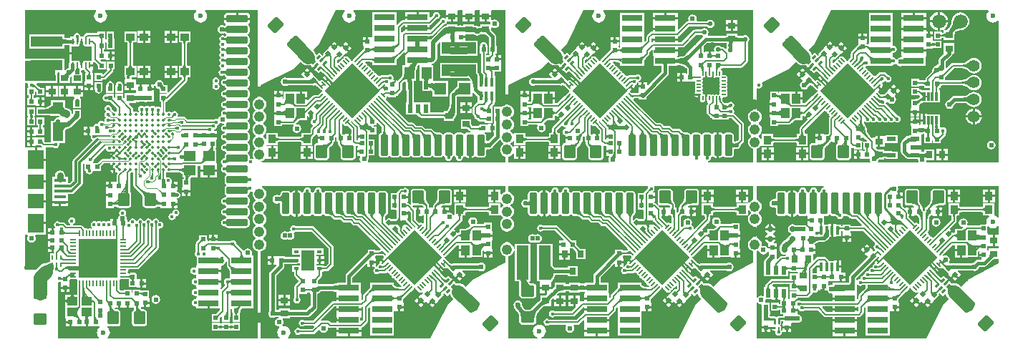
<source format=gtl>
%FSLAX24Y24*%
%MOIN*%
G70*
G01*
G75*
G04 Layer_Physical_Order=1*
G04 Layer_Color=255*
%ADD10C,0.0080*%
%ADD11C,0.0160*%
%ADD12C,0.0200*%
%ADD13C,0.0300*%
%ADD14C,0.0040*%
%ADD15C,0.0100*%
%ADD16C,0.0120*%
%ADD17C,0.0240*%
%ADD18C,0.0090*%
%ADD19R,0.0200X0.0200*%
%ADD20R,0.0200X0.0200*%
%ADD21C,0.0098*%
%ADD22C,0.0276*%
%ADD23R,0.0236X0.0413*%
%ADD24P,0.0283X4X90.0*%
%ADD25R,0.0940X0.0650*%
%ADD26R,0.0100X0.0270*%
%ADD27R,0.0550X0.0470*%
%ADD28R,0.0160X0.0440*%
G04:AMPARAMS|DCode=29|XSize=20mil|YSize=8mil|CornerRadius=3mil|HoleSize=0mil|Usage=FLASHONLY|Rotation=90.000|XOffset=0mil|YOffset=0mil|HoleType=Round|Shape=RoundedRectangle|*
%AMROUNDEDRECTD29*
21,1,0.0200,0.0020,0,0,90.0*
21,1,0.0140,0.0080,0,0,90.0*
1,1,0.0060,0.0010,0.0070*
1,1,0.0060,0.0010,-0.0070*
1,1,0.0060,-0.0010,-0.0070*
1,1,0.0060,-0.0010,0.0070*
%
%ADD29ROUNDEDRECTD29*%
G04:AMPARAMS|DCode=30|XSize=20mil|YSize=8mil|CornerRadius=3mil|HoleSize=0mil|Usage=FLASHONLY|Rotation=0.000|XOffset=0mil|YOffset=0mil|HoleType=Round|Shape=RoundedRectangle|*
%AMROUNDEDRECTD30*
21,1,0.0200,0.0020,0,0,0.0*
21,1,0.0140,0.0080,0,0,0.0*
1,1,0.0060,0.0070,-0.0010*
1,1,0.0060,-0.0070,-0.0010*
1,1,0.0060,-0.0070,0.0010*
1,1,0.0060,0.0070,0.0010*
%
%ADD30ROUNDEDRECTD30*%
%ADD31R,0.0360X0.0400*%
%ADD32R,0.0340X0.0310*%
%ADD33R,0.0320X0.0280*%
%ADD34R,0.0560X0.0560*%
%ADD35R,0.0480X0.0560*%
%ADD36R,0.0200X0.0400*%
G04:AMPARAMS|DCode=37|XSize=52mil|YSize=63mil|CornerRadius=5.2mil|HoleSize=0mil|Usage=FLASHONLY|Rotation=180.000|XOffset=0mil|YOffset=0mil|HoleType=Round|Shape=RoundedRectangle|*
%AMROUNDEDRECTD37*
21,1,0.0520,0.0526,0,0,180.0*
21,1,0.0416,0.0630,0,0,180.0*
1,1,0.0104,-0.0208,0.0263*
1,1,0.0104,0.0208,0.0263*
1,1,0.0104,0.0208,-0.0263*
1,1,0.0104,-0.0208,-0.0263*
%
%ADD37ROUNDEDRECTD37*%
%ADD38R,0.0400X0.0360*%
%ADD39R,0.0310X0.0340*%
%ADD40R,0.0400X0.0200*%
G04:AMPARAMS|DCode=41|XSize=52mil|YSize=63mil|CornerRadius=5.2mil|HoleSize=0mil|Usage=FLASHONLY|Rotation=315.000|XOffset=0mil|YOffset=0mil|HoleType=Round|Shape=RoundedRectangle|*
%AMROUNDEDRECTD41*
21,1,0.0520,0.0526,0,0,315.0*
21,1,0.0416,0.0630,0,0,315.0*
1,1,0.0104,-0.0039,-0.0333*
1,1,0.0104,-0.0333,-0.0039*
1,1,0.0104,0.0039,0.0333*
1,1,0.0104,0.0333,0.0039*
%
%ADD41ROUNDEDRECTD41*%
G04:AMPARAMS|DCode=42|XSize=52mil|YSize=63mil|CornerRadius=5.2mil|HoleSize=0mil|Usage=FLASHONLY|Rotation=270.000|XOffset=0mil|YOffset=0mil|HoleType=Round|Shape=RoundedRectangle|*
%AMROUNDEDRECTD42*
21,1,0.0520,0.0526,0,0,270.0*
21,1,0.0416,0.0630,0,0,270.0*
1,1,0.0104,-0.0263,-0.0208*
1,1,0.0104,-0.0263,0.0208*
1,1,0.0104,0.0263,0.0208*
1,1,0.0104,0.0263,-0.0208*
%
%ADD42ROUNDEDRECTD42*%
%ADD43R,0.0280X0.0320*%
%ADD44R,0.0100X0.0220*%
G04:AMPARAMS|DCode=45|XSize=22mil|YSize=10mil|CornerRadius=0mil|HoleSize=0mil|Usage=FLASHONLY|Rotation=45.000|XOffset=0mil|YOffset=0mil|HoleType=Round|Shape=Rectangle|*
%AMROTATEDRECTD45*
4,1,4,-0.0042,-0.0113,-0.0113,-0.0042,0.0042,0.0113,0.0113,0.0042,-0.0042,-0.0113,0.0*
%
%ADD45ROTATEDRECTD45*%

%ADD46R,0.1460X0.0480*%
%ADD47R,0.0560X0.0160*%
%ADD48R,0.0750X0.0910*%
%ADD49R,0.0750X0.0710*%
G04:AMPARAMS|DCode=50|XSize=8mil|YSize=28mil|CornerRadius=4mil|HoleSize=0mil|Usage=FLASHONLY|Rotation=270.000|XOffset=0mil|YOffset=0mil|HoleType=Round|Shape=RoundedRectangle|*
%AMROUNDEDRECTD50*
21,1,0.0080,0.0200,0,0,270.0*
21,1,0.0000,0.0280,0,0,270.0*
1,1,0.0080,-0.0100,0.0000*
1,1,0.0080,-0.0100,0.0000*
1,1,0.0080,0.0100,0.0000*
1,1,0.0080,0.0100,0.0000*
%
%ADD50ROUNDEDRECTD50*%
G04:AMPARAMS|DCode=51|XSize=8mil|YSize=28mil|CornerRadius=4mil|HoleSize=0mil|Usage=FLASHONLY|Rotation=180.000|XOffset=0mil|YOffset=0mil|HoleType=Round|Shape=RoundedRectangle|*
%AMROUNDEDRECTD51*
21,1,0.0080,0.0200,0,0,180.0*
21,1,0.0000,0.0280,0,0,180.0*
1,1,0.0080,0.0000,0.0100*
1,1,0.0080,0.0000,0.0100*
1,1,0.0080,0.0000,-0.0100*
1,1,0.0080,0.0000,-0.0100*
%
%ADD51ROUNDEDRECTD51*%
G04:AMPARAMS|DCode=52|XSize=182mil|YSize=182mil|CornerRadius=4.6mil|HoleSize=0mil|Usage=FLASHONLY|Rotation=180.000|XOffset=0mil|YOffset=0mil|HoleType=Round|Shape=RoundedRectangle|*
%AMROUNDEDRECTD52*
21,1,0.1820,0.1729,0,0,180.0*
21,1,0.1729,0.1820,0,0,180.0*
1,1,0.0091,-0.0865,0.0865*
1,1,0.0091,0.0865,0.0865*
1,1,0.0091,0.0865,-0.0865*
1,1,0.0091,-0.0865,-0.0865*
%
%ADD52ROUNDEDRECTD52*%
G04:AMPARAMS|DCode=53|XSize=182mil|YSize=182mil|CornerRadius=4.6mil|HoleSize=0mil|Usage=FLASHONLY|Rotation=135.000|XOffset=0mil|YOffset=0mil|HoleType=Round|Shape=RoundedRectangle|*
%AMROUNDEDRECTD53*
21,1,0.1820,0.1729,0,0,135.0*
21,1,0.1729,0.1820,0,0,135.0*
1,1,0.0091,0.0000,0.1223*
1,1,0.0091,0.1223,0.0000*
1,1,0.0091,0.0000,-0.1223*
1,1,0.0091,-0.1223,0.0000*
%
%ADD53ROUNDEDRECTD53*%
G04:AMPARAMS|DCode=54|XSize=8mil|YSize=28mil|CornerRadius=4mil|HoleSize=0mil|Usage=FLASHONLY|Rotation=135.000|XOffset=0mil|YOffset=0mil|HoleType=Round|Shape=RoundedRectangle|*
%AMROUNDEDRECTD54*
21,1,0.0080,0.0200,0,0,135.0*
21,1,0.0000,0.0280,0,0,135.0*
1,1,0.0080,0.0071,0.0071*
1,1,0.0080,0.0071,0.0071*
1,1,0.0080,-0.0071,-0.0071*
1,1,0.0080,-0.0071,-0.0071*
%
%ADD54ROUNDEDRECTD54*%
G04:AMPARAMS|DCode=55|XSize=8mil|YSize=28mil|CornerRadius=4mil|HoleSize=0mil|Usage=FLASHONLY|Rotation=225.000|XOffset=0mil|YOffset=0mil|HoleType=Round|Shape=RoundedRectangle|*
%AMROUNDEDRECTD55*
21,1,0.0080,0.0200,0,0,225.0*
21,1,0.0000,0.0280,0,0,225.0*
1,1,0.0080,-0.0071,0.0071*
1,1,0.0080,-0.0071,0.0071*
1,1,0.0080,0.0071,-0.0071*
1,1,0.0080,0.0071,-0.0071*
%
%ADD55ROUNDEDRECTD55*%
%ADD56P,0.0283X4X360.0*%
%ADD57R,0.0600X0.0950*%
%ADD58R,0.0240X0.0160*%
G04:AMPARAMS|DCode=59|XSize=14mil|YSize=14mil|CornerRadius=7mil|HoleSize=0mil|Usage=FLASHONLY|Rotation=0.000|XOffset=0mil|YOffset=0mil|HoleType=Round|Shape=RoundedRectangle|*
%AMROUNDEDRECTD59*
21,1,0.0140,0.0000,0,0,0.0*
21,1,0.0000,0.0140,0,0,0.0*
1,1,0.0140,0.0000,0.0000*
1,1,0.0140,0.0000,0.0000*
1,1,0.0140,0.0000,0.0000*
1,1,0.0140,0.0000,0.0000*
%
%ADD59ROUNDEDRECTD59*%
%ADD60R,0.0165X0.0400*%
%ADD61C,0.0236*%
%ADD62R,0.0120X0.0400*%
%ADD63R,0.0480X0.0400*%
%ADD64R,0.0400X0.0480*%
%ADD65R,0.0827X0.0206*%
%ADD66R,0.0394X0.0560*%
%ADD67R,0.0827X0.0354*%
%ADD68R,0.0560X0.0394*%
%ADD69R,0.0206X0.0827*%
%ADD70R,0.0354X0.0827*%
G04:AMPARAMS|DCode=71|XSize=100mil|YSize=35mil|CornerRadius=8.8mil|HoleSize=0mil|Usage=FLASHONLY|Rotation=180.000|XOffset=0mil|YOffset=0mil|HoleType=Round|Shape=RoundedRectangle|*
%AMROUNDEDRECTD71*
21,1,0.1000,0.0175,0,0,180.0*
21,1,0.0825,0.0350,0,0,180.0*
1,1,0.0175,-0.0413,0.0088*
1,1,0.0175,0.0413,0.0088*
1,1,0.0175,0.0413,-0.0088*
1,1,0.0175,-0.0413,-0.0088*
%
%ADD71ROUNDEDRECTD71*%
G04:AMPARAMS|DCode=72|XSize=100mil|YSize=35mil|CornerRadius=8.8mil|HoleSize=0mil|Usage=FLASHONLY|Rotation=90.000|XOffset=0mil|YOffset=0mil|HoleType=Round|Shape=RoundedRectangle|*
%AMROUNDEDRECTD72*
21,1,0.1000,0.0175,0,0,90.0*
21,1,0.0825,0.0350,0,0,90.0*
1,1,0.0175,0.0088,0.0413*
1,1,0.0175,0.0088,-0.0413*
1,1,0.0175,-0.0088,-0.0413*
1,1,0.0175,-0.0088,0.0413*
%
%ADD72ROUNDEDRECTD72*%
%ADD73R,0.0950X0.0300*%
%ADD74R,0.0512X0.0866*%
%ADD75R,0.0512X0.0551*%
%ADD76C,0.0160*%
%ADD77C,0.0630*%
%ADD78C,0.0360*%
%ADD79C,0.0070*%
%ADD80C,0.0060*%
%ADD81C,0.0400*%
%ADD82C,0.0280*%
%ADD83R,0.0520X0.0140*%
%ADD84R,0.0108X0.0250*%
%ADD85R,0.0247X0.0144*%
%ADD86R,0.0230X0.0158*%
%ADD87R,0.0095X0.0038*%
%ADD88R,0.0150X0.0200*%
%ADD89R,0.1410X0.0970*%
%ADD90R,0.0180X0.0170*%
%ADD91C,0.0551*%
%ADD92C,0.0660*%
%ADD93C,0.0160*%
%ADD94C,0.0240*%
%ADD95C,0.0140*%
%ADD96C,0.0480*%
%ADD97C,0.0210*%
G36*
X11174Y9708D02*
X11176Y9697D01*
X11203Y9658D01*
X11242Y9631D01*
X11289Y9622D01*
X11336Y9631D01*
X11357Y9645D01*
X11538Y9464D01*
Y9265D01*
X11511D01*
Y9065D01*
X11411D01*
Y9265D01*
X11262D01*
Y9245D01*
X11225D01*
Y9245D01*
X11138D01*
X11123Y9267D01*
X11107Y9346D01*
Y9708D01*
X11127Y9724D01*
X11174Y9708D01*
D02*
G37*
G36*
X22733Y9658D02*
X22772Y9631D01*
X22819Y9622D01*
X22866Y9631D01*
X22887Y9645D01*
X23108Y9424D01*
Y9265D01*
X23052D01*
Y9065D01*
X22952D01*
Y9265D01*
X22801D01*
Y9245D01*
X22765D01*
Y9245D01*
X22685D01*
X22677Y9282D01*
X22677D01*
Y9655D01*
X22725Y9669D01*
X22733Y9658D01*
D02*
G37*
G36*
X14048Y13039D02*
Y12945D01*
X14068D01*
Y12925D01*
X14068D01*
Y12465D01*
X13925D01*
Y12077D01*
X13922Y12065D01*
X13922D01*
X13913Y11997D01*
X13887Y11933D01*
X13845Y11878D01*
X13845Y11878D01*
X13756Y11789D01*
X13748Y11782D01*
X13749Y11782D01*
X13696Y11729D01*
X13687Y11715D01*
X13639Y11730D01*
Y11775D01*
X13533D01*
X13501Y11814D01*
X13512Y11869D01*
X13500Y11931D01*
X13464Y11984D01*
X13411Y12020D01*
X13349Y12032D01*
X13287Y12020D01*
X13250Y11995D01*
X13240Y11991D01*
X12969D01*
X12922Y11982D01*
X12906Y11971D01*
X12882Y11956D01*
X12877Y11950D01*
X12832Y11955D01*
X12792Y11981D01*
X12754Y11989D01*
X12747Y12027D01*
X12720Y12066D01*
X12681Y12093D01*
X12643Y12100D01*
X12635Y12138D01*
X12609Y12178D01*
X12569Y12204D01*
X12531Y12212D01*
X12523Y12250D01*
X12497Y12290D01*
X12457Y12316D01*
X12418Y12324D01*
X12410Y12363D01*
X12384Y12403D01*
X12344Y12429D01*
X12305Y12437D01*
X12297Y12476D01*
X12270Y12516D01*
X12231Y12543D01*
X12210Y12547D01*
X12193Y12594D01*
X12217Y12622D01*
X12374D01*
X12455Y12612D01*
X12530Y12581D01*
Y12465D01*
X13640D01*
Y12683D01*
X13642Y12695D01*
X13644D01*
D01*
Y12695D01*
D01*
D01*
Y12695D01*
D01*
D01*
X13644Y12695D01*
Y12695D01*
X13644Y12695D01*
X13644D01*
X13646Y12699D01*
X13647Y12701D01*
X13647Y12701D01*
Y12704D01*
X13767Y12824D01*
X13779Y12833D01*
X13778Y12835D01*
X14001Y13058D01*
X14048Y13039D01*
D02*
G37*
G36*
X25588Y13159D02*
Y12905D01*
X25608D01*
Y12885D01*
X25608D01*
Y12425D01*
X26002D01*
Y12162D01*
X25361Y11522D01*
X25315Y11541D01*
Y11665D01*
X25165D01*
Y11465D01*
X25115D01*
Y11415D01*
X24915D01*
Y11265D01*
X24935D01*
Y11228D01*
X24935D01*
Y11167D01*
X24777D01*
Y11168D01*
X24771Y11167D01*
X24590D01*
X24554Y11203D01*
X24533Y11218D01*
Y11268D01*
X24569Y11292D01*
X24604Y11327D01*
X24503Y11428D01*
X24574Y11499D01*
X24675Y11398D01*
X24710Y11433D01*
X24741Y11480D01*
X24752Y11534D01*
D01*
X24772Y11539D01*
X24772D01*
X24825Y11575D01*
X24861Y11628D01*
X24865Y11649D01*
X24915Y11644D01*
Y11515D01*
X25065D01*
Y11665D01*
X24927D01*
X24922Y11715D01*
X24941Y11718D01*
X24994Y11754D01*
X25030Y11807D01*
X25042Y11869D01*
X25030Y11931D01*
X24994Y11984D01*
X24941Y12020D01*
X24879Y12032D01*
X24817Y12020D01*
X24780Y11995D01*
X24770Y11991D01*
X24499D01*
X24452Y11982D01*
X24436Y11971D01*
X24412Y11956D01*
X24407Y11950D01*
X24362Y11955D01*
X24322Y11981D01*
X24284Y11989D01*
X24277Y12027D01*
X24250Y12066D01*
X24211Y12093D01*
X24173Y12100D01*
X24165Y12138D01*
X24139Y12178D01*
X24099Y12204D01*
X24061Y12212D01*
X24053Y12250D01*
X24027Y12290D01*
X23987Y12316D01*
X23948Y12324D01*
X23940Y12363D01*
X23914Y12403D01*
X23874Y12429D01*
X23835Y12437D01*
X23827Y12476D01*
X23800Y12516D01*
X23761Y12543D01*
X23740Y12547D01*
X23723Y12594D01*
X23747Y12622D01*
X23826D01*
X23934Y12608D01*
X24043Y12563D01*
X24070Y12542D01*
Y12425D01*
X25180D01*
Y12643D01*
X25182Y12655D01*
X25183D01*
X25191Y12696D01*
X25214Y12730D01*
X25213Y12730D01*
X25243Y12760D01*
X25251Y12766D01*
X25250Y12767D01*
X25250Y12767D01*
X25401Y12918D01*
X25428Y12958D01*
X25437Y13005D01*
X25437Y13005D01*
X25437Y13005D01*
Y13005D01*
Y13074D01*
X25541Y13178D01*
X25588Y13159D01*
D02*
G37*
G36*
X9942Y9214D02*
X9988Y9205D01*
Y9115D01*
X10188D01*
Y9015D01*
X9988D01*
Y8865D01*
X9988D01*
Y8864D01*
X9957Y8832D01*
X9905Y8822D01*
X9862Y8793D01*
X9832Y8749D01*
X9822Y8698D01*
Y8172D01*
X9832Y8120D01*
X9862Y8077D01*
X9905Y8047D01*
X9957Y8037D01*
X10373D01*
X10424Y8047D01*
X10468Y8077D01*
X10497Y8120D01*
X10507Y8172D01*
Y8502D01*
X10524Y8587D01*
X10568Y8653D01*
X10570Y8654D01*
X10570Y8655D01*
X10573Y8660D01*
X10581Y8668D01*
X10581D01*
D01*
D01*
X10581Y8668D01*
Y8668D01*
X10581D01*
X10581Y8668D01*
X10581Y8668D01*
D01*
X10685Y8772D01*
X10692Y8778D01*
X10691Y8778D01*
X10691Y8778D01*
X10691Y8778D01*
X10718Y8818D01*
X10727Y8865D01*
Y8885D01*
X10785D01*
Y9055D01*
X10787Y9066D01*
X10787Y9068D01*
X10788Y9070D01*
X10788D01*
X10794Y9084D01*
X10840Y9104D01*
X10865Y9094D01*
Y8885D01*
X10932D01*
Y8789D01*
X10932Y8786D01*
X10941Y8739D01*
X10962Y8707D01*
X10966Y8700D01*
X10966Y8700D01*
X10970Y8695D01*
X10974Y8692D01*
X10974Y8691D01*
X10974Y8691D01*
X10974Y8691D01*
X11015Y8637D01*
X11043Y8570D01*
X11052Y8499D01*
Y8499D01*
X11052Y8495D01*
X11052Y8495D01*
Y8172D01*
X11063Y8120D01*
X11092Y8077D01*
X11136Y8047D01*
X11187Y8037D01*
X11603D01*
X11655Y8047D01*
X11698Y8077D01*
X11727Y8120D01*
X11738Y8172D01*
Y8678D01*
X11755Y8692D01*
X11858D01*
Y8635D01*
X11835D01*
Y8485D01*
X12035D01*
Y8385D01*
X11835D01*
Y8235D01*
X11943D01*
X11967Y8191D01*
X11952Y8168D01*
X11936Y8090D01*
X11952Y8012D01*
X11976Y7976D01*
X11952Y7932D01*
X7377D01*
X7368Y7981D01*
X7426Y8005D01*
X7493Y8057D01*
X7527Y8101D01*
X7575Y8085D01*
Y8080D01*
X7805D01*
Y8380D01*
Y8680D01*
X7575D01*
X7568Y8691D01*
X7592Y8735D01*
X7595D01*
Y8735D01*
X8115D01*
Y8873D01*
X8164Y8882D01*
X8203D01*
X8217Y8881D01*
Y8882D01*
X9110D01*
Y8881D01*
X9124Y8882D01*
X9162D01*
X9212Y8873D01*
Y8735D01*
X9732D01*
Y9023D01*
X9734Y9035D01*
X9736D01*
D01*
D01*
D01*
D01*
D01*
D01*
X9736Y9035D01*
X9736D01*
X9736D01*
X9749Y9067D01*
X9754Y9079D01*
D01*
D01*
Y9079D01*
X9754Y9079D01*
D01*
D01*
X9754Y9079D01*
X9753Y9080D01*
X9753Y9080D01*
X9843Y9170D01*
X9852Y9177D01*
X9851Y9178D01*
Y9178D01*
X9867Y9202D01*
X9876Y9216D01*
X9925Y9225D01*
X9942Y9214D01*
D02*
G37*
G36*
X33604Y10327D02*
X33643Y10300D01*
X33682Y10293D01*
X33689Y10254D01*
X33716Y10215D01*
X33756Y10188D01*
X33793Y10181D01*
X33801Y10143D01*
X33827Y10103D01*
X33831Y10063D01*
X33810Y10043D01*
X33810Y10042D01*
X33808Y10041D01*
X33796Y10023D01*
X33783Y10004D01*
X33783Y10003D01*
X33782Y10002D01*
X33777Y9980D01*
X33772Y9958D01*
X33773Y9956D01*
X33772Y9955D01*
Y9263D01*
X33765Y9255D01*
D01*
X33765D01*
X33763Y9255D01*
X33763Y9255D01*
X33748Y9248D01*
X33748Y9248D01*
X33742Y9245D01*
X33741Y9245D01*
X33575D01*
Y9245D01*
X33558D01*
X33538Y9265D01*
Y9265D01*
X33388D01*
Y9065D01*
X33338D01*
Y9015D01*
X33138D01*
Y8865D01*
D01*
Y8865D01*
X33106Y8832D01*
X33027D01*
X32975Y8822D01*
X32932Y8793D01*
X32902Y8749D01*
X32892Y8698D01*
Y8172D01*
X32902Y8120D01*
X32932Y8077D01*
X32975Y8047D01*
X33027Y8037D01*
X33443D01*
X33494Y8047D01*
X33538Y8077D01*
X33567Y8120D01*
X33577Y8172D01*
Y8502D01*
X33594Y8587D01*
X33643Y8660D01*
X33651Y8668D01*
X33651D01*
D01*
D01*
X33651Y8668D01*
Y8668D01*
X33651D01*
X33651Y8668D01*
D01*
X33654Y8671D01*
D01*
X33654Y8671D01*
D01*
D01*
D01*
X33656Y8669D01*
X33656Y8669D01*
D01*
X33664Y8680D01*
X33672Y8688D01*
D01*
D01*
X33672Y8688D01*
X33672Y8688D01*
Y8689D01*
X33791Y8808D01*
D01*
D01*
D01*
D01*
Y8808D01*
X33791Y8807D01*
D01*
D01*
D01*
D01*
D01*
X33791D01*
X33791D01*
X33803Y8819D01*
X33809Y8824D01*
X33809D01*
X33809Y8824D01*
X33808Y8824D01*
X33808Y8824D01*
X33808Y8825D01*
X33808Y8825D01*
X33841Y8858D01*
X33859Y8885D01*
X33935D01*
Y8885D01*
X33948D01*
X33968Y8865D01*
Y8865D01*
X34183D01*
X34198Y8817D01*
X34162Y8793D01*
X34133Y8749D01*
X34122Y8698D01*
Y8172D01*
X34133Y8120D01*
X34162Y8077D01*
X34206Y8047D01*
X34257Y8037D01*
X34673D01*
X34725Y8047D01*
X34768Y8077D01*
X34797Y8120D01*
X34808Y8172D01*
Y8603D01*
X34852Y8626D01*
X34888Y8602D01*
X34935Y8592D01*
X34968D01*
Y8535D01*
X35328D01*
Y8880D01*
X35348Y8880D01*
Y8880D01*
X35349D01*
X35385Y8845D01*
Y8535D01*
X35442D01*
Y8465D01*
X35382D01*
Y8465D01*
X35365D01*
X35345Y8485D01*
Y8485D01*
X35195D01*
Y8285D01*
Y8085D01*
X35345D01*
Y8105D01*
X35382D01*
Y8105D01*
X35664D01*
X35681Y8085D01*
X35696Y8007D01*
X35717Y7976D01*
X35693Y7932D01*
X30405D01*
Y8561D01*
X30418Y8563D01*
X30496Y8595D01*
X30563Y8647D01*
X30614Y8713D01*
X30616Y8717D01*
X30665Y8707D01*
Y8695D01*
X31185D01*
Y8838D01*
X31253Y8852D01*
X31263Y8851D01*
Y8852D01*
X32204D01*
Y8851D01*
X32213Y8852D01*
X32282Y8838D01*
Y8695D01*
X32802D01*
Y9255D01*
X32675D01*
X32674Y9257D01*
X32657Y9340D01*
Y9434D01*
X33555Y10332D01*
X33604Y10327D01*
D02*
G37*
G36*
X33227Y3113D02*
X33420D01*
Y3013D01*
X33237D01*
Y2768D01*
X33017D01*
Y2954D01*
X33191Y3128D01*
X33227Y3113D01*
D02*
G37*
G36*
X30265Y6188D02*
X30251Y6187D01*
X30173Y6154D01*
X30107Y6103D01*
X30072Y6058D01*
X30026Y6074D01*
D01*
X30025Y6074D01*
Y6320D01*
X29795D01*
Y6070D01*
X30023D01*
Y6070D01*
X30024D01*
D01*
X30024D01*
X30031Y6059D01*
X30008Y6015D01*
X30005D01*
Y6015D01*
X29485D01*
Y5877D01*
X29435Y5867D01*
X29397D01*
X29383Y5869D01*
Y5867D01*
X28490D01*
Y5869D01*
X28475Y5867D01*
X28437D01*
X28388Y5877D01*
Y6015D01*
X27868D01*
Y5455D01*
X27994D01*
X27996Y5452D01*
X28012Y5370D01*
Y5315D01*
X27523Y4826D01*
X27479Y4850D01*
X27483Y4870D01*
X27471Y4932D01*
X27435Y4985D01*
X27406Y5005D01*
X27398Y5042D01*
X27398D01*
X27398Y5042D01*
X27414Y5120D01*
X27398Y5198D01*
X27354Y5264D01*
X27288Y5309D01*
X27210Y5324D01*
X27132Y5309D01*
X27066Y5264D01*
X27021Y5198D01*
X27006Y5120D01*
X27021Y5042D01*
X27028Y5032D01*
X27018Y4983D01*
X26981Y4959D01*
X26943Y4921D01*
X26897Y4941D01*
Y5406D01*
X26944Y5455D01*
X26945Y5455D01*
X26960Y5461D01*
X26960Y5461D01*
D01*
X26960Y5461D01*
X26960Y5461D01*
X26960Y5463D01*
X26968Y5465D01*
X27135D01*
Y5465D01*
X27152D01*
X27171Y5445D01*
Y5445D01*
X27322D01*
Y5645D01*
Y5845D01*
X27228D01*
X27213Y5883D01*
X27231Y5907D01*
X27308Y5917D01*
X27362D01*
X27367Y5916D01*
X27368Y5917D01*
X27603D01*
X27654Y5927D01*
X27698Y5957D01*
X27727Y6000D01*
X27737Y6052D01*
Y6578D01*
X27727Y6629D01*
X27698Y6673D01*
X27654Y6702D01*
X27603Y6712D01*
X27187D01*
X27135Y6702D01*
X27092Y6673D01*
X27062Y6629D01*
X27052Y6578D01*
Y6247D01*
X27035Y6163D01*
X26991Y6097D01*
X26989Y6095D01*
X26990Y6095D01*
X26987Y6090D01*
X26979Y6082D01*
X26979D01*
X26979Y6082D01*
D01*
D01*
Y6082D01*
X26979Y6082D01*
D01*
D01*
D01*
X26979Y6082D01*
D01*
X26874Y5977D01*
X26868Y5972D01*
X26868Y5971D01*
X26868Y5971D01*
X26868Y5971D01*
X26842Y5932D01*
X26832Y5885D01*
Y5825D01*
X26775D01*
Y5655D01*
X26772Y5643D01*
X26773Y5642D01*
X26771Y5640D01*
X26771Y5640D01*
X26771Y5640D01*
X26771D01*
X26771D01*
X26771Y5640D01*
X26765Y5625D01*
X26765Y5625D01*
D01*
X26739Y5594D01*
X26690Y5608D01*
X26688Y5622D01*
X26685Y5626D01*
Y5825D01*
X26627D01*
Y5960D01*
X26628Y5964D01*
X26619Y6011D01*
X26598Y6042D01*
X26593Y6049D01*
X26594Y6050D01*
X26590Y6055D01*
X26586Y6058D01*
X26586Y6058D01*
X26586Y6058D01*
X26586Y6058D01*
X26544Y6112D01*
X26517Y6179D01*
X26507Y6251D01*
Y6251D01*
X26508Y6255D01*
X26507Y6255D01*
Y6578D01*
X26497Y6629D01*
X26468Y6673D01*
X26424Y6702D01*
X26373Y6712D01*
X25957D01*
X25905Y6702D01*
X25861Y6673D01*
X25832Y6629D01*
X25822Y6578D01*
Y6052D01*
X25832Y6000D01*
X25851Y5973D01*
X25812Y5941D01*
X25752Y6001D01*
X25712Y6028D01*
X25665Y6037D01*
X25665D01*
Y6095D01*
D01*
Y6095D01*
X25685Y6115D01*
X25685D01*
Y6265D01*
X25485D01*
Y6365D01*
X25685D01*
Y6515D01*
X25617D01*
X25602Y6563D01*
X25620Y6575D01*
X25656Y6628D01*
X25668Y6690D01*
X25656Y6752D01*
X25641Y6774D01*
X25665Y6818D01*
X30265D01*
Y6188D01*
D02*
G37*
G36*
X-1209Y2466D02*
X-1218Y2452D01*
X-1228Y2405D01*
Y2205D01*
X-1222Y2179D01*
Y1771D01*
X-1395D01*
Y1471D01*
X-1445D01*
Y1421D01*
X-1785D01*
Y1171D01*
X-1765D01*
Y675D01*
X-1745D01*
Y535D01*
X-1545D01*
Y485D01*
X-1495D01*
Y285D01*
X-1345D01*
Y305D01*
X-1309D01*
Y305D01*
X-965D01*
Y285D01*
X-815D01*
Y485D01*
X-715D01*
Y285D01*
X-565D01*
Y305D01*
X-529D01*
Y305D01*
X-177D01*
X-161Y257D01*
X-215Y215D01*
X-264Y152D01*
X-294Y79D01*
X-305Y0D01*
X-294Y-79D01*
X-264Y-152D01*
X-215Y-215D01*
X-202Y-226D01*
X-218Y-273D01*
X-2115D01*
Y2328D01*
X-2077Y2360D01*
X-2035Y2352D01*
X-1994Y2360D01*
X-1975Y2345D01*
X-1975Y2285D01*
D01*
D01*
Y2285D01*
X-1975D01*
Y2135D01*
X-1575D01*
Y2285D01*
X-1595D01*
Y2322D01*
X-1595D01*
Y2427D01*
X-1552Y2492D01*
X-1505Y2482D01*
X-1401D01*
X-1400Y2482D01*
X-1399Y2482D01*
X-1305D01*
X-1258Y2492D01*
X-1244Y2501D01*
X-1209Y2466D01*
D02*
G37*
G36*
X35125Y2225D02*
X35178Y2189D01*
X35240Y2177D01*
X35302Y2189D01*
X35340Y2214D01*
X35350Y2219D01*
X35500D01*
Y2107D01*
X35498Y2097D01*
X35496Y2095D01*
X35496Y2095D01*
X35494Y2092D01*
X35493Y2089D01*
X35494Y2088D01*
X35491Y2082D01*
X35477Y2073D01*
X35477D01*
X35477Y2073D01*
X35478Y2071D01*
X35373Y1966D01*
X35360Y1956D01*
X35362Y1955D01*
X35198Y1792D01*
X35172Y1752D01*
X35163Y1705D01*
Y1576D01*
X35121Y1549D01*
X35092Y1561D01*
Y1845D01*
X35072D01*
Y1865D01*
X35072D01*
Y2217D01*
X35120Y2232D01*
X35125Y2225D01*
D02*
G37*
G36*
X27838Y13872D02*
Y13872D01*
D01*
D01*
D01*
X27838D01*
Y13872D01*
X27838D01*
X27838Y13872D01*
X27838Y13872D01*
Y13872D01*
X27860Y13863D01*
X27861Y13861D01*
X27923Y13821D01*
X27909Y13753D01*
X27803Y13654D01*
X27802Y13651D01*
X27799Y13649D01*
X27126Y12969D01*
X27051Y12911D01*
X26952Y12870D01*
X26856Y12858D01*
X26850Y12859D01*
X26772Y12843D01*
X26762Y12836D01*
X26724Y12856D01*
X26736Y12903D01*
X26738Y12905D01*
X26738D01*
Y13105D01*
X26163D01*
Y13205D01*
X26738D01*
Y13282D01*
X26975D01*
X26975Y13283D01*
X26976Y13282D01*
X26999Y13287D01*
X27022Y13292D01*
X27022Y13292D01*
X27023Y13292D01*
X27042Y13305D01*
X27061Y13318D01*
X27062Y13319D01*
X27062Y13319D01*
X27606Y13872D01*
X27838D01*
X27838Y13872D01*
D02*
G37*
G36*
X31963Y1977D02*
X32290D01*
X32319Y1936D01*
X32313Y1920D01*
X31963D01*
Y1560D01*
D01*
Y1560D01*
X31953Y1550D01*
X31908D01*
Y1550D01*
X31896D01*
Y1551D01*
X31896D01*
Y2124D01*
X31542D01*
Y2144D01*
X31374D01*
Y1838D01*
Y1531D01*
X31512D01*
Y1530D01*
X31512Y1530D01*
X31512Y1530D01*
Y1322D01*
X31447D01*
Y1380D01*
X31087D01*
Y1020D01*
X31447D01*
Y1078D01*
X31512D01*
Y850D01*
X31650D01*
Y827D01*
X31650D01*
Y774D01*
X31448D01*
X31400Y764D01*
X31392Y759D01*
X31388Y759D01*
X31345Y730D01*
X31335D01*
X31292Y759D01*
X31242Y769D01*
X31220Y764D01*
X31034D01*
Y840D01*
X31038Y847D01*
X31054Y925D01*
X31038Y1003D01*
X31034Y1010D01*
Y1200D01*
X31030Y1218D01*
Y1380D01*
X30868D01*
X30850Y1384D01*
X30833Y1380D01*
X30820Y1400D01*
X30806Y1424D01*
X30818Y1442D01*
X30834Y1520D01*
X30859Y1551D01*
X31106D01*
Y1531D01*
X31274D01*
Y1838D01*
Y2144D01*
X31173D01*
X31150Y2189D01*
X31191Y2248D01*
X31963D01*
Y1977D01*
D02*
G37*
G36*
X21390Y9643D02*
X21419Y9599D01*
X21472Y9564D01*
X21534Y9552D01*
Y9502D01*
X21478Y9491D01*
X21425Y9455D01*
X21389Y9402D01*
X21377Y9340D01*
X21389Y9278D01*
X21425Y9225D01*
X21478Y9189D01*
X21518Y9181D01*
Y9115D01*
X21718D01*
Y9015D01*
X21518D01*
Y8865D01*
X21518D01*
Y8854D01*
X21497Y8832D01*
X21445Y8822D01*
X21402Y8793D01*
X21372Y8749D01*
X21362Y8698D01*
Y8172D01*
X21372Y8120D01*
X21402Y8077D01*
X21445Y8047D01*
X21497Y8037D01*
X21913D01*
X21964Y8047D01*
X22008Y8077D01*
X22037Y8120D01*
X22047Y8172D01*
Y8510D01*
X22064Y8595D01*
X22113Y8667D01*
X22213Y8770D01*
X22218Y8774D01*
X22223Y8780D01*
X22223Y8780D01*
X22226Y8785D01*
X22249Y8819D01*
X22258Y8866D01*
D01*
D01*
D01*
X22258Y8866D01*
D01*
X22276Y8885D01*
X22315D01*
Y9053D01*
X22317Y9065D01*
X22317D01*
X22317Y9065D01*
X22328Y9120D01*
X22337Y9133D01*
X22387Y9138D01*
X22405Y9120D01*
Y8885D01*
X22462D01*
Y8785D01*
X22472Y8738D01*
X22498Y8698D01*
X22498Y8698D01*
X22497Y8697D01*
X22506Y8691D01*
X22512Y8685D01*
X22512Y8685D01*
X22512Y8684D01*
X22556Y8627D01*
X22583Y8561D01*
X22592Y8490D01*
X22592D01*
Y8172D01*
X22603Y8120D01*
X22632Y8077D01*
X22676Y8047D01*
X22727Y8037D01*
X23143D01*
X23195Y8047D01*
X23238Y8077D01*
X23267Y8120D01*
X23278Y8172D01*
Y8656D01*
X23296Y8684D01*
X23316Y8700D01*
X23355Y8692D01*
X23428D01*
Y8635D01*
X23405D01*
Y8485D01*
X23605D01*
Y8385D01*
X23405D01*
Y8235D01*
X23538D01*
X23562Y8191D01*
X23536Y8153D01*
X23521Y8075D01*
X23536Y7997D01*
X23550Y7976D01*
X23527Y7932D01*
X18865D01*
Y8201D01*
X18878Y8203D01*
X18956Y8235D01*
X19023Y8287D01*
X19057Y8331D01*
X19105Y8315D01*
Y8080D01*
X19335D01*
Y8380D01*
Y8680D01*
X19105D01*
X19105Y8680D01*
Y8680D01*
X19075Y8674D01*
X19074Y8676D01*
X19023Y8743D01*
X18969Y8785D01*
Y8835D01*
X19023Y8877D01*
X19074Y8943D01*
X19076Y8947D01*
X19125Y8937D01*
Y8735D01*
X19645D01*
Y8873D01*
X19694Y8882D01*
X19733D01*
X19747Y8881D01*
Y8882D01*
X20640D01*
Y8881D01*
X20654Y8882D01*
X20692D01*
X20742Y8873D01*
Y8735D01*
X21262D01*
Y9295D01*
X21140D01*
X21127Y9359D01*
Y9367D01*
X21129Y9380D01*
X21127D01*
Y9434D01*
X21341Y9648D01*
X21390Y9643D01*
D02*
G37*
G36*
X35503Y9004D02*
X35509Y8996D01*
X35509D01*
X35511D01*
X35566Y8941D01*
X35546Y8895D01*
X35385D01*
Y8895D01*
X35383D01*
X35348Y8930D01*
Y9093D01*
X35394Y9112D01*
X35503Y9004D01*
D02*
G37*
G36*
X29005Y13455D02*
X29012D01*
Y13365D01*
X29010Y13352D01*
X29012D01*
Y13254D01*
X29004Y13243D01*
X28955Y13238D01*
X28921Y13271D01*
X28882Y13298D01*
X28835Y13307D01*
X28782D01*
Y13307D01*
X28782Y13307D01*
X28759Y13316D01*
X28758Y13318D01*
X28697Y13359D01*
X28625Y13373D01*
X28553Y13359D01*
X28491Y13318D01*
X28451Y13257D01*
X28436Y13185D01*
X28448Y13123D01*
X28417Y13085D01*
X28275D01*
Y12885D01*
X28175D01*
Y13085D01*
X28025D01*
Y13065D01*
X28015D01*
Y13065D01*
X27957D01*
Y13346D01*
X28029Y13418D01*
X28129Y13512D01*
X29005D01*
Y13455D01*
D02*
G37*
G36*
X23126Y9849D02*
X23127Y9842D01*
X23154Y9803D01*
X23295Y9661D01*
X23295Y9661D01*
X23350Y9607D01*
X23349Y9606D01*
X23354Y9602D01*
X23428Y9528D01*
Y9382D01*
X23428D01*
Y9365D01*
X23408Y9345D01*
X23408D01*
Y9195D01*
X23608D01*
Y9095D01*
X23408D01*
Y9000D01*
X23394Y8994D01*
X23352Y9022D01*
Y9475D01*
X23343Y9522D01*
X23317Y9561D01*
X23075Y9803D01*
X23094Y9849D01*
X23126D01*
D02*
G37*
G36*
X33588Y1971D02*
X33708D01*
X33712Y1952D01*
X33756Y1886D01*
X33822Y1842D01*
X33900Y1826D01*
X33904Y1827D01*
X33942Y1795D01*
Y1645D01*
X34517D01*
Y1545D01*
X33942D01*
Y1467D01*
X32499D01*
X32489Y1471D01*
X32452Y1496D01*
X32390Y1508D01*
X32347Y1500D01*
X32323Y1519D01*
X32323Y1560D01*
X32323D01*
Y1618D01*
X32760D01*
X32807Y1627D01*
X32846Y1653D01*
X32846Y1653D01*
X32846Y1653D01*
X32981Y1788D01*
X33008Y1828D01*
X33012Y1851D01*
X33059Y1870D01*
X33060Y1869D01*
X33123Y1857D01*
X33185Y1869D01*
X33238Y1905D01*
X33273Y1957D01*
X33280Y1991D01*
X33303D01*
Y1991D01*
X33318D01*
X33338Y1971D01*
Y1971D01*
X33488D01*
Y2171D01*
X33588D01*
Y1971D01*
D02*
G37*
G36*
X30535Y3800D02*
X30542Y3769D01*
X30586Y3703D01*
X30652Y3659D01*
X30730Y3643D01*
X30808Y3659D01*
X30874Y3703D01*
X30918Y3769D01*
X30920Y3776D01*
X30970Y3771D01*
Y3746D01*
X30990D01*
Y3710D01*
X30990D01*
Y3609D01*
X30820Y3440D01*
X30780Y3380D01*
X30778Y3369D01*
X30766Y3310D01*
Y3275D01*
X30762Y3268D01*
X30746Y3190D01*
X30752Y3160D01*
Y2614D01*
X31896D01*
Y2870D01*
X31899Y2871D01*
Y2872D01*
X31963D01*
Y2814D01*
X32323D01*
D01*
X32323D01*
X32340Y2798D01*
Y2758D01*
X32323D01*
Y2758D01*
X31963D01*
Y2492D01*
X31140D01*
X31093Y2483D01*
X31053Y2457D01*
X30864Y2267D01*
X30837Y2227D01*
X30828Y2180D01*
Y2124D01*
X30752D01*
Y1732D01*
X30708Y1708D01*
X30630Y1724D01*
X30552Y1708D01*
X30486Y1664D01*
X30453Y1615D01*
X30405Y1629D01*
Y3791D01*
X30418Y3793D01*
X30491Y3823D01*
X30535Y3800D01*
D02*
G37*
G36*
X11596Y9849D02*
X11597Y9842D01*
X11624Y9803D01*
X11765Y9661D01*
X11765Y9661D01*
X11846Y9580D01*
Y9580D01*
D01*
D01*
D01*
X11856Y9557D01*
X11856D01*
X11858Y9545D01*
Y9377D01*
X11858D01*
Y9360D01*
X11838Y9340D01*
X11838D01*
Y9190D01*
X12038D01*
Y9090D01*
X11838D01*
Y8970D01*
X11824Y8965D01*
X11783Y8992D01*
Y9514D01*
X11774Y9561D01*
X11747Y9601D01*
X11545Y9803D01*
X11564Y9849D01*
X11596D01*
D02*
G37*
G36*
X41703Y5372D02*
X41655Y5355D01*
X41636Y5381D01*
X41573Y5429D01*
X41499Y5460D01*
X41485Y5462D01*
Y6015D01*
X40965D01*
Y5871D01*
X40896Y5858D01*
X40887Y5859D01*
Y5857D01*
X39946D01*
Y5859D01*
X39936Y5858D01*
X39868Y5871D01*
Y6015D01*
X39348D01*
Y5455D01*
X39472D01*
X39486Y5386D01*
X39485Y5380D01*
X39487D01*
Y5250D01*
X38654Y4418D01*
X38606Y4423D01*
X38566Y4449D01*
X38528Y4457D01*
X38520Y4495D01*
X38494Y4535D01*
X38454Y4562D01*
X38416Y4569D01*
X38409Y4607D01*
X38382Y4646D01*
X38379Y4684D01*
X38408Y4712D01*
X38409Y4713D01*
X38410Y4714D01*
X38423Y4733D01*
X38436Y4751D01*
X38436Y4753D01*
X38437Y4754D01*
X38441Y4776D01*
X38446Y4798D01*
X38446Y4799D01*
X38446Y4801D01*
Y5232D01*
X38459Y5332D01*
X38500Y5431D01*
X38526Y5465D01*
X38617D01*
Y5465D01*
X38634D01*
X38654Y5445D01*
Y5445D01*
X38804D01*
Y5645D01*
Y5845D01*
X38763D01*
X38759Y5866D01*
X38788Y5906D01*
X38872Y5917D01*
X39085D01*
X39137Y5927D01*
X39180Y5957D01*
X39210Y6000D01*
X39220Y6052D01*
Y6578D01*
X39210Y6629D01*
X39180Y6673D01*
X39137Y6702D01*
X39085Y6712D01*
X38669D01*
X38618Y6702D01*
X38574Y6673D01*
X38545Y6629D01*
X38535Y6578D01*
Y6249D01*
X38521Y6144D01*
X38476Y6036D01*
X38410Y5950D01*
X38404Y5944D01*
X38404D01*
X38404Y5944D01*
D01*
D01*
Y5944D01*
X38404Y5944D01*
D01*
D01*
D01*
X38404Y5944D01*
D01*
X38351Y5891D01*
X38324Y5851D01*
X38319Y5825D01*
X38257D01*
Y5682D01*
X38212Y5668D01*
X38210Y5670D01*
X38210Y5670D01*
X38203Y5674D01*
X38167Y5710D01*
Y5825D01*
X38110D01*
Y5892D01*
X38101Y5939D01*
X38074Y5978D01*
X38074Y5979D01*
X38074Y5979D01*
X38026Y6041D01*
X37996Y6114D01*
X37990Y6163D01*
Y6220D01*
X37990Y6223D01*
X37990Y6223D01*
Y6578D01*
X37979Y6629D01*
X37950Y6673D01*
X37907Y6702D01*
X37855Y6712D01*
X37439D01*
X37388Y6702D01*
X37344Y6673D01*
X37315Y6629D01*
X37304Y6578D01*
Y6052D01*
X37315Y6000D01*
X37344Y5957D01*
X37388Y5927D01*
X37439Y5917D01*
X37651D01*
X37730Y5907D01*
X37760Y5866D01*
X37755Y5845D01*
X37620D01*
Y5645D01*
Y5445D01*
X37770D01*
Y5465D01*
X37807D01*
Y5465D01*
X37899D01*
X37937Y5416D01*
X37985Y5299D01*
X38000Y5185D01*
Y5083D01*
X37952Y5069D01*
X37937Y5092D01*
X37897Y5118D01*
X37850Y5128D01*
X37804Y5118D01*
X37783Y5104D01*
X37494Y5393D01*
Y5445D01*
X37520D01*
Y5645D01*
Y5845D01*
X37370D01*
Y5829D01*
X37324Y5810D01*
X37226Y5908D01*
X37226Y5910D01*
X37226Y5910D01*
X37222Y5921D01*
X37220Y5925D01*
X37220D01*
D01*
D01*
X37219D01*
X37217Y5937D01*
Y6105D01*
D01*
Y6105D01*
X37237Y6125D01*
X37237D01*
Y6275D01*
X37037D01*
Y6325D01*
X36987D01*
Y6525D01*
X36987D01*
X36963Y6569D01*
X36998Y6622D01*
X37014Y6700D01*
X36998Y6778D01*
X37020Y6818D01*
X41703D01*
Y5372D01*
D02*
G37*
G36*
X25738Y5319D02*
Y5314D01*
X25747Y5267D01*
X25773Y5228D01*
X26055Y4947D01*
X26035Y4900D01*
X26004D01*
X26002Y4907D01*
X25976Y4947D01*
X25882Y5041D01*
X25883Y5043D01*
X25869Y5054D01*
X25835Y5088D01*
X25835Y5088D01*
X25745Y5178D01*
X25746Y5178D01*
X25742Y5181D01*
X25699Y5224D01*
X25679Y5238D01*
Y5318D01*
X25679D01*
Y5334D01*
X25699Y5354D01*
X25699D01*
Y5354D01*
X25702D01*
X25738Y5319D01*
D02*
G37*
G36*
X33858Y5482D02*
X33913Y5444D01*
X33978Y5432D01*
X34076D01*
X34121Y5423D01*
X34135Y5413D01*
X34135Y5412D01*
X34135D01*
X34139Y5403D01*
X34142Y5402D01*
X34144Y5392D01*
X34179Y5339D01*
X34232Y5304D01*
X34295Y5292D01*
X34357Y5304D01*
X34410Y5339D01*
X34446Y5392D01*
X34457Y5448D01*
X34489Y5441D01*
X34586D01*
X34614Y5436D01*
X34672Y5412D01*
X34672Y5412D01*
X34674Y5412D01*
X34706Y5391D01*
X34715Y5382D01*
X34723Y5372D01*
X34724Y5373D01*
X34758Y5339D01*
X34758Y5339D01*
X34758D01*
X34758Y5339D01*
X34758D01*
X34758Y5339D01*
Y5339D01*
Y5339D01*
D01*
D01*
X34758D01*
Y5339D01*
X34797Y5313D01*
X34844Y5303D01*
X35026D01*
X35309Y5021D01*
X35290Y4974D01*
X34791D01*
Y5032D01*
X34431D01*
Y4974D01*
X34360D01*
Y4976D01*
X34350Y4977D01*
Y5043D01*
X34114D01*
Y5063D01*
X33982D01*
Y4763D01*
Y4463D01*
X34114D01*
Y4483D01*
X34350D01*
Y4658D01*
X34360Y4729D01*
X34360D01*
X34360Y4730D01*
X34431D01*
Y4672D01*
X34431D01*
Y4655D01*
X34411Y4635D01*
X34411D01*
Y4485D01*
X34811D01*
Y4635D01*
X34791D01*
Y4672D01*
X34791D01*
Y4730D01*
X35377D01*
X35934Y4173D01*
X35929Y4123D01*
X35909Y4110D01*
X35874Y4057D01*
X35862Y3995D01*
X35874Y3932D01*
X35909Y3879D01*
X35927Y3867D01*
X35931Y3834D01*
X35897Y3797D01*
X35862Y3796D01*
X35846Y3812D01*
X35846Y3812D01*
Y3812D01*
X35835Y3823D01*
Y3852D01*
Y3852D01*
X35729Y3958D01*
X35587Y3816D01*
X35446Y3675D01*
X35552Y3569D01*
X35566Y3583D01*
X35592Y3557D01*
Y3557D01*
X35592Y3513D01*
X34785Y2705D01*
X34749Y2652D01*
X34737Y2590D01*
Y2393D01*
X34723Y2325D01*
X34723Y2325D01*
X33962D01*
Y2261D01*
X33924Y2229D01*
X33900Y2234D01*
X33822Y2218D01*
X33782Y2192D01*
X33738Y2215D01*
Y2371D01*
X33738D01*
Y2410D01*
X33752D01*
Y2410D01*
X34112D01*
Y2410D01*
X34129D01*
X34149Y2390D01*
Y2390D01*
X34299D01*
Y2590D01*
X34349D01*
Y2640D01*
X34549D01*
Y2790D01*
X34370D01*
Y3013D01*
X34188D01*
Y3063D01*
X34138D01*
Y3363D01*
X34005D01*
Y3343D01*
X33838D01*
Y3343D01*
X33791D01*
X33789Y3351D01*
X33762Y3391D01*
X33667Y3487D01*
X33627Y3513D01*
X33580Y3522D01*
X33290D01*
X33243Y3513D01*
X33203Y3487D01*
X33089Y3372D01*
X33042Y3391D01*
Y3657D01*
X33170D01*
Y3807D01*
X32970D01*
Y3907D01*
X33170D01*
Y4057D01*
X33142D01*
X33130Y4065D01*
X33128Y4115D01*
X33197Y4168D01*
X33327Y4222D01*
X33445Y4237D01*
X33560D01*
X33623Y4250D01*
X33676Y4285D01*
X33695Y4305D01*
X33696Y4304D01*
X33701Y4310D01*
X33791Y4401D01*
X33827Y4454D01*
X33829Y4463D01*
X33882D01*
Y4763D01*
Y5063D01*
X33749D01*
Y5043D01*
X33570D01*
Y5061D01*
X33570D01*
Y5421D01*
D01*
Y5421D01*
X33581Y5432D01*
X33653D01*
X33719Y5444D01*
X33774Y5482D01*
X33791Y5507D01*
X33841D01*
X33858Y5482D01*
D02*
G37*
G36*
X13145Y11398D02*
X13180Y11433D01*
X13191Y11449D01*
X13239Y11435D01*
Y11375D01*
X13259D01*
Y11338D01*
X13259D01*
Y11281D01*
X13121D01*
X13089Y11274D01*
X13065Y11319D01*
X13074Y11327D01*
X12973Y11428D01*
X13044Y11499D01*
X13145Y11398D01*
D02*
G37*
G36*
X13045Y3546D02*
X13067Y3532D01*
Y3482D01*
X13031Y3458D01*
X12996Y3422D01*
X13096Y3321D01*
X13026Y3251D01*
X12925Y3352D01*
X12889Y3316D01*
X12859Y3270D01*
X12848Y3215D01*
X12848Y3215D01*
X12848Y3215D01*
X12846Y3212D01*
X12838Y3211D01*
X12785Y3175D01*
X12749Y3122D01*
X12741Y3083D01*
X12694Y3066D01*
X12685Y3074D01*
Y3215D01*
X12535D01*
Y3065D01*
X12632D01*
X12647Y3017D01*
X12615Y2995D01*
X12579Y2942D01*
X12567Y2880D01*
X12579Y2818D01*
X12615Y2765D01*
X12668Y2729D01*
X12730Y2717D01*
X12792Y2729D01*
X12829Y2754D01*
X12839Y2758D01*
X13101D01*
X13147Y2767D01*
X13187Y2793D01*
X13193Y2799D01*
X13238Y2795D01*
X13278Y2768D01*
X13315Y2761D01*
X13323Y2723D01*
X13349Y2683D01*
X13389Y2657D01*
X13427Y2649D01*
X13434Y2612D01*
X13461Y2572D01*
X13500Y2545D01*
X13539Y2538D01*
X13546Y2499D01*
X13573Y2460D01*
X13613Y2433D01*
X13652Y2425D01*
X13660Y2386D01*
X13686Y2347D01*
X13726Y2320D01*
X13765Y2312D01*
X13773Y2273D01*
X13799Y2233D01*
X13839Y2207D01*
X13860Y2203D01*
X13876Y2156D01*
X13853Y2127D01*
X13773D01*
X13666Y2141D01*
X13557Y2186D01*
X13530Y2207D01*
Y2325D01*
X12420D01*
Y2107D01*
X12418Y2097D01*
X12415Y2095D01*
X12415Y2095D01*
X12414Y2092D01*
X12413Y2089D01*
X12414Y2087D01*
X12411Y2082D01*
X12397Y2073D01*
X12398Y2071D01*
X12398Y2071D01*
X12398Y2071D01*
X12293Y1966D01*
X12280Y1956D01*
X12282Y1955D01*
X12118Y1791D01*
X12092Y1752D01*
X12082Y1705D01*
Y1570D01*
X12041Y1542D01*
X12012Y1554D01*
Y1845D01*
X11992D01*
Y1865D01*
X11992D01*
Y2325D01*
X11598D01*
Y2577D01*
X12239Y3211D01*
X12285Y3192D01*
Y3065D01*
X12435D01*
Y3265D01*
X12485D01*
Y3315D01*
X12685D01*
Y3465D01*
X12665D01*
Y3501D01*
X12665D01*
Y3578D01*
X12686Y3582D01*
Y3582D01*
X12823D01*
Y3582D01*
X12828Y3582D01*
X13009D01*
X13045Y3546D01*
D02*
G37*
G36*
X41703Y4959D02*
Y4548D01*
X41517D01*
Y4293D01*
Y4038D01*
X41703D01*
Y3913D01*
X41217D01*
Y3825D01*
X41185D01*
Y3825D01*
X41165Y3825D01*
Y3862D01*
X41165D01*
Y4038D01*
X41197D01*
Y4038D01*
X41417D01*
Y4293D01*
Y4548D01*
X41220D01*
X41220Y4548D01*
Y4548D01*
X41197Y4548D01*
X41185Y4560D01*
Y4645D01*
X41165D01*
Y4681D01*
X41165D01*
Y4924D01*
X41210Y4947D01*
X41268Y4902D01*
X41342Y4871D01*
X41420Y4861D01*
X41499Y4871D01*
X41573Y4902D01*
X41636Y4950D01*
X41655Y4976D01*
X41703Y4959D01*
D02*
G37*
G36*
X17949Y5605D02*
X17955Y5602D01*
Y5455D01*
X18475D01*
Y5458D01*
X18522Y5474D01*
X18567Y5417D01*
X18621Y5375D01*
Y5325D01*
X18567Y5283D01*
X18515Y5216D01*
X18483Y5138D01*
X18472Y5055D01*
X18483Y4971D01*
X18515Y4893D01*
X18567Y4827D01*
X18633Y4775D01*
X18711Y4743D01*
X18735Y4740D01*
Y4190D01*
X18711Y4187D01*
X18633Y4154D01*
X18567Y4103D01*
X18515Y4036D01*
X18483Y3958D01*
X18472Y3875D01*
X18483Y3791D01*
X18515Y3713D01*
X18567Y3647D01*
X18633Y3595D01*
X18711Y3563D01*
X18735Y3560D01*
Y3246D01*
X17183Y2450D01*
X16868Y2136D01*
X16814Y2189D01*
X16731Y2251D01*
X16635Y2290D01*
X16532Y2303D01*
X16429Y2289D01*
X16427Y2288D01*
X16384Y2331D01*
X16398Y2346D01*
X16327Y2416D01*
X16178Y2268D01*
X16108Y2338D01*
X16256Y2487D01*
X16186Y2558D01*
X16171Y2544D01*
X16046Y2669D01*
X15955Y2577D01*
X15905D01*
X15761Y2722D01*
X15761Y2723D01*
X15677Y2808D01*
X15676Y2813D01*
X15649Y2853D01*
X15578Y2924D01*
X15640Y2986D01*
X15805Y2821D01*
X15808Y2825D01*
X15813Y2855D01*
X15843Y2861D01*
X15847Y2864D01*
X15683Y3028D01*
X15737Y3082D01*
X15741Y3080D01*
X15808Y3012D01*
X15848Y2986D01*
X15871Y2981D01*
X15918Y2934D01*
X15921Y2938D01*
X15930Y2983D01*
X15942Y2986D01*
X15981Y3012D01*
X16004Y3015D01*
X16024Y3001D01*
D01*
D01*
D01*
X16024Y3001D01*
X16024Y3001D01*
X16279Y2746D01*
X16279D01*
X16290Y2735D01*
Y2706D01*
Y2706D01*
X16397Y2600D01*
X16538Y2742D01*
X16573Y2706D01*
X16609Y2742D01*
X16750Y2600D01*
X16856Y2706D01*
X16707Y2855D01*
X16726Y2902D01*
X17479D01*
X17517Y2876D01*
X17595Y2861D01*
X17673Y2876D01*
X17739Y2921D01*
X17783Y2987D01*
X17799Y3065D01*
X17783Y3143D01*
X17739Y3209D01*
X17673Y3253D01*
X17595Y3269D01*
X17517Y3253D01*
X17479Y3228D01*
X16481D01*
Y3228D01*
X16477Y3228D01*
X16345D01*
X16313Y3222D01*
X16279Y3256D01*
X16218Y3194D01*
X16205Y3197D01*
X16147Y3236D01*
X16115Y3267D01*
X16095Y3298D01*
X15953Y3440D01*
X15913Y3466D01*
X15896Y3470D01*
Y3520D01*
X15913Y3523D01*
X15953Y3550D01*
X16095Y3691D01*
X16115Y3722D01*
X16461Y4068D01*
X16569D01*
Y3895D01*
X16869D01*
Y3845D01*
X16919D01*
Y3505D01*
X17169D01*
Y3525D01*
X17665D01*
Y3785D01*
X17703Y3817D01*
X17715Y3815D01*
Y3755D01*
X18115D01*
Y3905D01*
X18095D01*
Y3941D01*
X18095D01*
Y4289D01*
D01*
D01*
D01*
X18095Y4289D01*
D01*
X18115Y4325D01*
D01*
D01*
X18115Y4325D01*
X18115Y4325D01*
X18115Y4337D01*
X18115Y4337D01*
X18115D01*
Y4475D01*
X17915D01*
Y4575D01*
X18115D01*
Y4725D01*
X18095D01*
Y4762D01*
X18095D01*
Y5121D01*
X17735D01*
Y5067D01*
X17427D01*
X17395Y5106D01*
X17409Y5175D01*
X17393Y5253D01*
X17349Y5319D01*
X17283Y5363D01*
X17205Y5379D01*
X17127Y5363D01*
X17061Y5319D01*
X17016Y5253D01*
X17001Y5175D01*
X17016Y5097D01*
X17061Y5031D01*
X17068Y5026D01*
X17073Y4976D01*
X16986Y4889D01*
X16934Y4854D01*
X16869Y4841D01*
X16869Y4842D01*
Y4842D01*
X16857Y4839D01*
X16589D01*
Y4659D01*
X16531Y4648D01*
X16525Y4648D01*
Y4647D01*
X16525D01*
X16514Y4645D01*
X16460Y4699D01*
X16319Y4558D01*
X16248Y4629D01*
X16389Y4770D01*
X16331Y4828D01*
X16681Y5178D01*
X16708Y5218D01*
X16717Y5265D01*
X16717Y5265D01*
X16717Y5265D01*
Y5265D01*
Y5378D01*
X16718Y5384D01*
X16719D01*
X16718Y5385D01*
X16732Y5455D01*
X16858D01*
Y5602D01*
X16863Y5605D01*
X16949Y5622D01*
X17864D01*
X17949Y5605D01*
D02*
G37*
G36*
X24575Y3546D02*
X24597Y3532D01*
Y3482D01*
X24561Y3458D01*
X24526Y3422D01*
X24626Y3321D01*
X24556Y3251D01*
X24455Y3352D01*
X24419Y3316D01*
X24389Y3270D01*
X24378Y3215D01*
X24378Y3215D01*
X24378Y3215D01*
X24376Y3212D01*
X24368Y3211D01*
X24315Y3175D01*
X24279Y3122D01*
X24271Y3083D01*
X24224Y3066D01*
X24215Y3074D01*
Y3215D01*
X24065D01*
Y3065D01*
X24162D01*
X24177Y3017D01*
X24145Y2995D01*
X24109Y2942D01*
X24097Y2880D01*
X24109Y2818D01*
X24145Y2765D01*
X24198Y2729D01*
X24260Y2717D01*
X24322Y2729D01*
X24359Y2754D01*
X24369Y2758D01*
X24631D01*
X24677Y2767D01*
X24717Y2793D01*
X24723Y2799D01*
X24768Y2795D01*
X24808Y2768D01*
X24845Y2761D01*
X24853Y2723D01*
X24879Y2683D01*
X24919Y2657D01*
X24957Y2649D01*
X24964Y2612D01*
X24991Y2572D01*
X25030Y2545D01*
X25069Y2538D01*
X25076Y2499D01*
X25103Y2460D01*
X25143Y2433D01*
X25182Y2425D01*
X25190Y2386D01*
X25216Y2347D01*
X25256Y2320D01*
X25295Y2312D01*
X25303Y2273D01*
X25329Y2233D01*
X25369Y2207D01*
X25390Y2203D01*
X25406Y2156D01*
X25383Y2127D01*
X25313D01*
X25206Y2141D01*
X25097Y2186D01*
X25070Y2207D01*
Y2325D01*
X23960D01*
Y2107D01*
X23958Y2097D01*
X23955Y2095D01*
X23955Y2095D01*
X23954Y2092D01*
X23953Y2089D01*
X23953Y2089D01*
Y2086D01*
X23833Y1966D01*
X23820Y1956D01*
X23822Y1955D01*
X23658Y1791D01*
X23632Y1752D01*
X23622Y1705D01*
Y1649D01*
X23581Y1621D01*
X23552Y1633D01*
Y1845D01*
X23532D01*
Y1865D01*
X23532D01*
Y2325D01*
X23138D01*
Y2577D01*
X23769Y3208D01*
X23815Y3189D01*
Y3065D01*
X23965D01*
Y3265D01*
X24015D01*
Y3315D01*
X24215D01*
Y3465D01*
X24195D01*
Y3501D01*
X24195D01*
Y3578D01*
X24216Y3582D01*
Y3582D01*
X24353D01*
Y3582D01*
X24358Y3582D01*
X24539D01*
X24575Y3546D01*
D02*
G37*
G36*
X14308Y5609D02*
Y5214D01*
X14317Y5167D01*
X14343Y5128D01*
X14525Y4947D01*
X14505Y4900D01*
X14474D01*
X14472Y4907D01*
X14446Y4947D01*
X14345Y5048D01*
X14347Y5049D01*
X14334Y5059D01*
X14305Y5088D01*
X14305Y5088D01*
X14208Y5185D01*
X14208Y5185D01*
X14209Y5185D01*
X14206Y5187D01*
X14170Y5223D01*
X14162Y5229D01*
Y5316D01*
X14162D01*
Y5333D01*
X14182Y5353D01*
X14182D01*
Y5503D01*
X13982D01*
Y5603D01*
X14182D01*
Y5670D01*
X14228Y5689D01*
X14308Y5609D01*
D02*
G37*
G36*
X30055Y5713D02*
X30107Y5647D01*
X30161Y5605D01*
Y5555D01*
X30107Y5513D01*
X30055Y5446D01*
X30023Y5368D01*
X30012Y5285D01*
X30023Y5201D01*
X30055Y5123D01*
X30107Y5057D01*
X30173Y5005D01*
X30251Y4973D01*
X30265Y4971D01*
Y4418D01*
X30251Y4417D01*
X30173Y4384D01*
X30107Y4333D01*
X30055Y4266D01*
X30023Y4188D01*
X30012Y4105D01*
X30023Y4021D01*
X30055Y3943D01*
X30107Y3877D01*
X30173Y3825D01*
X30251Y3793D01*
X30265Y3791D01*
Y3247D01*
X28723Y2450D01*
X28406Y2137D01*
X28357Y2187D01*
X28274Y2250D01*
X28178Y2290D01*
X28075Y2303D01*
X27972Y2290D01*
X27963Y2286D01*
X27958Y2287D01*
X27914Y2331D01*
X27928Y2346D01*
X27857Y2416D01*
X27708Y2268D01*
X27638Y2338D01*
X27786Y2487D01*
X27716Y2558D01*
X27701Y2544D01*
X27576Y2669D01*
X27490Y2582D01*
X27440D01*
X27297Y2726D01*
X27302Y2775D01*
X27307Y2779D01*
X27338Y2825D01*
X27343Y2855D01*
X27373Y2861D01*
X27377Y2864D01*
X27213Y3028D01*
X27267Y3082D01*
X27271Y3080D01*
X27338Y3012D01*
X27378Y2986D01*
X27401Y2981D01*
X27448Y2934D01*
X27451Y2938D01*
X27460Y2983D01*
X27472Y2986D01*
X27511Y3012D01*
X27556Y3017D01*
D01*
X27564Y3001D01*
D01*
D01*
Y3001D01*
Y3001D01*
D01*
X27819Y2746D01*
X27819D01*
X27830Y2735D01*
Y2706D01*
Y2706D01*
X27937Y2600D01*
X28078Y2742D01*
X28113Y2706D01*
X28149Y2742D01*
X28290Y2600D01*
X28396Y2706D01*
X28251Y2852D01*
X28270Y2898D01*
X29023D01*
X29061Y2873D01*
X29139Y2857D01*
X29217Y2873D01*
X29283Y2917D01*
X29327Y2983D01*
X29343Y3061D01*
X29327Y3139D01*
X29283Y3205D01*
X29217Y3249D01*
X29139Y3265D01*
X29061Y3249D01*
X29023Y3224D01*
X28012D01*
Y3225D01*
X28009Y3224D01*
X27879D01*
X27855Y3219D01*
X27819Y3256D01*
X27756Y3193D01*
X27740Y3197D01*
X27683Y3235D01*
X27639Y3277D01*
X27625Y3298D01*
X27483Y3440D01*
X27443Y3466D01*
X27426Y3470D01*
Y3520D01*
X27443Y3523D01*
X27483Y3550D01*
X27625Y3691D01*
X27641Y3716D01*
X28000Y4068D01*
X28109D01*
Y3895D01*
X28409D01*
Y3845D01*
X28459D01*
Y3505D01*
X28709D01*
Y3525D01*
X29205D01*
Y3525D01*
X29215D01*
X29245Y3495D01*
Y3495D01*
X29395D01*
Y3695D01*
X29445D01*
Y3745D01*
X29645D01*
Y3895D01*
X29625D01*
Y3932D01*
X29625D01*
Y4279D01*
D01*
D01*
D01*
X29625Y4279D01*
D01*
X29645Y4315D01*
D01*
D01*
X29645Y4315D01*
X29645Y4315D01*
X29645Y4327D01*
X29645Y4327D01*
X29645D01*
Y4465D01*
X29445D01*
Y4565D01*
X29645D01*
Y4715D01*
X29625D01*
Y4751D01*
X29625D01*
Y5112D01*
X29265D01*
Y5057D01*
X28792D01*
X28733Y5097D01*
X28749Y5175D01*
X28733Y5253D01*
X28689Y5319D01*
X28623Y5363D01*
X28545Y5379D01*
X28467Y5363D01*
X28401Y5319D01*
X28356Y5253D01*
X28341Y5175D01*
X28356Y5097D01*
X28401Y5031D01*
X28467Y4986D01*
X28537Y4972D01*
X28552Y4925D01*
X28511Y4884D01*
X28464Y4853D01*
X28409Y4842D01*
X28409Y4842D01*
Y4842D01*
X28397Y4839D01*
X28129D01*
Y4661D01*
X28062Y4647D01*
X28055Y4648D01*
Y4648D01*
X28051Y4648D01*
X28000Y4699D01*
X27859Y4558D01*
X27788Y4629D01*
X27929Y4770D01*
X27871Y4828D01*
X28221Y5178D01*
X28248Y5218D01*
X28257Y5265D01*
Y5360D01*
X28259D01*
X28257Y5373D01*
Y5399D01*
X28268Y5455D01*
X28388D01*
Y5602D01*
X28393Y5605D01*
X28479Y5622D01*
X29394D01*
X29479Y5605D01*
X29485Y5602D01*
Y5455D01*
X30005D01*
Y5707D01*
X30054Y5717D01*
X30055Y5713D01*
D02*
G37*
G36*
X36137Y3528D02*
Y3482D01*
X36101Y3458D01*
X36066Y3422D01*
X36166Y3321D01*
X36096Y3251D01*
X35995Y3352D01*
X35959Y3316D01*
X35929Y3270D01*
X35918Y3215D01*
X35918Y3215D01*
X35918Y3215D01*
X35916Y3212D01*
X35908Y3211D01*
X35855Y3175D01*
X35819Y3122D01*
X35807Y3060D01*
X35807Y3060D01*
X35807Y3060D01*
X35800Y3043D01*
X35738Y3031D01*
X35685Y2995D01*
X35649Y2942D01*
X35637Y2880D01*
Y2880D01*
X35600Y2863D01*
X35600Y2863D01*
Y2863D01*
X35538Y2851D01*
X35485Y2815D01*
X35449Y2762D01*
X35437Y2700D01*
X35420Y2683D01*
X35358Y2671D01*
X35305Y2635D01*
X35269Y2582D01*
X35257Y2520D01*
X35240Y2503D01*
X35178Y2491D01*
X35125Y2455D01*
X35111Y2435D01*
X35063Y2449D01*
Y2522D01*
X35845Y3304D01*
X35846Y3303D01*
X36091Y3547D01*
X36137Y3528D01*
D02*
G37*
G36*
X20785Y12561D02*
X20868Y12498D01*
X20965Y12459D01*
X21068Y12446D01*
X21171Y12461D01*
X21173Y12462D01*
X21216Y12418D01*
X21202Y12404D01*
X21273Y12333D01*
X21421Y12482D01*
X21492Y12411D01*
X21343Y12263D01*
X21414Y12192D01*
X21428Y12206D01*
X21553Y12081D01*
X21644Y12172D01*
X21694D01*
X21839Y12028D01*
X21839Y12026D01*
X21923Y11942D01*
X21924Y11936D01*
X21951Y11897D01*
X22021Y11826D01*
X21959Y11764D01*
X21795Y11929D01*
X21792Y11925D01*
X21786Y11895D01*
X21756Y11889D01*
X21752Y11886D01*
X21917Y11721D01*
X21863Y11667D01*
X21859Y11670D01*
X21791Y11737D01*
X21752Y11764D01*
X21729Y11768D01*
X21682Y11815D01*
X21679Y11811D01*
X21670Y11766D01*
X21658Y11764D01*
X21618Y11737D01*
X21596Y11735D01*
X21576Y11749D01*
X21576Y11749D01*
X21576Y11749D01*
X21321Y12003D01*
X21321D01*
X21309Y12015D01*
Y12043D01*
Y12043D01*
X21203Y12149D01*
X21062Y12008D01*
X21026Y12043D01*
X20991Y12008D01*
X20850Y12149D01*
X20743Y12043D01*
X20893Y11894D01*
X20873Y11848D01*
X20094D01*
X20077Y11859D01*
X20005Y11873D01*
X19933Y11859D01*
X19871Y11818D01*
X19831Y11757D01*
X19816Y11685D01*
X19831Y11613D01*
X19871Y11551D01*
X19933Y11511D01*
X20005Y11496D01*
X20077Y11511D01*
X20094Y11522D01*
X21119D01*
Y11521D01*
X21123Y11522D01*
X21255D01*
X21287Y11528D01*
X21321Y11494D01*
X21381Y11555D01*
X21398Y11551D01*
X21463Y11508D01*
X21478Y11492D01*
X21479Y11491D01*
X21505Y11451D01*
X21646Y11310D01*
X21686Y11283D01*
X21703Y11280D01*
Y11230D01*
X21686Y11226D01*
X21646Y11200D01*
X21505Y11058D01*
X21488Y11033D01*
X21130Y10682D01*
X21031D01*
Y10855D01*
X20731D01*
Y10905D01*
X20681D01*
Y11245D01*
X20431D01*
Y11225D01*
X19935D01*
Y10877D01*
X19932Y10865D01*
X19932D01*
X19933Y10864D01*
X19919Y10791D01*
X19896Y10757D01*
X19785D01*
Y10818D01*
X19785D01*
Y10835D01*
X19805Y10855D01*
X19805D01*
Y11005D01*
X19405D01*
Y10855D01*
X19425D01*
Y10818D01*
X19425D01*
Y10460D01*
X19425Y10460D01*
X19425D01*
X19425Y10458D01*
X19405Y10425D01*
X19405Y10423D01*
X19405Y10423D01*
X19405D01*
Y10275D01*
X19805D01*
Y10423D01*
X19805Y10423D01*
D01*
D01*
X19805Y10423D01*
X19805Y10425D01*
X19804Y10427D01*
X19804Y10427D01*
X19785Y10458D01*
X19785Y10460D01*
X19785Y10460D01*
X19785D01*
Y10512D01*
X19915D01*
Y10280D01*
X20215D01*
Y10180D01*
X19915D01*
Y9927D01*
X19785D01*
Y9988D01*
X19785D01*
Y10005D01*
X19805Y10025D01*
X19805D01*
Y10175D01*
X19405D01*
Y10025D01*
X19425D01*
Y9988D01*
X19425D01*
Y9628D01*
X19785D01*
Y9682D01*
X20193D01*
X20217Y9638D01*
X20206Y9623D01*
X20191Y9545D01*
X20206Y9467D01*
X20251Y9401D01*
X20317Y9356D01*
X20395Y9341D01*
X20473Y9356D01*
X20539Y9401D01*
X20583Y9467D01*
X20599Y9545D01*
X20583Y9623D01*
X20539Y9689D01*
X20513Y9706D01*
X20508Y9756D01*
D01*
X20531Y9777D01*
X20531D01*
X20539Y9788D01*
X20604Y9855D01*
X20663Y9894D01*
X20735Y9908D01*
X20735Y9908D01*
Y9908D01*
X20745Y9910D01*
X21011D01*
Y10099D01*
X21014Y10101D01*
X21070Y10112D01*
X21075Y10111D01*
Y10111D01*
X21079Y10111D01*
X21140Y10050D01*
X21281Y10192D01*
X21352Y10121D01*
X21210Y9980D01*
X21268Y9921D01*
X20918Y9571D01*
X20892Y9532D01*
X20882Y9485D01*
Y9371D01*
X20881Y9366D01*
X20881D01*
X20881Y9364D01*
X20867Y9295D01*
X20742D01*
Y9148D01*
X20736Y9144D01*
X20651Y9127D01*
X19736D01*
X19651Y9144D01*
X19645Y9148D01*
Y9295D01*
X19125D01*
Y9272D01*
X19076Y9263D01*
X19074Y9266D01*
X19023Y9333D01*
X18969Y9375D01*
Y9425D01*
X19023Y9467D01*
X19074Y9533D01*
X19107Y9611D01*
X19118Y9695D01*
X19107Y9778D01*
X19074Y9856D01*
X19023Y9923D01*
X18969Y9965D01*
Y10015D01*
X19023Y10057D01*
X19074Y10123D01*
X19107Y10201D01*
X19118Y10285D01*
X19107Y10368D01*
X19074Y10446D01*
X19023Y10513D01*
X18956Y10564D01*
X18878Y10597D01*
X18865Y10598D01*
Y11513D01*
X20417Y12299D01*
X20731Y12614D01*
X20785Y12561D01*
D02*
G37*
G36*
X25905Y5927D02*
X25957Y5917D01*
X26363D01*
X26382Y5904D01*
Y5825D01*
X26325D01*
Y5825D01*
X26308D01*
X26288Y5845D01*
Y5845D01*
X26138D01*
Y5645D01*
Y5445D01*
X26288D01*
Y5465D01*
X26325D01*
Y5465D01*
X26415D01*
X26417Y5462D01*
X26443Y5399D01*
X26452Y5331D01*
X26452D01*
Y5095D01*
X26405Y5080D01*
X26397Y5092D01*
X26357Y5118D01*
X26310Y5128D01*
X26264Y5118D01*
X26243Y5104D01*
X25982Y5365D01*
Y5445D01*
X26038D01*
Y5645D01*
Y5845D01*
X25908D01*
X25846Y5907D01*
X25878Y5946D01*
X25905Y5927D01*
D02*
G37*
G36*
X14457Y5917D02*
X14806D01*
X14829Y5914D01*
X14897Y5886D01*
X14915Y5872D01*
X14899Y5825D01*
X14875D01*
Y5825D01*
X14858D01*
X14838Y5845D01*
Y5845D01*
X14688D01*
Y5645D01*
Y5445D01*
X14838D01*
Y5465D01*
X14875D01*
Y5465D01*
X14922Y5465D01*
Y5095D01*
X14875Y5080D01*
X14867Y5092D01*
X14827Y5118D01*
X14780Y5128D01*
X14734Y5118D01*
X14713Y5104D01*
X14552Y5265D01*
Y5445D01*
X14588D01*
Y5645D01*
Y5845D01*
X14438D01*
X14438Y5845D01*
Y5845D01*
X14424Y5839D01*
X14377Y5886D01*
X14405Y5927D01*
X14457Y5917D01*
D02*
G37*
G36*
X32313Y12563D02*
X32396Y12500D01*
X32492Y12460D01*
X32595Y12446D01*
X32698Y12460D01*
X32707Y12464D01*
X32711Y12463D01*
X32742Y12432D01*
Y12404D01*
Y12404D01*
X32813Y12333D01*
X32961Y12482D01*
X33032Y12411D01*
X32883Y12263D01*
X32954Y12192D01*
X32968Y12206D01*
X33093Y12081D01*
X33179Y12167D01*
X33229D01*
X33373Y12024D01*
X33368Y11974D01*
X33363Y11971D01*
X33332Y11925D01*
X33326Y11895D01*
X33296Y11889D01*
X33292Y11886D01*
X33457Y11721D01*
X33403Y11667D01*
X33399Y11670D01*
X33331Y11737D01*
X33292Y11764D01*
X33269Y11768D01*
X33222Y11815D01*
X33219Y11811D01*
X33210Y11766D01*
X33198Y11764D01*
X33158Y11737D01*
X33119Y11733D01*
X33105Y11748D01*
X33106Y11749D01*
X32851Y12003D01*
X32851D01*
X32839Y12015D01*
Y12043D01*
Y12043D01*
X32733Y12149D01*
X32592Y12008D01*
X32450Y11867D01*
X32556Y11760D01*
X32556Y11760D01*
Y11760D01*
X32565Y11717D01*
X32557Y11713D01*
X32557D01*
X32491Y11669D01*
X32446Y11603D01*
X32431Y11525D01*
X32446Y11447D01*
X32491Y11381D01*
X32557Y11336D01*
X32635Y11321D01*
X32713Y11336D01*
X32779Y11381D01*
X32823Y11447D01*
X32828Y11471D01*
X32851Y11494D01*
X32851D01*
X32912Y11556D01*
X32934Y11551D01*
X32998Y11509D01*
X33024Y11482D01*
X33045Y11451D01*
X33187Y11310D01*
X33226Y11283D01*
X33243Y11280D01*
Y11230D01*
X33226Y11226D01*
X33187Y11200D01*
X33045Y11058D01*
X33028Y11033D01*
X32670Y10682D01*
X32561D01*
Y10855D01*
X32261D01*
Y10905D01*
X32211D01*
Y11245D01*
X31961D01*
Y11225D01*
X31465D01*
Y11167D01*
X31405D01*
Y11231D01*
X31045D01*
Y10871D01*
X31045D01*
Y10855D01*
X31025Y10835D01*
X31025D01*
Y10685D01*
X31225D01*
Y10585D01*
X31025D01*
Y10460D01*
X31025Y10460D01*
X31025D01*
X31025Y10435D01*
Y10430D01*
Y10425D01*
X31025Y10399D01*
X31025Y10399D01*
X31025D01*
Y10275D01*
X31225D01*
Y10175D01*
X31025D01*
Y10025D01*
X31045D01*
Y9988D01*
X31045D01*
Y9628D01*
X31405D01*
Y9682D01*
X31915D01*
X31962Y9692D01*
X32001Y9718D01*
X32046Y9763D01*
X32047Y9763D01*
X32050Y9767D01*
X32144Y9861D01*
X32196Y9896D01*
X32260Y9908D01*
X32261Y9908D01*
Y9908D01*
X32273Y9910D01*
X32541D01*
Y10096D01*
X32545Y10099D01*
X32608Y10112D01*
X32608Y10112D01*
X32670Y10050D01*
X32811Y10192D01*
X32882Y10121D01*
X32740Y9980D01*
X32798Y9921D01*
X32448Y9571D01*
X32422Y9532D01*
X32412Y9485D01*
Y9350D01*
X32411D01*
X32412Y9336D01*
Y9310D01*
X32401Y9255D01*
X32282D01*
Y9111D01*
X32213Y9098D01*
X32204Y9099D01*
Y9097D01*
X31263D01*
Y9099D01*
X31253Y9098D01*
X31185Y9111D01*
Y9255D01*
X30665D01*
Y9042D01*
X30616Y9033D01*
X30614Y9036D01*
X30563Y9103D01*
X30509Y9145D01*
Y9195D01*
X30563Y9237D01*
X30614Y9303D01*
X30647Y9381D01*
X30658Y9465D01*
X30647Y9548D01*
X30614Y9626D01*
X30563Y9693D01*
X30509Y9735D01*
Y9785D01*
X30563Y9827D01*
X30614Y9893D01*
X30647Y9971D01*
X30658Y10055D01*
X30647Y10138D01*
X30614Y10216D01*
X30563Y10283D01*
X30496Y10334D01*
X30418Y10367D01*
X30405Y10368D01*
Y11372D01*
X30449Y11395D01*
X30458Y11389D01*
X30520Y11377D01*
X30582Y11389D01*
X30635Y11425D01*
X30671Y11478D01*
X30683Y11540D01*
X30671Y11602D01*
X30669Y11606D01*
X30681Y11654D01*
X31947Y12299D01*
X32262Y12614D01*
X32313Y12563D01*
D02*
G37*
G36*
X39639Y3895D02*
X39939D01*
Y3845D01*
X39989D01*
Y3505D01*
X40239D01*
Y3525D01*
X40735D01*
Y3753D01*
X40775Y3782D01*
X40783Y3780D01*
X40785Y3778D01*
Y3675D01*
X40985D01*
Y3575D01*
X40785D01*
Y3425D01*
D01*
Y3425D01*
X40754Y3394D01*
X40723D01*
X40661Y3382D01*
X40608Y3346D01*
X40528Y3266D01*
X40483Y3257D01*
X40447Y3233D01*
X39564D01*
Y3234D01*
X39558Y3233D01*
X39402D01*
X39390Y3297D01*
X39403Y3317D01*
X39419Y3395D01*
X39403Y3473D01*
X39359Y3539D01*
X39293Y3583D01*
X39215Y3599D01*
X39137Y3583D01*
X39107Y3563D01*
X39076Y3602D01*
X39165Y3691D01*
X39185Y3722D01*
X39531Y4068D01*
X39639D01*
Y3895D01*
D02*
G37*
G36*
X41703Y3224D02*
X40253Y2450D01*
X39938Y2136D01*
X39884Y2189D01*
X39801Y2251D01*
X39705Y2290D01*
X39602Y2303D01*
X39499Y2289D01*
X39497Y2288D01*
X39454Y2331D01*
X39468Y2346D01*
X39397Y2416D01*
X39248Y2268D01*
X39178Y2338D01*
X39326Y2487D01*
X39256Y2558D01*
X39241Y2544D01*
X39116Y2669D01*
X39025Y2577D01*
X38975D01*
X38831Y2722D01*
X38831Y2723D01*
X38747Y2808D01*
X38746Y2813D01*
X38719Y2853D01*
X38648Y2924D01*
X38710Y2986D01*
X38875Y2821D01*
X38878Y2825D01*
X38884Y2855D01*
X38913Y2861D01*
X38917Y2864D01*
X38753Y3028D01*
X38807Y3082D01*
X38811Y3080D01*
X38878Y3012D01*
X38918Y2986D01*
X38941Y2981D01*
X38988Y2934D01*
X38991Y2938D01*
X39000Y2983D01*
X39012Y2986D01*
X39051Y3012D01*
X39074Y3015D01*
X39094Y3001D01*
X39094Y3001D01*
X39094Y3001D01*
X39349Y2746D01*
X39349D01*
X39360Y2735D01*
Y2706D01*
Y2706D01*
X39467Y2600D01*
X39608Y2742D01*
X39643Y2706D01*
X39679Y2742D01*
X39820Y2600D01*
X39926Y2706D01*
X39772Y2861D01*
X39791Y2907D01*
X40443D01*
X40483Y2880D01*
X40561Y2865D01*
X40639Y2880D01*
X40705Y2924D01*
X40749Y2991D01*
X40758Y3035D01*
X40791Y3068D01*
X41019D01*
X41082Y3080D01*
X41135Y3116D01*
X41135Y3116D01*
X41135Y3116D01*
X41428Y3409D01*
X41429Y3409D01*
X41429Y3410D01*
X41459Y3439D01*
X41467Y3443D01*
X41467Y3443D01*
X41467Y3443D01*
X41468Y3443D01*
X41703D01*
Y3224D01*
D02*
G37*
G36*
X9243Y12563D02*
X9326Y12500D01*
X9422Y12460D01*
X9525Y12446D01*
X9628Y12460D01*
X9637Y12464D01*
X9641Y12463D01*
X9686Y12418D01*
X9672Y12404D01*
X9743Y12333D01*
X9891Y12482D01*
X9962Y12411D01*
X9813Y12263D01*
X9884Y12192D01*
X9898Y12206D01*
X10023Y12081D01*
X10134Y12192D01*
X10303Y12024D01*
X10298Y11974D01*
X10293Y11971D01*
X10262Y11925D01*
X10256Y11895D01*
X10226Y11889D01*
X10222Y11886D01*
X10387Y11721D01*
X10332Y11667D01*
X10330Y11668D01*
X10261Y11737D01*
X10222Y11764D01*
X10199Y11768D01*
X10152Y11815D01*
X10149Y11811D01*
X10140Y11766D01*
X10128Y11764D01*
X10088Y11737D01*
X10045Y11733D01*
X10033Y11746D01*
X10036Y11749D01*
X9781Y12003D01*
X9781D01*
X9769Y12015D01*
Y12043D01*
Y12043D01*
X9663Y12149D01*
X9522Y12008D01*
X9486Y12043D01*
X9451Y12008D01*
X9310Y12149D01*
X9203Y12043D01*
X9353Y11894D01*
X9334Y11848D01*
X8581D01*
X8543Y11873D01*
X8465Y11889D01*
X8387Y11873D01*
X8321Y11829D01*
X8276Y11763D01*
X8261Y11685D01*
X8276Y11607D01*
X8321Y11541D01*
X8387Y11496D01*
X8465Y11481D01*
X8543Y11496D01*
X8581Y11522D01*
X9579D01*
Y11521D01*
X9583Y11522D01*
X9725D01*
X9749Y11526D01*
X9781Y11494D01*
X9841Y11555D01*
X9858Y11551D01*
X9923Y11508D01*
X9969Y11461D01*
X9975Y11451D01*
X10116Y11310D01*
X10156Y11283D01*
X10173Y11280D01*
Y11230D01*
X10156Y11226D01*
X10116Y11200D01*
X9994Y11077D01*
X9845D01*
X9822Y11073D01*
X9799Y11068D01*
X9799Y11068D01*
X9798Y11068D01*
X9779Y11055D01*
X9759Y11042D01*
X9537Y10825D01*
X9491Y10845D01*
Y10855D01*
X9191D01*
Y10905D01*
X9141D01*
Y11245D01*
X8891D01*
Y11225D01*
X8395D01*
Y10914D01*
X8358Y10881D01*
X8345Y10882D01*
Y11005D01*
X7945D01*
Y10855D01*
X7965D01*
Y10818D01*
X7965D01*
Y10460D01*
X7965Y10460D01*
X7965D01*
X7965Y10458D01*
X7945Y10425D01*
X7945Y10423D01*
X7945Y10423D01*
X7945D01*
Y10275D01*
X8145D01*
Y10175D01*
X7945D01*
Y10025D01*
X7965D01*
Y9988D01*
X7965D01*
Y9628D01*
X8325D01*
Y9682D01*
X8840D01*
X8848Y9668D01*
X8856Y9627D01*
X8826Y9583D01*
X8811Y9505D01*
X8826Y9427D01*
X8871Y9361D01*
X8937Y9316D01*
X9015Y9301D01*
X9093Y9316D01*
X9159Y9361D01*
X9203Y9427D01*
X9219Y9505D01*
X9203Y9583D01*
X9159Y9649D01*
X9093Y9693D01*
X9015Y9709D01*
X8983Y9702D01*
X8960Y9747D01*
X8976Y9763D01*
X8977Y9763D01*
X8980Y9767D01*
X9074Y9861D01*
X9126Y9896D01*
X9190Y9908D01*
X9191Y9908D01*
Y9908D01*
X9203Y9910D01*
X9471D01*
Y10084D01*
X9517Y10103D01*
X9666Y9953D01*
X9666Y9953D01*
Y9953D01*
X9689Y9930D01*
X9654Y9877D01*
X9642Y9815D01*
X9654Y9752D01*
X9689Y9699D01*
X9739Y9666D01*
X9744Y9617D01*
X9678Y9551D01*
X9652Y9512D01*
X9642Y9465D01*
Y9326D01*
X9614Y9307D01*
X9554Y9295D01*
X9519D01*
X9509Y9297D01*
X9509Y9295D01*
X9496D01*
X9491Y9296D01*
X9487Y9295D01*
X9212D01*
Y9148D01*
X9206Y9144D01*
X9121Y9127D01*
X8206D01*
X8121Y9144D01*
X8115Y9148D01*
Y9295D01*
X7595D01*
Y9042D01*
X7546Y9033D01*
X7544Y9036D01*
X7493Y9103D01*
X7439Y9145D01*
Y9195D01*
X7493Y9237D01*
X7544Y9303D01*
X7577Y9381D01*
X7588Y9465D01*
X7577Y9548D01*
X7544Y9626D01*
X7493Y9693D01*
X7439Y9735D01*
Y9785D01*
X7493Y9827D01*
X7544Y9893D01*
X7577Y9971D01*
X7588Y10055D01*
X7577Y10138D01*
X7544Y10216D01*
X7493Y10283D01*
X7439Y10325D01*
Y10375D01*
X7493Y10417D01*
X7544Y10483D01*
X7577Y10561D01*
X7588Y10645D01*
X7577Y10728D01*
X7544Y10806D01*
X7493Y10873D01*
X7426Y10924D01*
X7348Y10957D01*
X7335Y10958D01*
Y11513D01*
X8877Y12299D01*
X9192Y12614D01*
X9243Y12563D01*
D02*
G37*
G36*
X40887Y5611D02*
X40896Y5612D01*
X40965Y5599D01*
Y5455D01*
X41224D01*
X41240Y5408D01*
X41205Y5381D01*
X41157Y5318D01*
X41126Y5244D01*
X41116Y5166D01*
X41126Y5087D01*
X41128Y5083D01*
X41100Y5041D01*
X40805D01*
Y4987D01*
X40245D01*
X40221Y5031D01*
X40228Y5042D01*
X40244Y5120D01*
X40228Y5198D01*
X40184Y5264D01*
X40118Y5308D01*
X40040Y5324D01*
X39962Y5308D01*
X39896Y5264D01*
X39852Y5198D01*
X39836Y5120D01*
X39852Y5042D01*
X39896Y4976D01*
X39962Y4932D01*
X40019Y4920D01*
X40025Y4894D01*
X39997Y4853D01*
X39939Y4841D01*
X39939Y4842D01*
Y4842D01*
X39927Y4839D01*
X39659D01*
Y4659D01*
X39601Y4648D01*
X39595Y4648D01*
Y4647D01*
X39595D01*
X39586Y4645D01*
X39536Y4696D01*
X39395Y4554D01*
X39324Y4625D01*
X39466Y4766D01*
X39407Y4825D01*
X39695Y5113D01*
X39722Y5153D01*
X39731Y5200D01*
Y5374D01*
X39733D01*
X39731Y5387D01*
Y5387D01*
X39745Y5455D01*
X39868D01*
Y5599D01*
X39936Y5612D01*
X39946Y5611D01*
Y5613D01*
X40887D01*
Y5611D01*
D02*
G37*
G36*
X41218Y14975D02*
X41205Y14965D01*
X41157Y14902D01*
X41126Y14829D01*
X41116Y14750D01*
X41126Y14671D01*
X41157Y14598D01*
X41205Y14535D01*
X41268Y14486D01*
X41342Y14456D01*
X41420Y14445D01*
X41499Y14456D01*
X41573Y14486D01*
X41636Y14535D01*
X41655Y14560D01*
X41703Y14544D01*
Y7932D01*
X38343D01*
X38319Y7976D01*
X38322Y7980D01*
X38333Y8035D01*
X38675D01*
Y8535D01*
X38205D01*
Y8425D01*
X38095D01*
Y8435D01*
X38095D01*
Y8585D01*
X37795D01*
Y8685D01*
X38095D01*
Y8835D01*
X38075D01*
Y9195D01*
X38075Y9195D01*
X38075D01*
X38082Y9233D01*
X38095Y9241D01*
D01*
X38173Y9256D01*
X38173Y9256D01*
X38173Y9256D01*
X38215Y9259D01*
Y9205D01*
X38215Y9205D01*
X38215Y9175D01*
X38215D01*
Y8815D01*
X38575D01*
Y8967D01*
X38579Y8973D01*
X38595Y8976D01*
X38606Y8972D01*
X38631Y8911D01*
Y8815D01*
X38991D01*
Y8958D01*
X39070Y9037D01*
X39075Y9041D01*
X39074Y9041D01*
X39182Y9149D01*
X39209Y9189D01*
X39218Y9236D01*
Y9297D01*
X39222Y9307D01*
X39246Y9343D01*
X39259Y9406D01*
X39246Y9468D01*
X39211Y9521D01*
X39158Y9556D01*
X39096Y9569D01*
X39033Y9556D01*
X39022Y9549D01*
X38991Y9565D01*
Y9565D01*
X38991Y9565D01*
X38978D01*
X38958Y9590D01*
X38946Y9652D01*
X38940Y9660D01*
Y10174D01*
X38365D01*
Y10194D01*
X38255D01*
Y9894D01*
X38205D01*
Y9844D01*
X38045D01*
Y9775D01*
Y9686D01*
X38000Y9664D01*
X37995Y9668D01*
Y9775D01*
X37595D01*
Y9625D01*
X37615D01*
Y9588D01*
X37615D01*
Y9230D01*
X37615Y9230D01*
X37615D01*
X37615Y9228D01*
X37581Y9195D01*
X37515D01*
Y9168D01*
X37485D01*
X37422Y9156D01*
X37369Y9120D01*
X37179Y8930D01*
X37144Y8877D01*
X37132Y8815D01*
Y8435D01*
X37132Y8435D01*
X37132D01*
X37144Y8372D01*
X37179Y8319D01*
X37349Y8149D01*
X37402Y8114D01*
X37465Y8102D01*
X37515D01*
Y8081D01*
X37910D01*
X37929Y8058D01*
X37945Y7980D01*
X37947Y7976D01*
X37924Y7932D01*
X36076D01*
X36053Y7976D01*
X36073Y8007D01*
X36078Y8029D01*
X36083Y8032D01*
X36083Y8032D01*
X36092Y8044D01*
Y8044D01*
Y8044D01*
X36090Y8048D01*
X36095Y8051D01*
X36096Y8052D01*
Y8052D01*
X36096Y8052D01*
X36098Y8053D01*
X36106Y8055D01*
X36355D01*
Y8132D01*
X36415D01*
Y8081D01*
X36975D01*
Y8441D01*
X36734D01*
X36727Y8446D01*
X36665Y8458D01*
X36355D01*
Y8525D01*
X36102D01*
X36090Y8527D01*
Y8528D01*
X36049Y8536D01*
X36015Y8559D01*
X36014Y8558D01*
X35974Y8599D01*
X35969Y8605D01*
X35982Y8631D01*
X35995Y8650D01*
X36055D01*
Y8905D01*
Y9160D01*
X35835D01*
Y9083D01*
X35789Y9064D01*
X35676Y9176D01*
X35610Y9262D01*
X35565Y9371D01*
X35551Y9479D01*
X35553Y9488D01*
X35537Y9566D01*
X35493Y9632D01*
X35489Y9635D01*
X35443Y9694D01*
X35413Y9768D01*
X35407Y9809D01*
X35440Y9847D01*
X35457Y9847D01*
X35469Y9829D01*
X35522Y9794D01*
X35585Y9782D01*
X35647Y9794D01*
X35700Y9829D01*
X35746D01*
X35799Y9794D01*
X35861Y9782D01*
X35924Y9794D01*
X35976Y9829D01*
X36023D01*
X36076Y9794D01*
X36138Y9782D01*
X36201Y9794D01*
X36254Y9829D01*
X36293D01*
X36346Y9794D01*
X36408Y9782D01*
X36471Y9794D01*
X36524Y9829D01*
X36573D01*
X36626Y9794D01*
X36688Y9782D01*
X36751Y9794D01*
X36804Y9829D01*
X36853D01*
X36906Y9794D01*
X36968Y9782D01*
X37031Y9794D01*
X37084Y9829D01*
X37119Y9882D01*
X37132Y9945D01*
X37119Y10007D01*
X37084Y10060D01*
X37031Y10095D01*
X36988Y10104D01*
X36978Y10108D01*
X36439Y10647D01*
X36419Y10660D01*
X36431Y10678D01*
X36441Y10729D01*
X36489Y10744D01*
X36504Y10729D01*
X36507Y10732D01*
X36556Y10727D01*
X36565Y10714D01*
X36631Y10670D01*
X36709Y10654D01*
X36787Y10670D01*
X36853Y10714D01*
X36897Y10780D01*
X36913Y10858D01*
X36897Y10936D01*
X36853Y11002D01*
X36849Y11046D01*
X36905Y11101D01*
X36763Y11243D01*
X36622Y11384D01*
X36516Y11278D01*
X36530Y11264D01*
X36504Y11238D01*
Y11238D01*
X36383Y11118D01*
X36373Y11111D01*
X36372Y11109D01*
X36370Y11109D01*
D01*
Y11109D01*
X36370Y11109D01*
X36370Y11109D01*
Y11109D01*
X36370D01*
X36370D01*
D01*
D01*
Y11109D01*
X36355Y11102D01*
D01*
X36354Y11101D01*
X36202Y11095D01*
X36094Y11203D01*
X36073Y11218D01*
Y11268D01*
X36109Y11292D01*
X36144Y11327D01*
X36043Y11428D01*
X36114Y11499D01*
X36215Y11398D01*
X36250Y11433D01*
X36281Y11480D01*
X36292Y11534D01*
X36281Y11589D01*
X36259Y11622D01*
X36278Y11668D01*
X36332Y11679D01*
X36385Y11715D01*
X36425D01*
X36478Y11679D01*
X36540Y11667D01*
X36602Y11679D01*
X36655Y11715D01*
X36691Y11768D01*
X36703Y11830D01*
X36691Y11892D01*
X36655Y11945D01*
X36602Y11981D01*
X36559Y11989D01*
X36549Y11993D01*
X36446Y12097D01*
X36406Y12123D01*
X36360Y12132D01*
X36179D01*
X36133Y12123D01*
X36093Y12097D01*
X35947Y11950D01*
X35902Y11955D01*
X35862Y11981D01*
X35824Y11989D01*
X35817Y12027D01*
X35790Y12066D01*
X35751Y12093D01*
X35713Y12100D01*
X35705Y12138D01*
X35679Y12178D01*
X35639Y12204D01*
X35601Y12212D01*
X35593Y12250D01*
X35567Y12290D01*
X35527Y12316D01*
X35503Y12321D01*
X35479Y12365D01*
X35498Y12411D01*
X35508Y12413D01*
X35515Y12412D01*
X35577Y12424D01*
X35578Y12425D01*
X35640Y12425D01*
Y12425D01*
X36750D01*
Y12462D01*
X36780Y12487D01*
X36842Y12499D01*
X36895Y12535D01*
X36954Y12495D01*
X36971Y12471D01*
X37037Y12426D01*
X37115Y12411D01*
X37185Y12425D01*
X38288D01*
Y12869D01*
D01*
D01*
D01*
X38288Y12869D01*
D01*
X38308Y12905D01*
X38308Y12905D01*
X38308Y12920D01*
X38308Y12920D01*
X38308D01*
Y13105D01*
X37158D01*
Y12920D01*
X37158Y12920D01*
X37158D01*
X37158Y12905D01*
X37173Y12890D01*
X37170Y12840D01*
X37139Y12814D01*
X37115Y12819D01*
X37037Y12803D01*
X36971Y12759D01*
X36960Y12743D01*
X36910D01*
X36895Y12765D01*
X36842Y12801D01*
X36780Y12813D01*
X36750Y12838D01*
Y12885D01*
D01*
Y12885D01*
X36750Y12885D01*
Y12925D01*
X36750D01*
Y13036D01*
X36780Y13042D01*
X36780Y13042D01*
Y13042D01*
X36842Y13054D01*
X36895Y13089D01*
X36931Y13142D01*
X36943Y13205D01*
X36931Y13267D01*
X36895Y13320D01*
X36842Y13356D01*
X36780Y13368D01*
D01*
X36750Y13385D01*
Y13425D01*
X36750D01*
Y13885D01*
D01*
Y13885D01*
X36750Y13885D01*
Y13925D01*
X36750D01*
Y14385D01*
D01*
Y14385D01*
X36750Y14385D01*
Y14425D01*
X36750D01*
Y14885D01*
X35640D01*
Y14425D01*
X35640Y14425D01*
X35640Y14385D01*
X35640D01*
Y13925D01*
X35640Y13925D01*
X35640Y13885D01*
X35640D01*
Y13507D01*
X35597Y13443D01*
X35550Y13452D01*
D01*
D01*
D01*
X35550Y13452D01*
D01*
X35530Y13469D01*
X35525Y13495D01*
X35525D01*
Y13512D01*
X35545Y13532D01*
X35545D01*
Y13681D01*
X35145D01*
Y13532D01*
X35165D01*
Y13495D01*
X35165D01*
Y13422D01*
X35148Y13411D01*
X35148Y13411D01*
X35147Y13410D01*
X35092Y13353D01*
X35088Y13350D01*
X35084Y13345D01*
X35084Y13345D01*
X34967Y13225D01*
X34954Y13215D01*
X34949Y13208D01*
X34949Y13208D01*
X34949Y13208D01*
X34949Y13206D01*
X34837Y13090D01*
X34825Y13071D01*
X34812Y13052D01*
X34812Y13051D01*
X34811Y13050D01*
X34807Y13027D01*
X34802Y13005D01*
Y12816D01*
X34694Y12707D01*
X34667Y12667D01*
X34666Y12660D01*
X34616D01*
X34614Y12671D01*
X34587Y12710D01*
X34446Y12852D01*
X34406Y12878D01*
X34359Y12888D01*
X34312Y12878D01*
X34273Y12852D01*
X34246Y12812D01*
X34239Y12774D01*
X34201Y12767D01*
X34161Y12740D01*
X34135Y12701D01*
X34127Y12663D01*
X34090Y12656D01*
X34050Y12629D01*
X34023Y12589D01*
X34022Y12582D01*
X33975Y12565D01*
X33957Y12579D01*
Y12704D01*
X33988Y12735D01*
X34038D01*
X34059Y12714D01*
X34313Y12969D01*
Y12969D01*
X34325Y12980D01*
X34353D01*
X34353D01*
X34459Y13087D01*
X34318Y13228D01*
X34177Y13369D01*
X34103Y13296D01*
X34010Y13389D01*
X33869Y13248D01*
X33833Y13283D01*
X33798Y13248D01*
X33657Y13389D01*
X33550Y13283D01*
X33565Y13269D01*
X33539Y13243D01*
X33539Y13243D01*
X33539Y13243D01*
X33284Y12989D01*
X33325Y12948D01*
X33283Y12906D01*
X33136Y13053D01*
X33027Y12943D01*
X32978Y12953D01*
X32940Y13044D01*
X32877Y13127D01*
X32825Y13178D01*
X33120Y13473D01*
X33895Y15023D01*
X41202D01*
X41218Y14975D01*
D02*
G37*
G36*
X7178Y10955D02*
X7103Y10924D01*
X7037Y10873D01*
X6985Y10806D01*
X6953Y10728D01*
X6942Y10645D01*
X6953Y10561D01*
X6985Y10483D01*
X7037Y10417D01*
X7091Y10375D01*
Y10325D01*
X7037Y10283D01*
X6985Y10216D01*
X6953Y10138D01*
X6942Y10055D01*
X6953Y9971D01*
X6985Y9893D01*
X7037Y9827D01*
X7091Y9785D01*
Y9735D01*
X7037Y9693D01*
X6985Y9626D01*
X6953Y9548D01*
X6942Y9465D01*
X6953Y9381D01*
X6985Y9303D01*
X7037Y9237D01*
X7091Y9195D01*
Y9145D01*
X7037Y9103D01*
X6985Y9036D01*
X6953Y8958D01*
X6942Y8875D01*
X6953Y8791D01*
X6985Y8713D01*
X7037Y8647D01*
X7091Y8605D01*
Y8555D01*
X7037Y8513D01*
X6985Y8446D01*
X6953Y8368D01*
X6942Y8285D01*
X6953Y8201D01*
X6985Y8123D01*
X6945Y8092D01*
X6932Y8101D01*
X6870Y8113D01*
X6847Y8109D01*
X6808Y8140D01*
Y8212D01*
X6795Y8278D01*
X6758Y8333D01*
X6733Y8350D01*
Y8400D01*
X6758Y8417D01*
X6795Y8472D01*
X6808Y8537D01*
Y8712D01*
X6795Y8778D01*
X6758Y8833D01*
X6733Y8850D01*
Y8900D01*
X6758Y8917D01*
X6795Y8972D01*
X6808Y9037D01*
Y9212D01*
X6795Y9278D01*
X6758Y9333D01*
X6733Y9350D01*
Y9400D01*
X6758Y9417D01*
X6795Y9472D01*
X6808Y9537D01*
Y9712D01*
X6795Y9778D01*
X6758Y9833D01*
X6733Y9850D01*
Y9900D01*
X6758Y9917D01*
X6795Y9972D01*
X6808Y10037D01*
Y10212D01*
X6795Y10278D01*
X6758Y10333D01*
X6733Y10350D01*
Y10400D01*
X6758Y10417D01*
X6795Y10472D01*
X6808Y10537D01*
Y10712D01*
X6795Y10778D01*
X6758Y10833D01*
X6733Y10850D01*
Y10900D01*
X6758Y10917D01*
X6795Y10972D01*
X6808Y11037D01*
Y11212D01*
X6795Y11278D01*
X6758Y11333D01*
X6733Y11350D01*
Y11400D01*
X6758Y11417D01*
X6795Y11472D01*
X6808Y11537D01*
Y11712D01*
X6795Y11778D01*
X6758Y11833D01*
X6733Y11850D01*
Y11900D01*
X6758Y11917D01*
X6795Y11972D01*
X6808Y12037D01*
Y12212D01*
X6795Y12278D01*
X6758Y12333D01*
X6733Y12350D01*
Y12400D01*
X6758Y12417D01*
X6795Y12472D01*
X6808Y12537D01*
Y12712D01*
X6795Y12778D01*
X6758Y12833D01*
X6733Y12850D01*
Y12900D01*
X6758Y12917D01*
X6795Y12972D01*
X6808Y13037D01*
Y13212D01*
X6795Y13278D01*
X6758Y13333D01*
X6733Y13350D01*
Y13400D01*
X6758Y13417D01*
X6795Y13472D01*
X6808Y13537D01*
Y13712D01*
X6795Y13778D01*
X6758Y13833D01*
X6733Y13850D01*
Y13900D01*
X6758Y13917D01*
X6795Y13972D01*
X6808Y14037D01*
Y14212D01*
X6795Y14278D01*
X6758Y14333D01*
X6751Y14338D01*
Y14388D01*
X6772Y14402D01*
X6814Y14464D01*
X6828Y14537D01*
Y14575D01*
X5621D01*
Y14537D01*
X5636Y14464D01*
X5677Y14402D01*
X5699Y14388D01*
Y14338D01*
X5692Y14333D01*
X5675Y14308D01*
X5626Y14298D01*
X5603Y14313D01*
X5525Y14329D01*
X5447Y14313D01*
X5381Y14269D01*
X5336Y14203D01*
X5321Y14125D01*
X5336Y14047D01*
X5381Y13981D01*
X5447Y13936D01*
X5525Y13921D01*
X5603Y13936D01*
X5626Y13952D01*
X5675Y13942D01*
X5692Y13917D01*
X5717Y13900D01*
Y13850D01*
X5692Y13833D01*
X5692Y13833D01*
Y13833D01*
X5664Y13811D01*
X5627Y13836D01*
X5565Y13848D01*
X5502Y13836D01*
X5449Y13800D01*
X5414Y13747D01*
X5402Y13685D01*
X5414Y13622D01*
X5449Y13569D01*
Y13550D01*
X5414Y13497D01*
X5402Y13435D01*
X5414Y13372D01*
X5449Y13319D01*
Y13295D01*
X5414Y13242D01*
X5402Y13180D01*
X5414Y13117D01*
X5449Y13064D01*
X5449Y13064D01*
X5439Y13050D01*
X5439Y13050D01*
X5439D01*
X5404Y12997D01*
X5392Y12935D01*
X5404Y12872D01*
X5439Y12819D01*
Y12800D01*
X5404Y12747D01*
X5392Y12685D01*
X5404Y12622D01*
X5439Y12569D01*
X5439Y12569D01*
X5439D01*
X5449Y12545D01*
Y12545D01*
D01*
X5414Y12492D01*
X5402Y12430D01*
X5414Y12368D01*
X5449Y12315D01*
X5449Y12315D01*
X5449D01*
X5462Y12276D01*
X5409Y12240D01*
X5374Y12187D01*
X5362Y12125D01*
X5374Y12062D01*
X5409Y12009D01*
X5462Y11974D01*
X5525Y11962D01*
X5587Y11974D01*
X5601Y11983D01*
X5607Y11982D01*
X5607D01*
X5619Y11984D01*
X5620Y11988D01*
X5651Y11982D01*
X5652Y11982D01*
X5655Y11972D01*
X5692Y11917D01*
X5717Y11900D01*
Y11850D01*
X5692Y11833D01*
X5676Y11810D01*
X5635Y11818D01*
X5572Y11806D01*
X5519Y11770D01*
X5484Y11717D01*
X5472Y11655D01*
X5484Y11592D01*
X5519Y11539D01*
X5572Y11504D01*
X5635Y11492D01*
X5635Y11492D01*
X5635Y11492D01*
X5653Y11480D01*
X5655Y11472D01*
X5692Y11417D01*
X5717Y11400D01*
Y11350D01*
X5692Y11333D01*
X5658Y11283D01*
X5635Y11288D01*
X5572Y11276D01*
X5519Y11240D01*
X5484Y11187D01*
X5472Y11125D01*
X5484Y11062D01*
X5519Y11009D01*
X5572Y10974D01*
X5635Y10962D01*
X5658Y10966D01*
X5692Y10917D01*
X5717Y10900D01*
Y10850D01*
X5692Y10833D01*
X5658Y10783D01*
X5635Y10788D01*
X5572Y10776D01*
X5519Y10740D01*
X5484Y10687D01*
X5472Y10625D01*
X5484Y10562D01*
X5519Y10509D01*
X5572Y10474D01*
X5635Y10462D01*
X5658Y10466D01*
X5686Y10425D01*
X5658Y10383D01*
X5635Y10388D01*
X5572Y10376D01*
X5519Y10340D01*
X5484Y10287D01*
X5472Y10225D01*
X5484Y10162D01*
D01*
X5477Y10123D01*
X5477Y10123D01*
D01*
X5411Y10079D01*
X5366Y10013D01*
X5362Y9991D01*
X5320Y9963D01*
X5270Y9973D01*
X5208Y9961D01*
X5170Y9936D01*
X5160Y9931D01*
X3922D01*
X3811Y10042D01*
X3778Y10064D01*
X3739Y10072D01*
X3495D01*
X3463Y10111D01*
X3473Y10160D01*
X3461Y10222D01*
X3425Y10275D01*
X3372Y10311D01*
X3310Y10323D01*
X3248Y10311D01*
X3195Y10275D01*
X3189Y10267D01*
X3166Y10267D01*
X3116Y10301D01*
X3057Y10312D01*
X2999Y10301D01*
X2949Y10267D01*
D01*
X2903Y10298D01*
Y10745D01*
X2905D01*
X2907Y10758D01*
X2981D01*
Y10820D01*
X3005Y10825D01*
X3045Y10852D01*
X3871Y11678D01*
X3898Y11718D01*
X3907Y11765D01*
Y11820D01*
X3909D01*
X3908Y11829D01*
X3921Y11898D01*
X4065D01*
Y12418D01*
X3918D01*
X3914Y12423D01*
X3897Y12509D01*
Y13424D01*
X3914Y13509D01*
X3918Y13515D01*
X4065D01*
Y14035D01*
X3505D01*
Y13515D01*
X3643D01*
X3652Y13465D01*
Y13427D01*
X3651Y13413D01*
X3652D01*
Y12520D01*
X3651D01*
X3652Y12505D01*
Y12467D01*
X3643Y12418D01*
X3505D01*
Y11898D01*
X3648D01*
X3662Y11829D01*
X3661Y11820D01*
X3662D01*
Y11815D01*
X3028Y11181D01*
X2981Y11200D01*
Y11535D01*
X2859D01*
X2802Y11592D01*
X2793Y11636D01*
X2749Y11702D01*
X2683Y11747D01*
X2605Y11762D01*
X2527Y11747D01*
X2461Y11702D01*
X2417Y11636D01*
X2401Y11558D01*
X2364Y11555D01*
X2364Y11555D01*
X2364Y11555D01*
X2214D01*
Y11405D01*
X2364D01*
Y11489D01*
X2414Y11494D01*
X2417Y11480D01*
X2461Y11414D01*
X2527Y11370D01*
X2571Y11361D01*
X2621Y11311D01*
Y11175D01*
X2956D01*
X2963Y11160D01*
X2935Y11118D01*
X2621D01*
Y10758D01*
X2696D01*
X2698Y10745D01*
X2699D01*
Y10508D01*
X2655Y10484D01*
X2608Y10516D01*
X2545Y10529D01*
X2483Y10516D01*
X2434Y10484D01*
X2405Y10527D01*
X2352Y10563D01*
X2290Y10575D01*
X2227Y10563D01*
X2174Y10527D01*
X2149D01*
X2096Y10563D01*
X2034Y10575D01*
X1971Y10563D01*
X1918Y10527D01*
X1893D01*
X1840Y10563D01*
X1778Y10575D01*
X1715Y10563D01*
X1662Y10527D01*
X1627Y10474D01*
X1615Y10412D01*
X1627Y10349D01*
X1651Y10313D01*
X1653Y10310D01*
X1614Y10278D01*
X1580Y10301D01*
X1522Y10312D01*
X1463Y10301D01*
X1432Y10280D01*
X1388Y10303D01*
Y10412D01*
X1379Y10459D01*
X1352Y10498D01*
X1202Y10649D01*
X1221Y10695D01*
X1491D01*
Y10705D01*
X1510Y10734D01*
X1530Y10750D01*
X1600Y10736D01*
X1678Y10752D01*
X1680Y10753D01*
X1735D01*
X1738Y10753D01*
X1741Y10753D01*
X1880D01*
X1882Y10752D01*
X1960Y10736D01*
X2038Y10752D01*
X2040Y10753D01*
X2168D01*
X2195Y10758D01*
X2344D01*
Y10900D01*
X2351Y10936D01*
X2344Y10972D01*
Y11118D01*
X2344D01*
Y11135D01*
X2364Y11155D01*
X2364D01*
Y11305D01*
X2164D01*
Y11355D01*
X2114D01*
Y11555D01*
X1973D01*
X1973Y11555D01*
Y11555D01*
X1964Y11555D01*
X1951D01*
X1937D01*
X1929Y11555D01*
X1929Y11555D01*
Y11555D01*
X1787D01*
Y11355D01*
X1687D01*
Y11555D01*
X1546D01*
X1546Y11555D01*
Y11555D01*
X1537Y11555D01*
X1511Y11581D01*
Y11800D01*
X1356D01*
X1324Y11838D01*
X1333Y11885D01*
X1344Y11898D01*
X1540D01*
Y12418D01*
X1393D01*
X1393Y12418D01*
X1377Y12499D01*
Y13434D01*
X1393Y13514D01*
X1393Y13515D01*
X1540D01*
Y14035D01*
X980D01*
Y13515D01*
X1121D01*
X1132Y13455D01*
Y13438D01*
X1131Y13425D01*
X1132D01*
Y12508D01*
X1131D01*
X1132Y12495D01*
Y12478D01*
X1121Y12418D01*
X980D01*
Y11898D01*
X996D01*
X1007Y11885D01*
X1016Y11838D01*
X984Y11800D01*
X971D01*
Y11595D01*
X1241D01*
Y11545D01*
X1291D01*
Y11290D01*
X1502D01*
X1502Y11290D01*
Y11290D01*
X1511Y11290D01*
X1537Y11263D01*
Y11171D01*
X1537Y11171D01*
X1537Y11171D01*
X1537Y11165D01*
X1491D01*
X1491Y11165D01*
X1491Y11165D01*
X991D01*
Y10925D01*
X970Y10916D01*
X924Y10935D01*
X923Y10938D01*
X923D01*
D01*
D01*
X922D01*
X919Y10950D01*
Y11118D01*
X559D01*
Y10934D01*
X539Y10926D01*
X497Y10953D01*
Y11118D01*
X137D01*
Y11109D01*
X130Y11103D01*
X68Y11091D01*
X15Y11055D01*
X-21Y11002D01*
X-33Y10940D01*
X-21Y10878D01*
X15Y10825D01*
X68Y10789D01*
X130Y10777D01*
X137Y10771D01*
Y10758D01*
X305D01*
X317Y10756D01*
Y10755D01*
X317Y10755D01*
X317D01*
X317Y10755D01*
X332Y10748D01*
D01*
D01*
X332D01*
X332Y10749D01*
X333Y10749D01*
D01*
X632Y10450D01*
Y10304D01*
X588Y10280D01*
X557Y10301D01*
X498Y10312D01*
Y10313D01*
X492Y10316D01*
X487Y10319D01*
Y10319D01*
X483Y10319D01*
X399Y10403D01*
X401Y10405D01*
X392Y10411D01*
X383Y10433D01*
X383Y10435D01*
X371Y10497D01*
X335Y10550D01*
X282Y10586D01*
X220Y10598D01*
X158Y10586D01*
X105Y10550D01*
X69Y10497D01*
X57Y10435D01*
X69Y10372D01*
X105Y10319D01*
Y10275D01*
X69Y10222D01*
X57Y10160D01*
X69Y10098D01*
X105Y10045D01*
Y10019D01*
X69Y9966D01*
X57Y9904D01*
X67Y9855D01*
X56Y9846D01*
X26Y9826D01*
X25Y9825D01*
X-28Y9861D01*
X-90Y9873D01*
X-152Y9861D01*
X-205Y9825D01*
X-241Y9772D01*
X-249Y9729D01*
X-297Y9738D01*
X-299Y9738D01*
X-300Y9738D01*
X-362Y9726D01*
X-415Y9691D01*
X-451Y9638D01*
X-461Y9585D01*
X-509D01*
Y9585D01*
X-659D01*
Y9385D01*
Y9185D01*
X-624D01*
X-592Y9147D01*
X-593Y9140D01*
X-581Y9078D01*
X-545Y9025D01*
X-525Y9011D01*
X-520Y8961D01*
X-1391Y8091D01*
X-1422Y8045D01*
X-1433Y7990D01*
X-1433Y7990D01*
Y7099D01*
X-1559Y6973D01*
X-1655D01*
Y7257D01*
X-1781D01*
Y7315D01*
X-1799Y7405D01*
X-1849Y7481D01*
X-1925Y7531D01*
X-2015Y7549D01*
X-2105Y7531D01*
X-2181Y7481D01*
X-2232Y7405D01*
X-2250Y7315D01*
Y7257D01*
X-2375D01*
Y6937D01*
Y6681D01*
Y6425D01*
Y6245D01*
X-2395D01*
Y6115D01*
X-1635D01*
Y6245D01*
X-1655D01*
Y6425D01*
Y6462D01*
X-1472D01*
X-1472Y6462D01*
X-1417Y6473D01*
X-1371Y6504D01*
X-1004Y6871D01*
X-1004Y6871D01*
X-986Y6898D01*
X-973Y6917D01*
X-962Y6972D01*
X-962Y6972D01*
X-962Y6972D01*
Y6972D01*
Y7849D01*
X-921Y7877D01*
X-889Y7864D01*
Y7545D01*
X-827D01*
X-822Y7538D01*
X-810Y7476D01*
X-774Y7423D01*
X-721Y7388D01*
X-659Y7375D01*
X-596Y7388D01*
X-544Y7423D01*
X-508Y7476D01*
X-496Y7538D01*
D01*
X-495Y7540D01*
X-472Y7545D01*
X-472Y7545D01*
X-472Y7545D01*
X-112D01*
Y7715D01*
X-110Y7725D01*
X-109D01*
X-102Y7759D01*
X-83Y7788D01*
X-84Y7789D01*
X-84Y7789D01*
X10Y7882D01*
X304D01*
X325Y7857D01*
X338Y7790D01*
X376Y7734D01*
Y7724D01*
X338Y7667D01*
X335Y7651D01*
X498D01*
Y7601D01*
X548D01*
Y7438D01*
X564Y7441D01*
X605Y7468D01*
X650Y7447D01*
X653Y7417D01*
X647Y7411D01*
X621Y7371D01*
X611Y7325D01*
Y7015D01*
X554D01*
Y7015D01*
X537D01*
X517Y7035D01*
Y7035D01*
X367D01*
Y6835D01*
X317D01*
Y6785D01*
X117D01*
Y6644D01*
X117Y6644D01*
X117D01*
X117Y6635D01*
Y6622D01*
Y6608D01*
X117Y6599D01*
X117Y6599D01*
X117D01*
Y6458D01*
X317D01*
Y6358D01*
X117D01*
Y6208D01*
X137D01*
Y6172D01*
X137D01*
Y5812D01*
X497D01*
Y5869D01*
X588D01*
Y5868D01*
X601Y5869D01*
X628D01*
X647Y5842D01*
X690Y5813D01*
X742Y5802D01*
X1158D01*
X1209Y5813D01*
X1253Y5842D01*
X1282Y5885D01*
X1292Y5937D01*
Y6463D01*
X1282Y6514D01*
X1253Y6558D01*
X1252Y6559D01*
Y6632D01*
X1253Y6642D01*
X1252D01*
Y6816D01*
X1254Y6835D01*
X1252D01*
Y7016D01*
X1253Y7028D01*
X1252D01*
Y7201D01*
X1254Y7221D01*
X1252D01*
Y7415D01*
X1289Y7451D01*
X1295Y7454D01*
X1324Y7460D01*
X1355Y7480D01*
X1399Y7457D01*
Y6858D01*
X1399Y6858D01*
X1399D01*
X1409Y6811D01*
X1435Y6772D01*
X1624Y6583D01*
X1624Y6583D01*
X1623Y6582D01*
X1634Y6573D01*
X1757Y6450D01*
X1757Y6450D01*
X1757Y6450D01*
X1800Y6393D01*
X1828Y6326D01*
X1837Y6255D01*
X1837D01*
Y5937D01*
X1848Y5885D01*
X1877Y5842D01*
X1920Y5813D01*
X1972Y5802D01*
X2388D01*
X2439Y5813D01*
X2483Y5842D01*
X2502Y5869D01*
X2533D01*
X2546Y5867D01*
Y5869D01*
X2641D01*
Y5812D01*
X3001D01*
Y5812D01*
X3018D01*
X3038Y5792D01*
Y5792D01*
X3188D01*
Y5992D01*
X3238D01*
Y6042D01*
X3438D01*
Y6192D01*
X3418D01*
Y6233D01*
X3418D01*
X3418Y6250D01*
X3420D01*
X3482Y6263D01*
X3535Y6298D01*
X3571Y6351D01*
X3583Y6413D01*
X3571Y6476D01*
X3535Y6529D01*
X3482Y6564D01*
X3420Y6576D01*
X3418D01*
X3418Y6593D01*
X3418D01*
Y6615D01*
X3438Y6635D01*
X3438D01*
Y6785D01*
X3238D01*
Y6835D01*
X3188D01*
Y7066D01*
X3182Y7073D01*
X3183Y7080D01*
X3171Y7142D01*
X3135Y7195D01*
X3082Y7231D01*
X3020Y7243D01*
X2962Y7232D01*
X2924Y7263D01*
Y7457D01*
X2968Y7480D01*
X2999Y7460D01*
X3057Y7448D01*
X3116Y7460D01*
X3140Y7476D01*
X3147Y7479D01*
X3427D01*
X3545Y7463D01*
X3667Y7412D01*
X3680Y7402D01*
Y7240D01*
X3742D01*
Y7171D01*
X3685D01*
Y6812D01*
X3685D01*
Y6795D01*
X3665Y6775D01*
X3665D01*
Y6625D01*
X4065D01*
Y6775D01*
X4045D01*
Y6812D01*
X4045D01*
Y7170D01*
X4092Y7231D01*
X4104Y7240D01*
X4390D01*
Y7767D01*
X4535D01*
Y7605D01*
X5285D01*
Y7890D01*
X5265D01*
Y7915D01*
X5265D01*
Y8545D01*
X5208D01*
Y8608D01*
X5265D01*
Y8968D01*
X5265D01*
Y8985D01*
X5285Y9005D01*
X5285D01*
Y9155D01*
X5085D01*
Y9255D01*
X5285D01*
Y9405D01*
X5164D01*
X5146Y9426D01*
X5163Y9473D01*
X5192Y9479D01*
X5245Y9515D01*
X5281Y9568D01*
X5293Y9630D01*
D01*
D01*
X5332Y9659D01*
X5332D01*
X5385Y9695D01*
X5421Y9748D01*
X5454Y9761D01*
X5477Y9746D01*
X5555Y9731D01*
X5603Y9740D01*
X5625Y9722D01*
X5613Y9674D01*
X5572Y9666D01*
X5519Y9630D01*
X5484Y9577D01*
X5472Y9515D01*
X5484Y9452D01*
X5519Y9399D01*
X5572Y9364D01*
X5635Y9352D01*
X5651Y9355D01*
X5668Y9328D01*
X5640Y9287D01*
X5635Y9288D01*
X5572Y9276D01*
X5519Y9240D01*
X5484Y9187D01*
X5472Y9125D01*
X5484Y9062D01*
X5519Y9009D01*
X5572Y8974D01*
X5635Y8962D01*
X5658Y8966D01*
X5692Y8917D01*
X5717Y8900D01*
Y8850D01*
X5692Y8833D01*
X5658Y8783D01*
X5635Y8788D01*
X5572Y8776D01*
X5519Y8740D01*
X5484Y8687D01*
X5472Y8625D01*
X5484Y8562D01*
X5519Y8509D01*
X5572Y8474D01*
X5635Y8462D01*
X5658Y8466D01*
X5692Y8417D01*
X5717Y8400D01*
Y8350D01*
X5692Y8333D01*
X5655Y8278D01*
X5642Y8212D01*
Y8171D01*
X5630Y8113D01*
X5568Y8101D01*
X5515Y8065D01*
X5479Y8012D01*
X5467Y7950D01*
X5479Y7888D01*
X5515Y7835D01*
X5537Y7820D01*
X5544Y7770D01*
X5519Y7740D01*
X5519Y7740D01*
X5519D01*
X5484Y7687D01*
X5472Y7625D01*
X5484Y7562D01*
X5519Y7509D01*
X5572Y7474D01*
X5635Y7462D01*
X5658Y7466D01*
X5692Y7417D01*
X5717Y7400D01*
Y7350D01*
X5692Y7333D01*
X5655Y7278D01*
X5642Y7212D01*
Y7037D01*
X5655Y6972D01*
X5692Y6917D01*
X5717Y6900D01*
Y6850D01*
X5692Y6833D01*
X5655Y6778D01*
X5642Y6712D01*
Y6537D01*
X5655Y6472D01*
X5692Y6417D01*
X5717Y6400D01*
Y6350D01*
X5692Y6333D01*
X5658Y6283D01*
X5635Y6288D01*
X5572Y6276D01*
X5519Y6240D01*
X5484Y6187D01*
X5472Y6125D01*
X5484Y6062D01*
X5519Y6009D01*
X5572Y5974D01*
X5635Y5962D01*
X5658Y5966D01*
X5692Y5917D01*
X5717Y5900D01*
Y5850D01*
X5692Y5833D01*
X5658Y5783D01*
X5635Y5788D01*
X5572Y5776D01*
X5519Y5740D01*
X5484Y5687D01*
X5472Y5625D01*
X5484Y5562D01*
X5519Y5509D01*
X5572Y5474D01*
X5635Y5462D01*
X5658Y5466D01*
X5692Y5417D01*
X5717Y5400D01*
Y5350D01*
X5692Y5333D01*
X5658Y5283D01*
X5635Y5288D01*
X5572Y5276D01*
X5519Y5240D01*
X5484Y5187D01*
X5472Y5125D01*
X5484Y5062D01*
X5519Y5009D01*
X5572Y4974D01*
X5635Y4962D01*
X5658Y4966D01*
X5692Y4917D01*
X5747Y4880D01*
X5812Y4867D01*
X6637D01*
X6703Y4880D01*
X6758Y4917D01*
X6795Y4972D01*
X6808Y5037D01*
Y5212D01*
X6795Y5278D01*
X6758Y5333D01*
X6733Y5350D01*
Y5400D01*
X6758Y5417D01*
X6795Y5472D01*
X6808Y5537D01*
Y5712D01*
X6795Y5778D01*
X6758Y5833D01*
X6733Y5850D01*
Y5900D01*
X6758Y5917D01*
X6795Y5972D01*
X6808Y6037D01*
Y6212D01*
X6795Y6278D01*
X6758Y6333D01*
X6733Y6350D01*
Y6400D01*
X6758Y6417D01*
X6795Y6472D01*
X6808Y6537D01*
Y6557D01*
X6820Y6567D01*
X6882Y6579D01*
X6920Y6605D01*
X6959Y6573D01*
X6953Y6558D01*
X6942Y6475D01*
X6953Y6391D01*
X6985Y6313D01*
X7037Y6247D01*
X7098Y6200D01*
Y6150D01*
X7037Y6103D01*
X6985Y6036D01*
X6953Y5958D01*
X6942Y5875D01*
X6953Y5791D01*
X6985Y5713D01*
X7037Y5647D01*
X7091Y5605D01*
Y5555D01*
X7037Y5513D01*
X6985Y5446D01*
X6953Y5368D01*
X6942Y5285D01*
X6953Y5201D01*
X6985Y5123D01*
X7037Y5057D01*
X7091Y5015D01*
Y4965D01*
X7037Y4923D01*
X6985Y4856D01*
X6953Y4778D01*
X6942Y4695D01*
X6953Y4611D01*
X6985Y4533D01*
X7037Y4467D01*
X7091Y4425D01*
Y4375D01*
X7037Y4333D01*
X6985Y4266D01*
X6953Y4188D01*
X6942Y4105D01*
X6953Y4021D01*
X6985Y3943D01*
X7037Y3877D01*
X7103Y3825D01*
X7178Y3794D01*
Y-273D01*
X218D01*
X202Y-226D01*
X215Y-215D01*
X264Y-152D01*
X294Y-79D01*
X305Y0D01*
X294Y79D01*
X264Y152D01*
X215Y215D01*
X169Y251D01*
X190Y297D01*
X237Y287D01*
X653D01*
X704Y297D01*
X748Y327D01*
X777Y370D01*
X787Y422D01*
Y948D01*
X777Y999D01*
X748Y1043D01*
X704Y1072D01*
X653Y1082D01*
X558D01*
X531Y1125D01*
X546Y1155D01*
X671D01*
Y1355D01*
X772D01*
Y1155D01*
X922D01*
Y1155D01*
X921D01*
X922Y1155D01*
X928D01*
Y1155D01*
X1078D01*
Y1355D01*
X1178D01*
Y1155D01*
X1328D01*
Y1175D01*
X1365D01*
Y1175D01*
X1422D01*
Y1074D01*
X1421D01*
X1421Y1073D01*
X1416Y1072D01*
X1372Y1043D01*
X1343Y999D01*
X1332Y948D01*
Y422D01*
X1343Y370D01*
X1372Y327D01*
X1416Y297D01*
X1467Y287D01*
X1883D01*
X1935Y297D01*
X1978Y327D01*
X2007Y370D01*
X2018Y422D01*
Y948D01*
X2007Y999D01*
X1978Y1043D01*
X1935Y1072D01*
X1883Y1082D01*
X1787D01*
X1776Y1091D01*
X1742Y1135D01*
X1764Y1180D01*
X1890D01*
Y1380D01*
X1940D01*
Y1430D01*
X2140D01*
Y1580D01*
X2120D01*
Y1617D01*
X2120D01*
Y1977D01*
X1760D01*
Y1977D01*
X1753D01*
X1725Y2005D01*
Y2005D01*
X1365D01*
Y1917D01*
X1358Y1878D01*
X1308Y1882D01*
Y2005D01*
X948D01*
Y1947D01*
X816D01*
X753Y2010D01*
Y2305D01*
Y2405D01*
X744Y2452D01*
X738Y2460D01*
X774Y2496D01*
X779Y2492D01*
X826Y2482D01*
X1172D01*
Y2482D01*
Y2481D01*
X1188Y2478D01*
Y2475D01*
X1188Y2475D01*
X1188Y2475D01*
Y2115D01*
X1548D01*
Y2115D01*
X1565D01*
X1585Y2095D01*
Y2095D01*
X1735D01*
Y2295D01*
Y2495D01*
X1586D01*
X1555Y2533D01*
X1569Y2605D01*
X1553Y2683D01*
X1509Y2749D01*
X1443Y2793D01*
X1365Y2809D01*
X1287Y2793D01*
X1221Y2749D01*
X1220Y2748D01*
X1207Y2740D01*
X1158Y2750D01*
X1149Y2765D01*
X1149Y2765D01*
X1149D01*
X1139Y2812D01*
X1120Y2840D01*
X1139Y2868D01*
X1149Y2915D01*
X1179Y2952D01*
X1575D01*
X1622Y2962D01*
X1661Y2988D01*
X1661Y2988D01*
X1661Y2988D01*
X2537Y3863D01*
X2563Y3903D01*
X2563Y3903D01*
X2563Y3903D01*
X2572Y3950D01*
Y4829D01*
X2611Y4861D01*
X2630Y4857D01*
X2692Y4869D01*
X2745Y4905D01*
X2781Y4958D01*
X2793Y5020D01*
X2781Y5082D01*
X2745Y5135D01*
X2692Y5171D01*
X2630Y5183D01*
X2607Y5179D01*
X2601Y5212D01*
X2565Y5265D01*
X2512Y5301D01*
X2450Y5313D01*
X2388Y5301D01*
X2335Y5265D01*
X2299Y5212D01*
X2258Y5191D01*
X2258D01*
D01*
X2243Y5201D01*
X2241Y5212D01*
X2205Y5265D01*
X2152Y5301D01*
X2090Y5313D01*
X2028Y5301D01*
X1975Y5265D01*
X1939Y5212D01*
X1938Y5207D01*
X1917Y5193D01*
X1871Y5212D01*
X1871Y5212D01*
X1835Y5265D01*
X1782Y5301D01*
X1720Y5313D01*
X1658Y5301D01*
X1605Y5265D01*
X1569Y5212D01*
X1565Y5191D01*
X1515D01*
X1511Y5212D01*
X1475Y5265D01*
X1422Y5301D01*
X1360Y5313D01*
X1298Y5301D01*
X1245Y5265D01*
X1209Y5212D01*
X1201Y5169D01*
X1180Y5173D01*
X1145Y5166D01*
X1106Y5198D01*
Y5275D01*
X1106D01*
X1087Y5299D01*
X1090Y5316D01*
X1075Y5394D01*
X1030Y5460D01*
X1017Y5469D01*
X1046Y5512D01*
X1058Y5575D01*
X1046Y5637D01*
X1010Y5690D01*
X957Y5726D01*
X895Y5738D01*
X832Y5726D01*
X779Y5690D01*
X744Y5637D01*
X732Y5575D01*
X744Y5512D01*
X768Y5477D01*
X742Y5460D01*
X698Y5394D01*
X682Y5316D01*
X665Y5295D01*
X310D01*
Y5219D01*
X271Y5187D01*
X240Y5193D01*
X178Y5181D01*
X130Y5149D01*
X82Y5181D01*
X20Y5193D01*
X-42Y5181D01*
X-93Y5147D01*
X-143Y5181D01*
X-205Y5193D01*
X-268Y5181D01*
X-318Y5147D01*
X-368Y5181D01*
X-430Y5193D01*
X-492Y5181D01*
X-545Y5145D01*
X-581Y5092D01*
X-593Y5030D01*
X-581Y4968D01*
X-545Y4915D01*
X-533Y4907D01*
X-525Y4862D01*
X-566Y4834D01*
X-588Y4849D01*
X-635Y4859D01*
X-682Y4849D01*
X-715Y4827D01*
X-748Y4849D01*
X-795Y4859D01*
X-842Y4849D01*
X-842Y4849D01*
X-842Y4849D01*
X-852Y4851D01*
X-859Y4862D01*
X-880Y4883D01*
X-885Y4891D01*
X-886Y4889D01*
X-963Y4967D01*
X-1003Y4993D01*
X-1050Y5002D01*
X-1397D01*
X-1411Y5050D01*
X-1360Y5085D01*
X-1324Y5138D01*
X-1312Y5200D01*
X-1324Y5262D01*
X-1360Y5315D01*
X-1413Y5351D01*
X-1475Y5363D01*
X-1538Y5351D01*
X-1591Y5315D01*
X-1626Y5262D01*
X-1638Y5200D01*
X-1626Y5138D01*
X-1591Y5085D01*
X-1539Y5050D01*
X-1554Y5002D01*
X-1679D01*
X-1783Y5107D01*
X-1823Y5133D01*
X-1870Y5142D01*
X-2027D01*
X-2036Y5146D01*
X-2073Y5171D01*
X-2135Y5183D01*
X-2198Y5171D01*
X-2251Y5135D01*
X-2286Y5082D01*
X-2298Y5020D01*
X-2286Y4958D01*
X-2251Y4905D01*
X-2248Y4903D01*
X-2262Y4855D01*
X-2322D01*
Y4655D01*
X-2372D01*
Y4605D01*
X-2572D01*
Y4505D01*
X-2575D01*
Y4355D01*
X-2375D01*
Y4255D01*
X-2575D01*
Y4105D01*
Y4005D01*
X-2375D01*
Y3955D01*
X-2325D01*
Y3752D01*
X-2288Y3745D01*
Y3685D01*
X-2495D01*
Y3305D01*
Y3299D01*
X-2545Y3286D01*
X-2549Y3283D01*
X-2588Y3278D01*
X-2656Y3249D01*
X-2665Y3243D01*
X-2668Y3243D01*
X-2771Y3231D01*
X-2868Y3193D01*
X-2952Y3132D01*
X-3156Y2935D01*
X-3633D01*
Y4550D01*
X-3633D01*
X-3620D01*
X-3598Y4550D01*
X-3598Y4550D01*
Y4550D01*
X-3535D01*
X-3512Y4506D01*
X-3534Y4473D01*
X-3549Y4395D01*
X-3534Y4317D01*
X-3489Y4251D01*
X-3423Y4206D01*
X-3345Y4191D01*
X-3267Y4206D01*
X-3201Y4251D01*
X-3157Y4317D01*
X-3141Y4395D01*
X-3157Y4473D01*
X-3179Y4506D01*
X-3155Y4550D01*
X-2670D01*
Y5055D01*
X-3145D01*
Y5155D01*
X-2670D01*
Y5634D01*
X-2670Y5634D01*
D01*
D01*
X-2670Y5660D01*
Y5661D01*
Y5665D01*
X-2670Y5670D01*
X-2670Y5695D01*
X-2670Y5695D01*
X-2670D01*
Y6075D01*
X-3145D01*
Y6175D01*
X-2670D01*
Y6547D01*
X-2670Y6547D01*
D01*
D01*
X-2670Y6580D01*
Y6580D01*
Y6581D01*
X-2670Y6583D01*
X-2670Y6615D01*
X-2670Y6615D01*
X-2670D01*
Y6988D01*
X-3145D01*
Y7088D01*
X-2670D01*
Y7471D01*
X-2670Y7471D01*
D01*
D01*
D01*
D01*
D01*
X-2670Y7493D01*
Y7494D01*
Y7499D01*
X-2670Y7506D01*
X-2670Y7528D01*
X-2670Y7528D01*
X-2670D01*
Y8011D01*
X-3145D01*
Y8061D01*
X-3195D01*
Y8616D01*
X-3598D01*
X-3598Y8616D01*
Y8616D01*
X-3620Y8616D01*
X-3633Y8629D01*
Y11618D01*
X-3535D01*
X-3503Y11580D01*
X-3513Y11530D01*
X-3501Y11468D01*
X-3491Y11453D01*
X-3515Y11409D01*
X-3534D01*
Y11049D01*
X-3476D01*
Y10945D01*
X-3534D01*
Y10585D01*
X-3174D01*
Y10585D01*
X-3157D01*
X-3137Y10565D01*
Y10565D01*
X-2987D01*
Y10765D01*
Y10965D01*
X-3137D01*
Y10945D01*
X-3174D01*
Y10945D01*
X-3231D01*
Y11049D01*
X-3174D01*
Y11213D01*
X-3161Y11222D01*
X-3117Y11198D01*
Y11049D01*
X-2757D01*
Y11409D01*
X-2925D01*
X-2933Y11411D01*
X-2937Y11413D01*
X-2937Y11413D01*
X-2944Y11416D01*
X-2952Y11419D01*
D01*
D01*
X-2952D01*
X-2952Y11419D01*
X-2953Y11418D01*
X-3003Y11469D01*
X-3002Y11470D01*
X-3013Y11479D01*
X-3107Y11572D01*
X-3088Y11618D01*
X-2645D01*
Y11615D01*
X-2145D01*
Y12085D01*
X-2145D01*
Y12096D01*
X-2109Y12131D01*
X-2055D01*
Y12085D01*
X-2055D01*
Y11615D01*
X-1555D01*
Y11834D01*
X-1552Y11850D01*
X-1552D01*
X-1554Y11853D01*
X-1543Y11907D01*
X-1498Y11929D01*
X-1475Y11917D01*
Y11615D01*
X-975D01*
Y12085D01*
X-990D01*
X-1022Y12123D01*
X-1021Y12125D01*
X-1031Y12175D01*
X-1000Y12214D01*
X-907D01*
X-859Y12166D01*
X-859Y12166D01*
X-859Y12166D01*
X-859Y12166D01*
X-824Y12131D01*
X-843Y12085D01*
X-845D01*
Y11725D01*
X-845D01*
Y11708D01*
X-865Y11688D01*
X-865D01*
Y11538D01*
X-465D01*
Y11688D01*
X-485D01*
Y11725D01*
X-485D01*
Y12085D01*
X-485D01*
X-512Y12112D01*
X-512Y12115D01*
X-512D01*
X-512D01*
D01*
X-512Y12115D01*
X-522Y12162D01*
Y12162D01*
X-527Y12170D01*
X-504Y12214D01*
X-481D01*
Y12399D01*
X-632D01*
Y12499D01*
X-481D01*
Y12580D01*
X-455D01*
Y12583D01*
X-409Y12602D01*
X-262Y12455D01*
X-262Y12455D01*
X-263Y12454D01*
X-263Y12454D01*
X-263Y12454D01*
D01*
D01*
X-256Y12439D01*
X-255D01*
X-253Y12427D01*
Y12259D01*
X107D01*
Y12619D01*
X-61D01*
X-70Y12621D01*
X-73Y12623D01*
X-73Y12623D01*
X-81Y12626D01*
X-88Y12629D01*
D01*
D01*
X-88D01*
X-88Y12629D01*
X-89Y12628D01*
X-134Y12673D01*
X-115Y12720D01*
X100D01*
Y12720D01*
X117D01*
X137Y12700D01*
Y12700D01*
X287D01*
Y12900D01*
Y13100D01*
X137D01*
Y13080D01*
X100D01*
Y13080D01*
X37D01*
Y13185D01*
X88D01*
Y13517D01*
X106Y13521D01*
X145Y13489D01*
Y13185D01*
X505D01*
Y13514D01*
X513Y13527D01*
X529Y13605D01*
X513Y13683D01*
X501Y13700D01*
Y14015D01*
X142D01*
Y13710D01*
X104Y13677D01*
X85Y13678D01*
Y14015D01*
X-275D01*
Y13957D01*
X-745D01*
X-792Y13948D01*
X-832Y13921D01*
X-912Y13841D01*
X-938Y13802D01*
X-939Y13800D01*
X-1063D01*
X-1074Y13857D01*
X-1110Y13910D01*
X-1163Y13946D01*
X-1225Y13958D01*
X-1288Y13946D01*
X-1341Y13910D01*
X-1376Y13857D01*
X-1388Y13795D01*
X-1401Y13780D01*
X-1555D01*
Y13733D01*
X-1740D01*
Y13735D01*
X-1754Y13733D01*
X-1787D01*
X-1825Y13741D01*
Y13882D01*
X-3445D01*
Y13242D01*
X-1825D01*
Y13393D01*
X-1755Y13407D01*
X-1595D01*
Y13055D01*
X-1025D01*
Y12955D01*
X-1595D01*
Y12586D01*
X-1611Y12562D01*
X-1623Y12500D01*
Y12342D01*
X-1649Y12316D01*
X-1688Y12308D01*
X-1754Y12264D01*
X-1777Y12230D01*
X-1825Y12244D01*
Y12771D01*
X-3445D01*
Y12752D01*
X-3633D01*
Y15023D01*
X-349D01*
X-332Y14975D01*
X-345Y14965D01*
X-394Y14902D01*
X-424Y14829D01*
X-435Y14750D01*
X-424Y14671D01*
X-394Y14598D01*
X-345Y14535D01*
X-282Y14486D01*
X-209Y14456D01*
X-130Y14445D01*
X-51Y14456D01*
X22Y14486D01*
X85Y14535D01*
X134Y14598D01*
X164Y14671D01*
X175Y14750D01*
X164Y14829D01*
X134Y14902D01*
X85Y14965D01*
X72Y14975D01*
X89Y15023D01*
X4311D01*
X4328Y14975D01*
X4315Y14965D01*
X4266Y14902D01*
X4236Y14829D01*
X4225Y14750D01*
X4236Y14671D01*
X4266Y14598D01*
X4315Y14535D01*
X4378Y14486D01*
X4451Y14456D01*
X4530Y14445D01*
X4609Y14456D01*
X4682Y14486D01*
X4745Y14535D01*
X4794Y14598D01*
X4824Y14671D01*
X4835Y14750D01*
X4824Y14829D01*
X4794Y14902D01*
X4745Y14965D01*
X4732Y14975D01*
X4749Y15023D01*
X7178D01*
Y10955D01*
D02*
G37*
G36*
X30265Y10368D02*
X30251Y10367D01*
X30173Y10334D01*
X30107Y10283D01*
X30055Y10216D01*
X30023Y10138D01*
X30012Y10055D01*
X30023Y9971D01*
X30055Y9893D01*
X30107Y9827D01*
X30161Y9785D01*
Y9735D01*
X30107Y9693D01*
X30055Y9626D01*
X30023Y9548D01*
X30012Y9465D01*
X30023Y9381D01*
X30055Y9303D01*
X30107Y9237D01*
X30161Y9195D01*
Y9145D01*
X30107Y9103D01*
X30055Y9036D01*
X30023Y8958D01*
X30012Y8875D01*
X30023Y8791D01*
X30055Y8713D01*
X30107Y8647D01*
X30173Y8595D01*
X30251Y8563D01*
X30265Y8561D01*
Y7932D01*
X28149D01*
X28144Y7982D01*
X28182Y7989D01*
X28235Y8025D01*
X28271Y8078D01*
X28283Y8140D01*
X28276Y8177D01*
X28313Y8202D01*
X28318Y8209D01*
X28368D01*
X28382Y8187D01*
X28444Y8146D01*
X28517Y8131D01*
X28555D01*
Y8735D01*
Y9338D01*
X28517D01*
X28444Y9324D01*
X28382Y9282D01*
X28368Y9261D01*
X28318D01*
X28313Y9268D01*
X28258Y9305D01*
X28192Y9318D01*
X28017D01*
X27952Y9305D01*
X27897Y9268D01*
X27880Y9243D01*
X27830D01*
X27813Y9268D01*
X27758Y9305D01*
X27692Y9318D01*
X27517D01*
X27452Y9305D01*
X27397Y9268D01*
X27380Y9243D01*
X27330D01*
X27313Y9268D01*
X27258Y9305D01*
X27192Y9318D01*
X27095D01*
X27031Y9331D01*
X26974Y9369D01*
X26966Y9377D01*
X26958Y9387D01*
X26957Y9386D01*
X26887Y9457D01*
X26847Y9483D01*
X26800Y9492D01*
X26537D01*
X26434Y9596D01*
X26394Y9622D01*
X26348Y9631D01*
X26105D01*
X26002Y9735D01*
X25962Y9761D01*
X25915Y9770D01*
X25764D01*
X24694Y10841D01*
X24699Y10890D01*
X24733Y10913D01*
X24777Y10922D01*
Y10922D01*
X24935D01*
Y10868D01*
X25295D01*
Y10994D01*
X26280Y11979D01*
X26316Y12032D01*
X26328Y12095D01*
Y12425D01*
X26718D01*
Y12450D01*
X26762Y12473D01*
X26772Y12466D01*
X26850Y12451D01*
X26857Y12452D01*
X26955Y12439D01*
X27053Y12399D01*
X27127Y12342D01*
X27172Y12297D01*
Y12065D01*
X27152Y12065D01*
Y12065D01*
X27135D01*
X27115Y12085D01*
Y12085D01*
X26965D01*
Y11885D01*
Y11685D01*
X27115D01*
Y11705D01*
X27152D01*
Y11705D01*
X27511D01*
Y11705D01*
X27546D01*
X27551Y11678D01*
X27568Y11652D01*
X27551Y11626D01*
X27543Y11584D01*
Y11564D01*
X27551Y11521D01*
X27569Y11494D01*
X27551Y11468D01*
X27543Y11425D01*
Y11405D01*
X27551Y11362D01*
X27569Y11335D01*
X27551Y11308D01*
X27543Y11265D01*
Y11245D01*
X27551Y11202D01*
X27557Y11193D01*
X27532Y11156D01*
X27530Y11145D01*
X27606D01*
X27612Y11141D01*
X27655Y11133D01*
X27725D01*
Y11095D01*
X27775D01*
Y10952D01*
X27783D01*
Y10845D01*
X27791Y10802D01*
X27815Y10766D01*
X27852Y10741D01*
X27895Y10733D01*
X27915D01*
X27958Y10741D01*
X27967Y10747D01*
X28004Y10722D01*
X28015Y10720D01*
Y10796D01*
X28018Y10802D01*
X28027Y10845D01*
Y10915D01*
Y10985D01*
X28018Y11028D01*
X28015Y11033D01*
Y11109D01*
X28004Y11107D01*
X28000Y11105D01*
X27930Y11105D01*
X27927Y11106D01*
X27917Y11156D01*
X27892Y11193D01*
X27898Y11202D01*
X27907Y11245D01*
Y11265D01*
X27898Y11308D01*
X27880Y11335D01*
X27898Y11362D01*
X27907Y11405D01*
Y11425D01*
X27898Y11468D01*
X27881Y11494D01*
X27898Y11521D01*
X27907Y11564D01*
Y11584D01*
X27898Y11626D01*
X27881Y11652D01*
X27898Y11678D01*
X27907Y11721D01*
Y11741D01*
X27898Y11784D01*
X27881Y11810D01*
X27898Y11836D01*
X27907Y11878D01*
Y11884D01*
X27915D01*
X27958Y11892D01*
X27967Y11898D01*
X28004Y11873D01*
X28015Y11871D01*
Y11947D01*
X28018Y11953D01*
X28027Y11996D01*
Y12017D01*
X28028Y12018D01*
X28037Y12065D01*
Y12066D01*
X28102D01*
Y12065D01*
X28103Y12064D01*
Y11996D01*
X28111Y11953D01*
X28115Y11947D01*
Y11871D01*
X28126Y11873D01*
X28163Y11898D01*
X28172Y11892D01*
X28215Y11884D01*
X28235D01*
X28278Y11892D01*
X28286Y11898D01*
X28323Y11873D01*
X28334Y11871D01*
Y11945D01*
X28338Y11953D01*
X28347Y11996D01*
Y12064D01*
X28347Y12065D01*
Y12066D01*
X28419D01*
Y11996D01*
X28427Y11953D01*
X28434Y11944D01*
Y11871D01*
X28444Y11873D01*
X28480Y11897D01*
X28488Y11892D01*
X28531Y11884D01*
X28551D01*
X28594Y11892D01*
X28620Y11909D01*
X28646Y11892D01*
X28688Y11884D01*
X28694D01*
Y11878D01*
X28702Y11836D01*
X28719Y11810D01*
X28702Y11784D01*
X28694Y11741D01*
Y11721D01*
X28702Y11678D01*
X28719Y11652D01*
X28702Y11626D01*
X28694Y11584D01*
Y11564D01*
X28702Y11521D01*
X28720Y11494D01*
X28702Y11468D01*
X28694Y11425D01*
Y11405D01*
X28702Y11362D01*
X28720Y11335D01*
X28702Y11308D01*
X28694Y11265D01*
Y11245D01*
X28702Y11202D01*
X28720Y11175D01*
X28702Y11148D01*
X28694Y11105D01*
Y11097D01*
X28688D01*
X28646Y11088D01*
X28620Y11071D01*
X28594Y11088D01*
X28551Y11097D01*
X28531D01*
X28488Y11088D01*
X28462Y11071D01*
X28436Y11088D01*
X28394Y11097D01*
X28374D01*
X28331Y11088D01*
X28304Y11071D01*
X28278Y11088D01*
X28235Y11097D01*
X28215D01*
X28172Y11088D01*
X28163Y11082D01*
X28126Y11107D01*
X28115Y11109D01*
Y11033D01*
X28111Y11028D01*
X28103Y10985D01*
Y10915D01*
Y10845D01*
X28111Y10802D01*
X28115Y10796D01*
Y10720D01*
X28121Y10721D01*
X28144Y10677D01*
X28138Y10671D01*
X28112Y10632D01*
X28102Y10585D01*
Y10235D01*
X28112Y10188D01*
X28138Y10148D01*
X28258Y10028D01*
X28258D01*
X28258Y10028D01*
X28258Y10028D01*
Y10028D01*
X28298Y10002D01*
X28345Y9992D01*
X28352D01*
Y9992D01*
X28365Y9989D01*
Y9915D01*
X28725D01*
Y9915D01*
X28725D01*
X28725Y9915D01*
X28755D01*
Y9915D01*
X29115D01*
Y9982D01*
X29253D01*
X29582Y9645D01*
Y9005D01*
X29509Y8932D01*
X29509Y8932D01*
D01*
Y8932D01*
D01*
X29509D01*
X29509Y8932D01*
D01*
D01*
D01*
X29509Y8932D01*
X29509Y8932D01*
X29509D01*
Y8932D01*
X29487Y8923D01*
X29485Y8923D01*
X29413Y8909D01*
X29407Y8905D01*
X29363Y8929D01*
Y9147D01*
X29350Y9213D01*
X29313Y9268D01*
X29258Y9305D01*
X29192Y9318D01*
X29017D01*
X28952Y9305D01*
X28897Y9268D01*
X28892Y9261D01*
X28842D01*
X28827Y9282D01*
X28765Y9324D01*
X28692Y9338D01*
X28655D01*
Y8735D01*
Y8131D01*
X28692D01*
X28765Y8146D01*
X28827Y8187D01*
X28842Y8209D01*
X28892D01*
X28897Y8202D01*
X28952Y8165D01*
X29017Y8152D01*
X29192D01*
X29258Y8165D01*
X29313Y8202D01*
X29350Y8257D01*
X29363Y8322D01*
Y8541D01*
X29407Y8564D01*
X29413Y8561D01*
X29485Y8546D01*
X29557Y8561D01*
X29618Y8601D01*
X29659Y8663D01*
X29673Y8735D01*
X29673Y8737D01*
X29682Y8759D01*
X29682Y8759D01*
X29682Y8759D01*
X29791Y8868D01*
X29818Y8908D01*
X29827Y8955D01*
X29827Y8955D01*
X29827Y8955D01*
Y8955D01*
Y9695D01*
X29823Y9718D01*
X29818Y9740D01*
X29818Y9741D01*
X29818Y9742D01*
X29805Y9761D01*
X29792Y9780D01*
X29392Y10190D01*
X29392Y10191D01*
X29391Y10191D01*
X29372Y10204D01*
X29353Y10217D01*
X29355Y10227D01*
X29355Y10227D01*
X29355Y10227D01*
X29366Y10242D01*
X29378Y10305D01*
X29366Y10367D01*
X29330Y10420D01*
D01*
X29324Y10443D01*
X29330Y10469D01*
D01*
D01*
D01*
X29366Y10522D01*
X29378Y10585D01*
X29366Y10647D01*
X29330Y10700D01*
X29277Y10736D01*
X29215Y10748D01*
X29152Y10736D01*
X29099Y10700D01*
X29096Y10695D01*
X29090Y10691D01*
X28948D01*
X28946Y10692D01*
X28939Y10696D01*
X28939Y10696D01*
X28934Y10698D01*
X28930Y10700D01*
X28928Y10698D01*
X28827Y10804D01*
Y10915D01*
X28823Y10934D01*
X28855Y10973D01*
X28946D01*
X28989Y10981D01*
X29025Y11006D01*
X29049Y11042D01*
X29058Y11085D01*
Y11105D01*
X29049Y11148D01*
X29031Y11175D01*
X29049Y11202D01*
X29058Y11245D01*
Y11265D01*
X29049Y11308D01*
X29031Y11335D01*
X29049Y11362D01*
X29058Y11405D01*
Y11425D01*
X29049Y11468D01*
X29032Y11494D01*
X29049Y11521D01*
X29058Y11564D01*
Y11584D01*
X29049Y11626D01*
X29032Y11652D01*
X29049Y11678D01*
X29058Y11721D01*
Y11741D01*
X29049Y11784D01*
X29032Y11810D01*
X29049Y11836D01*
X29058Y11878D01*
Y11898D01*
X29049Y11941D01*
X29025Y11978D01*
X28989Y12002D01*
X28946Y12011D01*
X28821D01*
Y12136D01*
X28812Y12179D01*
X28788Y12215D01*
X28751Y12239D01*
X28761Y12288D01*
X28805D01*
Y12342D01*
X29675D01*
X29722Y12352D01*
X29761Y12378D01*
X29971Y12588D01*
X29998Y12628D01*
X30007Y12675D01*
Y13518D01*
X30007D01*
X30007Y13518D01*
X30016Y13540D01*
X30018Y13541D01*
X30059Y13603D01*
X30073Y13675D01*
X30059Y13747D01*
X30018Y13808D01*
X29957Y13849D01*
X29885Y13863D01*
X29813Y13849D01*
X29796Y13838D01*
X29505D01*
Y13925D01*
X29005D01*
Y13838D01*
X28166D01*
X28142Y13882D01*
X28169Y13923D01*
X28183Y13995D01*
X28169Y14067D01*
X28128Y14128D01*
X28067Y14169D01*
X27995Y14183D01*
X27923Y14169D01*
X27861Y14128D01*
X27860Y14126D01*
X27838Y14117D01*
X27838Y14117D01*
Y14117D01*
Y14117D01*
X27555D01*
X27554Y14117D01*
X27554Y14117D01*
X27531Y14112D01*
X27508Y14108D01*
X27508Y14108D01*
X27507Y14107D01*
X27488Y14094D01*
X27468Y14081D01*
X27468Y14081D01*
X27468Y14081D01*
X26924Y13527D01*
X26738D01*
Y13605D01*
X25588D01*
Y13549D01*
X25541Y13530D01*
X25517Y13554D01*
X25517Y13555D01*
Y13693D01*
X25559Y13721D01*
X25588Y13709D01*
Y13705D01*
X26738D01*
Y13785D01*
X26772Y13792D01*
X26811Y13818D01*
X27255Y14262D01*
X28108D01*
D01*
Y14262D01*
X28108Y14262D01*
X28108D01*
D01*
D01*
X28108Y14262D01*
X28130Y14253D01*
X28131Y14251D01*
X28193Y14211D01*
X28265Y14196D01*
X28337Y14211D01*
X28398Y14251D01*
X28439Y14313D01*
X28453Y14385D01*
X28439Y14457D01*
X28398Y14518D01*
X28337Y14559D01*
X28265Y14573D01*
X28193Y14559D01*
X28131Y14518D01*
X28130Y14516D01*
X28108Y14507D01*
X28108Y14507D01*
Y14507D01*
Y14507D01*
X27652D01*
X27620Y14546D01*
X27634Y14615D01*
X27618Y14693D01*
X27574Y14759D01*
X27508Y14803D01*
X27430Y14819D01*
X27352Y14803D01*
X27286Y14759D01*
X27242Y14693D01*
X27226Y14615D01*
X27240Y14546D01*
X27208Y14507D01*
X27205D01*
X27158Y14498D01*
X27142Y14487D01*
X27118Y14471D01*
X26784Y14137D01*
X26738Y14156D01*
Y14405D01*
Y14605D01*
X25588D01*
Y14405D01*
Y14205D01*
X26163D01*
Y14105D01*
X25588D01*
Y14027D01*
X25545D01*
X25498Y14018D01*
X25458Y13991D01*
X25308Y13841D01*
X25282Y13802D01*
X25272Y13755D01*
Y13605D01*
X25226Y13559D01*
X25180Y13578D01*
Y13885D01*
D01*
Y13885D01*
X25180Y13885D01*
Y13925D01*
X25180D01*
Y14385D01*
D01*
Y14385D01*
X25180Y14385D01*
Y14425D01*
X25180D01*
Y14885D01*
X24070D01*
Y14425D01*
X24070Y14425D01*
X24070Y14385D01*
X24070D01*
Y13925D01*
X24070Y13925D01*
X24070Y13885D01*
X24070D01*
Y13425D01*
X24070Y13425D01*
X24070Y13385D01*
X24070D01*
Y13284D01*
X24034Y13278D01*
X24034Y13278D01*
Y13278D01*
X24030D01*
X23995Y13313D01*
Y13335D01*
X23995D01*
Y13352D01*
X24015Y13371D01*
X24015D01*
Y13521D01*
X23615D01*
Y13371D01*
X23635D01*
Y13335D01*
X23635D01*
Y13188D01*
X23562Y13115D01*
X23557Y13111D01*
X23558Y13111D01*
X23296Y12849D01*
X23295Y12848D01*
X23154Y12707D01*
X23127Y12667D01*
X23126Y12660D01*
X23076D01*
X23074Y12671D01*
X23047Y12710D01*
X22906Y12852D01*
X22866Y12878D01*
X22819Y12888D01*
X22772Y12878D01*
X22733Y12852D01*
X22706Y12812D01*
X22699Y12774D01*
X22661Y12767D01*
X22621Y12740D01*
X22595Y12701D01*
X22587Y12663D01*
X22550Y12656D01*
X22510Y12629D01*
X22483Y12589D01*
D01*
X22455Y12559D01*
X22427Y12581D01*
Y12704D01*
X22478Y12755D01*
X22519Y12714D01*
X22773Y12969D01*
Y12969D01*
X22785Y12980D01*
X22813D01*
X22813D01*
X22919Y13087D01*
X22778Y13228D01*
X22637Y13369D01*
X22563Y13296D01*
X22470Y13389D01*
X22329Y13248D01*
X22293Y13283D01*
X22258Y13248D01*
X22117Y13389D01*
X22010Y13283D01*
X22025Y13269D01*
X21999Y13243D01*
X21999Y13243D01*
X21999Y13243D01*
X21744Y12989D01*
X21760Y12973D01*
Y12954D01*
X21714Y12935D01*
X21596Y13053D01*
X21494Y12951D01*
X21445Y12960D01*
X21408Y13047D01*
X21344Y13129D01*
X21320Y13152D01*
X21320Y13202D01*
X21590Y13473D01*
X22365Y15023D01*
X22851D01*
X22868Y14975D01*
X22855Y14965D01*
X22806Y14902D01*
X22776Y14829D01*
X22765Y14750D01*
X22776Y14671D01*
X22806Y14598D01*
X22855Y14535D01*
X22918Y14486D01*
X22991Y14456D01*
X23070Y14445D01*
X23149Y14456D01*
X23222Y14486D01*
X23285Y14535D01*
X23334Y14598D01*
X23364Y14671D01*
X23375Y14750D01*
X23364Y14829D01*
X23334Y14902D01*
X23285Y14965D01*
X23272Y14975D01*
X23289Y15023D01*
X30265D01*
Y10368D01*
D02*
G37*
G36*
X37596Y2079D02*
X37622Y2039D01*
X37764Y1898D01*
X37804Y1871D01*
X37850Y1862D01*
X37897Y1871D01*
X37925Y1890D01*
X37957Y1851D01*
X37886Y1781D01*
Y1781D01*
X37875Y1769D01*
X37846D01*
X37846D01*
X37740Y1663D01*
X37882Y1522D01*
X38023Y1380D01*
X38101Y1458D01*
X38200Y1360D01*
X38341Y1502D01*
X38376Y1466D01*
X38412Y1502D01*
X38553Y1360D01*
X38659Y1466D01*
X38645Y1480D01*
X38671Y1506D01*
X38671Y1506D01*
X38671Y1506D01*
X38926Y1761D01*
X38885Y1802D01*
X38927Y1844D01*
X39074Y1697D01*
X39176Y1799D01*
X39225Y1789D01*
X39261Y1703D01*
X39325Y1621D01*
X39349Y1597D01*
X39350Y1547D01*
X39079Y1277D01*
X38304Y-273D01*
X30405D01*
Y1411D01*
X30453Y1425D01*
X30486Y1376D01*
X30552Y1332D01*
X30630Y1316D01*
X30631Y1316D01*
X30670Y1285D01*
Y1218D01*
X30666Y1200D01*
Y1010D01*
X30662Y1003D01*
X30646Y925D01*
X30662Y847D01*
X30666Y840D01*
Y650D01*
X30670Y632D01*
Y470D01*
X30670D01*
Y453D01*
X30650Y433D01*
X30650D01*
Y283D01*
X30850D01*
Y233D01*
X30900D01*
Y33D01*
X31050D01*
Y186D01*
X31100Y191D01*
X31101Y185D01*
X31134Y136D01*
X31183Y103D01*
X31242Y91D01*
X31248Y92D01*
X31283Y57D01*
X31275Y17D01*
X31288Y-46D01*
X31323Y-99D01*
X31376Y-134D01*
X31438Y-146D01*
X31501Y-134D01*
X31554Y-99D01*
X31589Y-46D01*
X31602Y17D01*
D01*
X31607Y25D01*
X31630Y30D01*
X31630Y30D01*
X31630Y30D01*
X31780D01*
Y180D01*
X31630D01*
Y104D01*
X31582Y90D01*
X31565Y116D01*
X31561Y125D01*
Y196D01*
X31570Y243D01*
X31560Y294D01*
X31532Y336D01*
Y347D01*
X31560Y390D01*
X31570Y440D01*
X31566Y462D01*
Y519D01*
X31650D01*
Y467D01*
X31650D01*
Y450D01*
X31630Y430D01*
X31630D01*
Y280D01*
X32030D01*
Y415D01*
X32069Y446D01*
X32070Y446D01*
X32148Y462D01*
X32155Y466D01*
X32235D01*
X32242Y462D01*
X32320Y446D01*
X32398Y462D01*
X32464Y506D01*
X32508Y572D01*
X32524Y650D01*
X32508Y728D01*
X32464Y794D01*
X32398Y838D01*
X32320Y854D01*
X32308Y863D01*
Y980D01*
X32108D01*
Y1080D01*
X32308D01*
Y1139D01*
X32358Y1144D01*
X32369Y1088D01*
X32405Y1035D01*
X32458Y999D01*
X32520Y987D01*
X32582Y999D01*
X32619Y1024D01*
X32629Y1028D01*
X33279D01*
X33549Y758D01*
X33588Y732D01*
X33635Y723D01*
X33942D01*
Y645D01*
X35092D01*
Y723D01*
X35175D01*
X35222Y732D01*
X35261Y758D01*
X35371Y868D01*
X35398Y908D01*
X35398Y908D01*
X35398Y908D01*
X35407Y955D01*
Y1144D01*
X35454Y1191D01*
X35500Y1172D01*
Y865D01*
X35500Y865D01*
X35500Y825D01*
X35500D01*
Y365D01*
X35500Y365D01*
X35500Y325D01*
X35500D01*
Y-135D01*
X36610D01*
Y325D01*
D01*
Y325D01*
X36610Y325D01*
Y365D01*
X36610D01*
Y825D01*
D01*
Y825D01*
X36610Y825D01*
Y865D01*
X36610D01*
Y988D01*
X36655D01*
Y988D01*
X36805D01*
Y1188D01*
X36855D01*
Y1238D01*
X37055D01*
Y1388D01*
X37035D01*
Y1425D01*
X37035D01*
Y1562D01*
X37125Y1651D01*
X37131Y1656D01*
X37130Y1657D01*
X37130Y1657D01*
X37375Y1901D01*
X37375Y1901D01*
X37516Y2043D01*
X37542Y2082D01*
X37544Y2089D01*
X37594D01*
X37596Y2079D01*
D02*
G37*
G36*
X17545Y13885D02*
Y13885D01*
X17545Y13885D01*
X17798D01*
X17836Y13848D01*
X17836Y13847D01*
X17838Y13846D01*
X17952Y13736D01*
Y13365D01*
X17945D01*
Y13005D01*
X17964D01*
X17978Y12970D01*
X17949Y12929D01*
X17949Y12929D01*
X17949Y12929D01*
X17940Y12926D01*
X17940Y12926D01*
X17937Y12924D01*
X17936Y12924D01*
X17925Y12922D01*
X17837D01*
Y13005D01*
X17888D01*
Y13365D01*
X17882D01*
X17878Y13370D01*
X17866Y13432D01*
X17830Y13485D01*
X17777Y13521D01*
X17715Y13533D01*
X17652Y13521D01*
X17599Y13485D01*
X17564Y13432D01*
X17552Y13370D01*
X17547Y13365D01*
X17528D01*
Y13005D01*
X17592D01*
Y12135D01*
X17593Y12132D01*
X17593Y12129D01*
X17598Y12109D01*
X17602Y12088D01*
X17603Y12086D01*
X17604Y12083D01*
X17616Y12066D01*
X17628Y12048D01*
X17631Y12047D01*
X17632Y12045D01*
X17663Y12016D01*
X17645Y11970D01*
X17629D01*
Y11650D01*
X17529D01*
Y11981D01*
X17488Y11988D01*
X17481Y12018D01*
X17476Y12047D01*
X17475Y12049D01*
X17474Y12050D01*
X17457Y12075D01*
X17440Y12100D01*
X17439Y12101D01*
X17438Y12103D01*
X17425Y12115D01*
Y12575D01*
X15685D01*
Y11855D01*
X16061D01*
Y11855D01*
X17017D01*
X17041Y11825D01*
X17077Y11758D01*
X17052Y11715D01*
X16475D01*
Y11480D01*
X16459Y11470D01*
X16356Y11367D01*
X16350Y11362D01*
X16350Y11361D01*
X16179Y11190D01*
X16144Y11137D01*
X16132Y11075D01*
Y10664D01*
X16121Y10558D01*
X16087Y10446D01*
X16032Y10342D01*
X16009Y10315D01*
X15855D01*
Y10257D01*
X15752D01*
X15737Y10259D01*
Y10257D01*
X15205D01*
Y10725D01*
X14845D01*
D01*
D01*
X14845Y10725D01*
X14825D01*
Y10725D01*
X14465D01*
D01*
D01*
X14465Y10725D01*
X14451D01*
D01*
X14438Y10725D01*
Y11265D01*
X14451D01*
Y11745D01*
X14565D01*
Y12132D01*
X14568Y12148D01*
X14567Y12151D01*
X14568Y12151D01*
X14568D01*
X14567Y12163D01*
X14569Y12189D01*
X14577Y12263D01*
X14608Y12321D01*
X14636Y12415D01*
X14636Y12415D01*
X14641Y12444D01*
X14642Y12446D01*
X14652Y12465D01*
X14719D01*
Y11745D01*
X14845D01*
Y11265D01*
X15205D01*
Y11283D01*
X15250Y11305D01*
X15303Y11264D01*
X15324Y11237D01*
Y10995D01*
X16044D01*
Y11715D01*
X15359D01*
Y11745D01*
X15359D01*
Y12465D01*
X15296D01*
X15291Y12515D01*
X15304Y12517D01*
X15334Y12521D01*
X15339Y12524D01*
X15345Y12525D01*
X15370Y12542D01*
X15396Y12557D01*
X15476Y12627D01*
X15479Y12632D01*
X15485Y12635D01*
X15501Y12660D01*
X15519Y12683D01*
X15521Y12689D01*
X15524Y12695D01*
X15530Y12724D01*
X15538Y12753D01*
X15537Y12759D01*
X15538Y12765D01*
Y13439D01*
X15639Y13539D01*
X15685Y13520D01*
Y12887D01*
X17425D01*
Y13606D01*
X16865D01*
Y13725D01*
X16665D01*
Y13825D01*
X16865D01*
Y13885D01*
X17255D01*
Y13885D01*
X17284Y13885D01*
X17327Y13856D01*
X17405Y13841D01*
X17483Y13856D01*
X17534Y13891D01*
X17545Y13885D01*
D02*
G37*
G36*
X9145Y3141D02*
X8793D01*
Y2821D01*
X8872D01*
Y2705D01*
X8872Y2705D01*
X8872D01*
X8882Y2658D01*
X8908Y2618D01*
X8960Y2566D01*
X9100Y2383D01*
Y2383D01*
X9100Y2383D01*
X8928Y2211D01*
X8902Y2172D01*
X8892Y2125D01*
Y1633D01*
X8888Y1624D01*
X8864Y1587D01*
X8852Y1525D01*
X8864Y1462D01*
X8899Y1409D01*
X8952Y1374D01*
X9015Y1362D01*
X9077Y1374D01*
X9130Y1409D01*
X9166Y1462D01*
X9178Y1525D01*
X9166Y1587D01*
X9141Y1624D01*
X9137Y1633D01*
Y1805D01*
X9475D01*
Y1872D01*
X9625D01*
Y1805D01*
X9642D01*
Y1262D01*
X9427Y1048D01*
X8675D01*
Y1125D01*
X8175D01*
Y1058D01*
X8038D01*
Y2647D01*
X8380Y2989D01*
X8416Y3042D01*
X8428Y3105D01*
Y3195D01*
X8461D01*
Y3212D01*
X8995D01*
X9011Y3215D01*
X9145D01*
Y3141D01*
D02*
G37*
G36*
X33942Y1145D02*
X35092D01*
Y1192D01*
X35137Y1213D01*
X35163Y1193D01*
Y1016D01*
X35121Y989D01*
X35092Y1001D01*
Y1045D01*
X33942D01*
Y967D01*
X33686D01*
X33477Y1176D01*
X33496Y1223D01*
X33942D01*
Y1145D01*
D02*
G37*
G36*
X123Y8558D02*
X129Y8528D01*
X165Y8475D01*
X218Y8439D01*
X280Y8427D01*
X295Y8430D01*
X306Y8419D01*
X498D01*
Y8319D01*
X335D01*
X338Y8302D01*
X376Y8246D01*
Y8235D01*
X338Y8179D01*
X325Y8113D01*
X303Y8086D01*
X-33D01*
X-72Y8079D01*
X-105Y8056D01*
X-228Y7933D01*
X-228Y7933D01*
X-229Y7934D01*
X-258Y7915D01*
X-292Y7908D01*
Y7907D01*
X-302Y7905D01*
X-468D01*
X-492Y7949D01*
X-459Y7998D01*
X-451Y8040D01*
X-447Y8050D01*
X75Y8572D01*
X123Y8558D01*
D02*
G37*
G36*
X12952Y9591D02*
Y9386D01*
X12951D01*
X12952Y9377D01*
X12938Y9308D01*
X12922Y9305D01*
X12867Y9268D01*
X12830Y9213D01*
X12817Y9147D01*
Y8322D01*
X12830Y8257D01*
X12867Y8202D01*
X12922Y8165D01*
X12987Y8152D01*
X13162D01*
X13228Y8165D01*
X13283Y8202D01*
X13300Y8227D01*
X13350D01*
X13367Y8202D01*
X13422Y8165D01*
X13487Y8152D01*
X13662D01*
X13728Y8165D01*
X13783Y8202D01*
X13800Y8227D01*
X13850D01*
X13867Y8202D01*
X13922Y8165D01*
X13987Y8152D01*
X14162D01*
X14228Y8165D01*
X14283Y8202D01*
X14300Y8227D01*
X14350D01*
X14367Y8202D01*
X14422Y8165D01*
X14487Y8152D01*
X14662D01*
X14728Y8165D01*
X14783Y8202D01*
X14800Y8227D01*
X14850D01*
X14867Y8202D01*
X14922Y8165D01*
X14987Y8152D01*
X15162D01*
X15228Y8165D01*
X15283Y8202D01*
X15300Y8227D01*
X15350D01*
X15367Y8202D01*
X15422Y8165D01*
X15487Y8152D01*
X15662D01*
X15728Y8165D01*
X15783Y8202D01*
X15800Y8227D01*
X15850D01*
X15867Y8202D01*
X15914Y8170D01*
X15912Y8160D01*
X15924Y8098D01*
X15959Y8045D01*
X16012Y8009D01*
X16075Y7997D01*
X16137Y8009D01*
X16190Y8045D01*
X16226Y8098D01*
X16238Y8160D01*
X16236Y8170D01*
X16283Y8202D01*
X16300Y8227D01*
X16350D01*
X16367Y8202D01*
X16414Y8170D01*
X16412Y8160D01*
X16424Y8098D01*
X16459Y8045D01*
X16512Y8009D01*
X16575Y7997D01*
X16637Y8009D01*
X16690Y8045D01*
X16726Y8098D01*
X16738Y8160D01*
X16736Y8170D01*
X16783Y8202D01*
X16788Y8209D01*
X16838D01*
X16852Y8187D01*
X16914Y8146D01*
X16987Y8131D01*
X17025D01*
Y8735D01*
X17125D01*
Y8131D01*
X17162D01*
X17235Y8146D01*
X17297Y8187D01*
X17312Y8209D01*
X17362D01*
X17367Y8202D01*
X17422Y8165D01*
X17487Y8152D01*
X17662D01*
X17728Y8165D01*
X17783Y8202D01*
X17820Y8257D01*
X17833Y8322D01*
Y8481D01*
X17877Y8546D01*
X17955Y8531D01*
X18033Y8546D01*
X18099Y8591D01*
X18143Y8657D01*
X18152Y8701D01*
X18448Y8997D01*
X18497Y8988D01*
X18515Y8943D01*
X18567Y8877D01*
X18621Y8835D01*
Y8785D01*
X18567Y8743D01*
X18515Y8676D01*
X18483Y8598D01*
X18472Y8515D01*
X18483Y8431D01*
X18515Y8353D01*
X18567Y8287D01*
X18633Y8235D01*
X18711Y8203D01*
X18735Y8200D01*
Y7932D01*
X12328D01*
X12304Y7976D01*
X12328Y8012D01*
X12344Y8090D01*
X12339Y8115D01*
X12344Y8126D01*
X12343Y8126D01*
X12358Y8148D01*
X12367Y8195D01*
Y8255D01*
X12631D01*
Y8615D01*
X12631D01*
Y8632D01*
X12635Y8635D01*
X12635D01*
Y8995D01*
X12367D01*
Y9242D01*
X12715D01*
Y9602D01*
X12616D01*
X12588Y9643D01*
X12595Y9658D01*
X12715D01*
Y9763D01*
X12762Y9782D01*
X12952Y9591D01*
D02*
G37*
G36*
X18735Y10600D02*
X18711Y10597D01*
X18633Y10564D01*
X18567Y10513D01*
X18535Y10524D01*
Y10525D01*
X18175D01*
Y10165D01*
X18175Y10165D01*
X18175Y10135D01*
X18175D01*
Y9775D01*
X18192D01*
Y9720D01*
X18166D01*
Y9520D01*
Y9320D01*
X18192D01*
Y9202D01*
X17921Y8932D01*
X17877Y8923D01*
X17833Y8989D01*
Y9147D01*
X17820Y9213D01*
X17783Y9268D01*
X17747Y9292D01*
X17762Y9340D01*
X17880D01*
Y9340D01*
X17896D01*
X17916Y9320D01*
Y9320D01*
X18066D01*
Y9520D01*
Y9720D01*
X17916D01*
Y9700D01*
X17880D01*
Y9700D01*
X17520D01*
Y9661D01*
X17492Y9656D01*
X17456Y9631D01*
X17446Y9627D01*
X17164D01*
X17144Y9657D01*
X17131Y9726D01*
X17130Y9726D01*
X17128Y9735D01*
Y9941D01*
X16648D01*
Y9501D01*
X16899D01*
X16911Y9498D01*
X16914Y9499D01*
X16914Y9499D01*
X16915Y9500D01*
X16947Y9486D01*
X17007Y9429D01*
X17012Y9422D01*
X17020Y9416D01*
X17021Y9416D01*
X17038Y9405D01*
X17058Y9392D01*
X17060Y9391D01*
X17061Y9391D01*
X17074Y9388D01*
X17072Y9365D01*
X17067Y9338D01*
X16987D01*
X16914Y9324D01*
X16852Y9282D01*
X16838Y9261D01*
X16788D01*
X16783Y9268D01*
X16728Y9305D01*
X16662Y9318D01*
X16487D01*
X16422Y9305D01*
X16367Y9268D01*
X16350Y9243D01*
X16300D01*
X16283Y9268D01*
X16228Y9305D01*
X16162Y9318D01*
X15987D01*
X15922Y9305D01*
X15867Y9268D01*
X15850Y9243D01*
X15800D01*
X15783Y9268D01*
X15728Y9305D01*
X15662Y9318D01*
X15563D01*
X15492Y9332D01*
X15428Y9375D01*
X15337Y9467D01*
X15297Y9493D01*
X15250Y9502D01*
X14997D01*
X14894Y9606D01*
X14854Y9632D01*
X14808Y9641D01*
X14575D01*
X14472Y9745D01*
X14432Y9771D01*
X14385Y9780D01*
X14224D01*
X13161Y10844D01*
X13166Y10889D01*
X13192Y10928D01*
X13202Y10975D01*
X13197Y10997D01*
X13212Y11015D01*
X13259Y10998D01*
Y10978D01*
X13619D01*
Y11036D01*
X13627D01*
X13673Y11045D01*
X13713Y11072D01*
X13869Y11228D01*
X13895Y11267D01*
X13905Y11314D01*
Y11591D01*
X13922Y11609D01*
X13922D01*
D01*
X13922Y11609D01*
X13922Y11609D01*
D01*
D01*
D01*
D01*
X13922Y11609D01*
X13928Y11615D01*
X14016Y11682D01*
X14047Y11695D01*
X14090Y11670D01*
X14091Y11664D01*
Y11265D01*
X14112D01*
Y10725D01*
X14091D01*
Y10165D01*
X14451D01*
Y10165D01*
X14451D01*
X14451Y10165D01*
X14465D01*
Y10165D01*
X14594D01*
X14700Y10066D01*
X14703Y10061D01*
X14712Y10055D01*
X14721Y10046D01*
X14740Y10034D01*
X14758Y10022D01*
X14760Y10021D01*
X14762Y10020D01*
X14783Y10017D01*
X14805Y10012D01*
X15748D01*
X15836Y9995D01*
X15855Y9982D01*
Y9875D01*
X16121D01*
X16123Y9873D01*
X16186Y9861D01*
X16248Y9873D01*
X16250Y9875D01*
X16335D01*
Y9951D01*
X16387Y10019D01*
X16441Y10149D01*
X16459Y10288D01*
X16458D01*
Y10661D01*
X16459Y10674D01*
X16458D01*
Y10995D01*
X16475D01*
D01*
D01*
X16475D01*
Y10995D01*
X17195D01*
Y11148D01*
X17241Y11166D01*
X17292Y11114D01*
X17294Y11111D01*
X17295Y11110D01*
X17418Y10982D01*
X17419Y10978D01*
Y10745D01*
X17407Y10737D01*
X17398Y10731D01*
X17238Y10571D01*
X17212Y10532D01*
X17202Y10485D01*
Y10195D01*
X17202Y10195D01*
X17202D01*
X17212Y10148D01*
X17238Y10108D01*
X17281Y10065D01*
X17286Y10055D01*
X17294Y10012D01*
X17329Y9959D01*
X17382Y9924D01*
X17417Y9917D01*
X17417Y9917D01*
X17428Y9912D01*
X17465Y9872D01*
X17467Y9871D01*
X17468Y9868D01*
X17486Y9856D01*
X17503Y9844D01*
X17506Y9843D01*
X17508Y9842D01*
X17529Y9838D01*
X17549Y9833D01*
X17552Y9833D01*
X17555Y9832D01*
X17758D01*
Y9775D01*
X18118D01*
Y10135D01*
D01*
Y10135D01*
X18118Y10135D01*
Y10165D01*
X18118D01*
Y10525D01*
X18118Y10525D01*
X18118D01*
X18109Y10546D01*
X18181Y10618D01*
X18208Y10658D01*
X18217Y10705D01*
Y10715D01*
X18255D01*
Y11315D01*
D01*
Y11315D01*
X18255Y11315D01*
Y11350D01*
X18255D01*
Y11950D01*
X18217D01*
Y12148D01*
X18505D01*
Y12508D01*
X18505D01*
Y12525D01*
X18525Y12545D01*
X18525D01*
Y12695D01*
X18325D01*
Y12745D01*
X18275D01*
Y12945D01*
X18247D01*
Y13005D01*
X18305D01*
Y13365D01*
X18278D01*
Y13805D01*
X18278Y13806D01*
X18278Y13807D01*
X18271Y13837D01*
X18266Y13867D01*
X18265Y13868D01*
X18265Y13870D01*
X18247Y13895D01*
X18230Y13920D01*
X18229Y13921D01*
X18228Y13922D01*
X18068Y14077D01*
X18068Y14078D01*
D01*
X18068Y14078D01*
X18068Y14078D01*
D01*
D01*
X18068Y14078D01*
X18049Y14124D01*
X18048Y14124D01*
X18048D01*
D01*
X18048D01*
Y14124D01*
D01*
X18047Y14124D01*
X18045Y14137D01*
Y14211D01*
X18089Y14235D01*
X18147Y14196D01*
X18225Y14181D01*
X18303Y14196D01*
X18369Y14241D01*
X18413Y14307D01*
X18429Y14385D01*
X18413Y14463D01*
X18369Y14529D01*
X18303Y14573D01*
X18225Y14589D01*
X18147Y14573D01*
X18109Y14548D01*
X18065Y14571D01*
Y14685D01*
X17845D01*
Y14480D01*
X18000D01*
X18032Y14441D01*
X18021Y14385D01*
X17996Y14355D01*
X17545D01*
Y14278D01*
X17475D01*
X17428Y14269D01*
X17405Y14284D01*
X17335Y14298D01*
X17255D01*
Y14355D01*
X16755D01*
Y14330D01*
X16711Y14306D01*
X16703Y14312D01*
X16625Y14327D01*
X16547Y14312D01*
X16526Y14298D01*
X16475D01*
Y14355D01*
X15975D01*
Y14298D01*
X15955D01*
X15896Y14287D01*
X15885Y14284D01*
X15825Y14245D01*
X15566Y13985D01*
X15559Y13980D01*
X15559Y13979D01*
X15244Y13663D01*
X15198Y13682D01*
Y13822D01*
X15265D01*
X15312Y13832D01*
X15351Y13858D01*
X15351Y13858D01*
X15351Y13858D01*
X15835Y14341D01*
X15844Y14346D01*
X15887Y14354D01*
X15940Y14389D01*
X15976Y14442D01*
X15983Y14480D01*
X16175D01*
Y14685D01*
X15955D01*
Y14663D01*
X15911Y14640D01*
X15887Y14656D01*
X15825Y14668D01*
X15762Y14656D01*
X15709Y14620D01*
X15674Y14567D01*
X15666Y14524D01*
X15661Y14515D01*
X15244Y14097D01*
X15198Y14116D01*
Y14145D01*
X14048D01*
Y14067D01*
X14045D01*
X13998Y14058D01*
X13958Y14031D01*
X13913Y13986D01*
X13867Y14006D01*
Y14176D01*
X14001Y14316D01*
X14048Y14298D01*
Y14245D01*
X15198D01*
Y14327D01*
X15220Y14331D01*
X15221Y14332D01*
X15222Y14332D01*
X15241Y14345D01*
X15260Y14357D01*
X15522Y14611D01*
X15530Y14615D01*
X15577Y14624D01*
X15630Y14659D01*
X15666Y14712D01*
X15678Y14775D01*
X15666Y14837D01*
X15630Y14890D01*
X15577Y14926D01*
X15515Y14938D01*
X15452Y14926D01*
X15399Y14890D01*
X15364Y14837D01*
X15356Y14798D01*
X15352Y14787D01*
X15244Y14682D01*
X15198Y14702D01*
Y14945D01*
X14673D01*
Y14695D01*
X14623D01*
Y14645D01*
X14048D01*
Y14567D01*
X13955D01*
X13953Y14567D01*
X13952Y14567D01*
X13930Y14562D01*
X13908Y14558D01*
X13907Y14557D01*
X13905Y14557D01*
X13887Y14544D01*
X13868Y14531D01*
X13867Y14530D01*
X13866Y14529D01*
X13686Y14341D01*
X13640Y14359D01*
Y14425D01*
D01*
Y14425D01*
X13640Y14425D01*
Y14465D01*
X13640D01*
Y14925D01*
X12530D01*
Y14465D01*
X12530Y14465D01*
X12530Y14425D01*
X12530D01*
Y13965D01*
X12530Y13965D01*
X12530Y13925D01*
X12530D01*
Y13772D01*
X12485D01*
Y13772D01*
X12335D01*
Y13571D01*
X12285D01*
Y13521D01*
X12085D01*
Y13371D01*
X12105D01*
Y13335D01*
X12105D01*
Y13188D01*
X12032Y13115D01*
X12027Y13111D01*
X12028Y13111D01*
X11766Y12849D01*
X11765Y12848D01*
X11624Y12707D01*
X11597Y12667D01*
X11596Y12660D01*
X11546D01*
X11544Y12671D01*
X11517Y12710D01*
X11376Y12852D01*
X11336Y12878D01*
X11289Y12888D01*
X11242Y12878D01*
X11203Y12852D01*
X11176Y12812D01*
X11169Y12774D01*
X11131Y12767D01*
X11091Y12740D01*
X11065Y12701D01*
X11057Y12663D01*
X11020Y12656D01*
X10980Y12629D01*
X10953Y12589D01*
X10952Y12582D01*
X10905Y12565D01*
X10887Y12579D01*
Y12704D01*
X10943Y12760D01*
X10989Y12714D01*
X11243Y12969D01*
Y12969D01*
X11255Y12980D01*
X11283D01*
X11283D01*
X11389Y13087D01*
X11248Y13228D01*
X11107Y13369D01*
X11033Y13296D01*
X10940Y13389D01*
X10799Y13248D01*
X10763Y13283D01*
X10728Y13248D01*
X10587Y13389D01*
X10480Y13283D01*
X10495Y13269D01*
X10469Y13243D01*
Y13243D01*
X10214Y12989D01*
X10255Y12948D01*
X10213Y12906D01*
X10066Y13053D01*
X9957Y12943D01*
X9908Y12953D01*
X9870Y13044D01*
X9807Y13127D01*
X9755Y13178D01*
X10050Y13473D01*
X10825Y15023D01*
X11221D01*
X11238Y14975D01*
X11225Y14965D01*
X11176Y14902D01*
X11146Y14829D01*
X11135Y14750D01*
X11146Y14671D01*
X11176Y14598D01*
X11225Y14535D01*
X11288Y14486D01*
X11361Y14456D01*
X11440Y14445D01*
X11519Y14456D01*
X11592Y14486D01*
X11655Y14535D01*
X11704Y14598D01*
X11734Y14671D01*
X11745Y14750D01*
X11734Y14829D01*
X11704Y14902D01*
X11655Y14965D01*
X11642Y14975D01*
X11659Y15023D01*
X15955D01*
Y14990D01*
X15955D01*
Y14785D01*
X16495D01*
Y14990D01*
D01*
Y14990D01*
X16528Y15023D01*
X16735D01*
Y15023D01*
Y14990D01*
X16735Y14987D01*
X16735Y14987D01*
X16735D01*
Y14785D01*
X17275D01*
Y14987D01*
X17275Y14987D01*
D01*
D01*
X17275Y14990D01*
D01*
X17308Y15023D01*
X17525D01*
Y14990D01*
X17525D01*
Y14785D01*
X18065D01*
Y14990D01*
D01*
Y14990D01*
X18098Y15023D01*
X18735D01*
Y10600D01*
D02*
G37*
G36*
X33541Y6768D02*
X33503Y6761D01*
X33450Y6725D01*
X33415Y6672D01*
X33403Y6610D01*
X33408Y6582D01*
X33357Y6548D01*
X33341Y6523D01*
X33291D01*
X33274Y6548D01*
X33225Y6581D01*
X33229Y6600D01*
X33216Y6662D01*
X33181Y6715D01*
X33128Y6751D01*
X33066Y6763D01*
X33003Y6751D01*
X32950Y6715D01*
X32915Y6662D01*
X32902Y6600D01*
X32906Y6581D01*
X32857Y6548D01*
X32840Y6523D01*
X32790D01*
X32774Y6548D01*
X32725Y6581D01*
X32728Y6600D01*
X32716Y6662D01*
X32681Y6715D01*
X32628Y6751D01*
X32565Y6763D01*
X32503Y6751D01*
X32450Y6715D01*
X32415Y6662D01*
X32402Y6600D01*
X32406Y6581D01*
X32357Y6548D01*
X32352Y6541D01*
X32302D01*
X32288Y6562D01*
X32226Y6604D01*
X32153Y6618D01*
X32115D01*
Y6015D01*
Y5411D01*
X32153D01*
X32226Y5426D01*
X32288Y5467D01*
X32302Y5489D01*
X32352D01*
X32357Y5482D01*
X32412Y5445D01*
X32478Y5432D01*
X32653D01*
X32718Y5445D01*
X32729Y5452D01*
X32773Y5428D01*
Y5291D01*
X32973D01*
Y5191D01*
X32773D01*
Y5041D01*
D01*
Y5041D01*
X32749Y5017D01*
X32744D01*
Y4997D01*
X32601D01*
X32583Y5001D01*
X32233D01*
X32183Y5034D01*
X32098Y5051D01*
X32013Y5034D01*
X31941Y4986D01*
X31892Y4914D01*
X31876Y4829D01*
X31892Y4744D01*
X31941Y4672D01*
X32007Y4627D01*
Y4577D01*
X31941Y4533D01*
X31892Y4461D01*
X31892Y4459D01*
X31714Y4281D01*
X31713Y4280D01*
X31633Y4219D01*
X31571Y4139D01*
X31567Y4128D01*
X31528Y4077D01*
X31495Y3998D01*
X31484Y3913D01*
X31495Y3828D01*
X31514Y3782D01*
X31515Y3779D01*
X31517Y3775D01*
X31528Y3749D01*
X31537Y3737D01*
X31538Y3738D01*
X31543Y3730D01*
Y3677D01*
X31589D01*
X31645Y3639D01*
X31723Y3624D01*
X31767Y3632D01*
X31775Y3614D01*
X31747Y3572D01*
X31580D01*
X31533Y3563D01*
X31493Y3537D01*
X31396Y3439D01*
X31350Y3458D01*
Y3512D01*
X31353Y3530D01*
X31350Y3547D01*
Y3710D01*
X31350D01*
Y3726D01*
X31370Y3746D01*
X31370D01*
Y3896D01*
X31170D01*
Y3996D01*
X31370D01*
Y4146D01*
X31221D01*
X31206Y4194D01*
X31222Y4205D01*
X31274Y4283D01*
X31283Y4326D01*
X30818D01*
X30826Y4283D01*
X30879Y4205D01*
X30958Y4152D01*
X30970Y4150D01*
X30970Y4146D01*
X30970Y4146D01*
X30970Y4146D01*
Y3923D01*
X30920Y3918D01*
X30918Y3925D01*
X30874Y3991D01*
X30808Y4035D01*
X30730Y4051D01*
X30690Y4043D01*
X30654Y4077D01*
X30658Y4105D01*
X30647Y4188D01*
X30614Y4266D01*
X30563Y4333D01*
X30496Y4384D01*
X30418Y4417D01*
X30405Y4418D01*
Y4971D01*
X30418Y4973D01*
X30496Y5005D01*
X30563Y5057D01*
X30614Y5123D01*
X30647Y5201D01*
X30658Y5285D01*
X30647Y5368D01*
X30614Y5446D01*
X30563Y5513D01*
X30509Y5555D01*
Y5605D01*
X30563Y5647D01*
X30614Y5713D01*
X30647Y5791D01*
X30658Y5875D01*
X30647Y5958D01*
X30614Y6036D01*
X30563Y6103D01*
X30496Y6154D01*
X30418Y6187D01*
X30405Y6188D01*
Y6818D01*
X33536D01*
X33541Y6768D01*
D02*
G37*
G36*
X14526Y2079D02*
X14552Y2039D01*
X14694Y1898D01*
X14734Y1871D01*
X14780Y1862D01*
X14827Y1871D01*
X14855Y1890D01*
X14887Y1851D01*
X14816Y1781D01*
Y1781D01*
X14805Y1769D01*
X14776D01*
X14776D01*
X14670Y1663D01*
X14812Y1522D01*
X14953Y1380D01*
X15031Y1458D01*
X15130Y1360D01*
X15271Y1502D01*
X15306Y1466D01*
X15342Y1502D01*
X15483Y1360D01*
X15589Y1466D01*
X15575Y1480D01*
X15601Y1506D01*
X15601Y1506D01*
X15601Y1506D01*
X15856Y1761D01*
X15837Y1779D01*
X15837Y1798D01*
X15884Y1817D01*
X16004Y1697D01*
X16106Y1799D01*
X16155Y1789D01*
X16191Y1703D01*
X16255Y1621D01*
X16279Y1597D01*
X16280Y1547D01*
X16009Y1277D01*
X15234Y-273D01*
X8605D01*
X8589Y-226D01*
X8615Y-205D01*
X8664Y-142D01*
X8694Y-69D01*
X8705Y10D01*
X8694Y89D01*
X8664Y162D01*
X8615Y225D01*
X8552Y274D01*
X8479Y304D01*
X8400Y315D01*
X8363Y310D01*
X8337Y352D01*
X8373Y407D01*
X8389Y485D01*
X8373Y563D01*
X8341Y611D01*
X8365Y655D01*
X8675D01*
Y722D01*
X9495D01*
X9557Y734D01*
X9610Y769D01*
X9610Y769D01*
X9610Y769D01*
X9920Y1079D01*
X9956Y1132D01*
X9968Y1195D01*
X9968Y1195D01*
X9968Y1195D01*
Y1195D01*
Y1805D01*
X9985D01*
Y1838D01*
X10017Y1844D01*
X10070Y1879D01*
X10122Y1932D01*
X10722D01*
X10752Y1912D01*
X10830Y1896D01*
X10843Y1899D01*
X10862Y1883D01*
X10862Y1845D01*
D01*
D01*
Y1845D01*
X10862D01*
Y1645D01*
X11437D01*
Y1545D01*
X10862D01*
Y1467D01*
X10705D01*
X10658Y1458D01*
X10618Y1431D01*
X9754Y567D01*
X9363D01*
X9354Y571D01*
X9317Y596D01*
X9255Y608D01*
X9192Y596D01*
X9139Y560D01*
X9104Y507D01*
X9092Y445D01*
X9104Y382D01*
X9139Y329D01*
X9192Y294D01*
X9255Y282D01*
X9317Y294D01*
X9354Y318D01*
X9363Y322D01*
X9794D01*
X9813Y276D01*
X9714Y177D01*
X9163D01*
X9154Y181D01*
X9117Y206D01*
X9055Y218D01*
X8992Y206D01*
X8939Y170D01*
X8904Y117D01*
X8892Y55D01*
X8904Y-8D01*
X8939Y-61D01*
X8992Y-96D01*
X9055Y-108D01*
X9117Y-96D01*
X9154Y-72D01*
X9163Y-68D01*
X9765D01*
X9812Y-58D01*
X9851Y-32D01*
X10018Y135D01*
X10062Y122D01*
X10106Y56D01*
X10172Y12D01*
X10250Y-4D01*
X10328Y12D01*
X10394Y56D01*
X10438Y122D01*
X10454Y200D01*
X10451Y215D01*
X10493Y242D01*
X10508Y232D01*
X10555Y223D01*
X10862D01*
Y145D01*
X12012D01*
Y228D01*
X12032Y232D01*
X12072Y258D01*
X12291Y478D01*
X12318Y518D01*
X12318Y518D01*
X12318Y518D01*
X12327Y565D01*
Y1144D01*
X12374Y1191D01*
X12420Y1171D01*
Y865D01*
X12420Y865D01*
X12420Y825D01*
X12420D01*
Y365D01*
X12420Y365D01*
X12420Y325D01*
X12420D01*
Y-135D01*
X13530D01*
Y325D01*
D01*
Y325D01*
X13530Y325D01*
Y365D01*
X13530D01*
Y825D01*
D01*
Y825D01*
X13530Y825D01*
Y865D01*
X13530D01*
Y988D01*
X13575D01*
Y988D01*
X13725D01*
Y1188D01*
X13775D01*
Y1238D01*
X13975D01*
Y1388D01*
X13955D01*
Y1425D01*
X13955D01*
Y1552D01*
X14060Y1657D01*
X14067Y1662D01*
X14066Y1663D01*
X14303Y1900D01*
X14305Y1901D01*
X14446Y2043D01*
X14472Y2082D01*
X14474Y2089D01*
X14524D01*
X14526Y2079D01*
D02*
G37*
G36*
X10862Y1145D02*
X12012D01*
Y1192D01*
X12057Y1213D01*
X12082Y1193D01*
Y626D01*
X12041Y599D01*
X12012Y610D01*
Y845D01*
Y1045D01*
X10862D01*
Y845D01*
Y645D01*
X11437D01*
Y545D01*
X10862D01*
Y467D01*
X10606D01*
X10557Y517D01*
X10517Y543D01*
X10470Y552D01*
X10151D01*
X10132Y599D01*
X10755Y1222D01*
X10862D01*
Y1145D01*
D02*
G37*
G36*
X18735Y6550D02*
X18711Y6547D01*
X18633Y6514D01*
X18567Y6463D01*
X18542Y6431D01*
X18495Y6447D01*
Y6670D01*
X18265D01*
Y6370D01*
Y6070D01*
X18495D01*
X18495Y6070D01*
Y6070D01*
X18515Y6074D01*
X18515Y6073D01*
X18567Y6007D01*
X18621Y5965D01*
Y5915D01*
X18567Y5873D01*
X18522Y5815D01*
X18475Y5831D01*
Y6015D01*
X17955D01*
Y5877D01*
X17905Y5867D01*
X17867D01*
X17853Y5869D01*
Y5867D01*
X16960D01*
Y5869D01*
X16945Y5867D01*
X16907D01*
X16858Y5877D01*
Y6015D01*
X16338D01*
Y5489D01*
X16290Y5475D01*
X16257Y5524D01*
X16191Y5568D01*
X16113Y5584D01*
X16110Y5583D01*
X16096Y5595D01*
X15871D01*
Y5645D01*
X15821D01*
Y5845D01*
X15714D01*
X15709Y5866D01*
X15738Y5907D01*
X15815Y5917D01*
X15863D01*
X15869Y5916D01*
X15869Y5917D01*
X16103D01*
X16154Y5927D01*
X16198Y5957D01*
X16227Y6000D01*
X16237Y6052D01*
Y6578D01*
X16227Y6629D01*
X16198Y6673D01*
X16154Y6702D01*
X16103Y6712D01*
X15687D01*
X15635Y6702D01*
X15592Y6673D01*
X15562Y6629D01*
X15552Y6578D01*
Y6240D01*
X15535Y6155D01*
X15487Y6082D01*
X15386Y5980D01*
X15381Y5975D01*
X15376Y5970D01*
X15377Y5969D01*
X15374Y5965D01*
X15351Y5931D01*
X15342Y5884D01*
X15342Y5880D01*
Y5825D01*
X15275D01*
D01*
D01*
X15275Y5825D01*
X15235D01*
Y5825D01*
X15167D01*
Y5921D01*
X15168Y5924D01*
X15159Y5971D01*
X15138Y6002D01*
X15133Y6009D01*
X15134Y6010D01*
X15130Y6016D01*
X15118Y6025D01*
X15086Y6058D01*
X15086Y6059D01*
X15086Y6059D01*
X15086Y6059D01*
X15044Y6113D01*
X15017Y6180D01*
X15007Y6252D01*
Y6252D01*
X15008Y6255D01*
X15007Y6255D01*
Y6578D01*
X14997Y6629D01*
X14968Y6673D01*
X14924Y6702D01*
X14873Y6712D01*
X14457D01*
X14405Y6702D01*
X14361Y6673D01*
X14332Y6629D01*
X14322Y6578D01*
Y6052D01*
X14332Y6000D01*
X14291Y5972D01*
X14262Y6001D01*
X14222Y6028D01*
X14175Y6037D01*
X14162D01*
Y6095D01*
D01*
Y6095D01*
X14181Y6115D01*
X14185D01*
Y6265D01*
X13985D01*
Y6365D01*
X14185D01*
Y6491D01*
X14206Y6522D01*
X14218Y6585D01*
X14206Y6647D01*
X14170Y6700D01*
X14117Y6736D01*
X14055Y6748D01*
X13992Y6736D01*
X13956Y6711D01*
X13946Y6707D01*
X13895D01*
X13874Y6703D01*
X13853Y6700D01*
X13851Y6698D01*
X13848Y6698D01*
X13830Y6686D01*
X13812Y6675D01*
X13692Y6565D01*
X13691Y6563D01*
X13688Y6561D01*
X13676Y6544D01*
X13664Y6526D01*
X13663Y6524D01*
X13662Y6522D01*
X13658Y6501D01*
X13656Y6495D01*
X13388D01*
Y6135D01*
X13388D01*
Y6098D01*
X13385Y6095D01*
X13385D01*
Y5735D01*
X13523D01*
X13528Y5732D01*
X13575Y5722D01*
X13614Y5730D01*
X13633Y5714D01*
X13652Y5686D01*
Y5353D01*
X13652D01*
X13642Y5304D01*
X13628Y5283D01*
X13394D01*
X13303Y5374D01*
X13163Y5235D01*
X13117Y5254D01*
Y5364D01*
X13119D01*
X13118Y5372D01*
X13131Y5441D01*
X13148Y5445D01*
X13203Y5482D01*
X13240Y5537D01*
X13253Y5602D01*
Y6427D01*
X13240Y6493D01*
X13203Y6548D01*
X13148Y6585D01*
X13082Y6598D01*
X12907D01*
X12842Y6585D01*
X12787Y6548D01*
X12770Y6523D01*
X12720D01*
X12703Y6548D01*
X12648Y6585D01*
X12582Y6598D01*
X12407D01*
X12342Y6585D01*
X12287Y6548D01*
X12270Y6523D01*
X12220D01*
X12203Y6548D01*
X12148Y6585D01*
X12082Y6598D01*
X11907D01*
X11842Y6585D01*
X11787Y6548D01*
X11770Y6523D01*
X11720D01*
X11703Y6548D01*
X11648Y6585D01*
X11582Y6598D01*
X11407D01*
X11342Y6585D01*
X11287Y6548D01*
X11270Y6523D01*
X11220D01*
X11203Y6548D01*
X11148Y6585D01*
X11082Y6598D01*
X10907D01*
X10842Y6585D01*
X10787Y6548D01*
X10770Y6523D01*
X10720D01*
X10703Y6548D01*
X10648Y6585D01*
X10582Y6598D01*
X10407D01*
X10342Y6585D01*
X10287Y6548D01*
X10270Y6523D01*
X10220D01*
X10203Y6548D01*
X10154Y6581D01*
X10158Y6600D01*
X10146Y6662D01*
X10110Y6715D01*
X10057Y6751D01*
X9995Y6763D01*
X9932Y6751D01*
X9879Y6715D01*
X9844Y6662D01*
X9832Y6600D01*
X9835Y6581D01*
X9787Y6548D01*
X9770Y6523D01*
X9720D01*
X9703Y6548D01*
X9654Y6581D01*
X9658Y6600D01*
X9646Y6662D01*
X9610Y6715D01*
X9557Y6751D01*
X9495Y6763D01*
X9432Y6751D01*
X9379Y6715D01*
X9344Y6662D01*
X9332Y6600D01*
X9335Y6581D01*
X9287Y6548D01*
X9282Y6541D01*
X9232D01*
X9217Y6562D01*
X9155Y6604D01*
X9082Y6618D01*
X9045D01*
Y6015D01*
Y5411D01*
X9082D01*
X9155Y5426D01*
X9217Y5467D01*
X9232Y5489D01*
X9282D01*
X9287Y5482D01*
X9342Y5445D01*
X9407Y5432D01*
X9582D01*
X9648Y5445D01*
X9703Y5482D01*
X9720Y5507D01*
X9770D01*
X9787Y5482D01*
X9842Y5445D01*
X9907Y5432D01*
X10082D01*
X10148Y5445D01*
X10203Y5482D01*
X10220Y5507D01*
X10270D01*
X10287Y5482D01*
X10342Y5445D01*
X10407Y5432D01*
X10505D01*
X10569Y5419D01*
X10627Y5380D01*
X10633Y5374D01*
X10641Y5364D01*
X10641Y5364D01*
X10642Y5365D01*
X10703Y5303D01*
X10743Y5277D01*
X10790Y5268D01*
X11043D01*
X11147Y5163D01*
X11187Y5137D01*
X11233Y5128D01*
X11506D01*
X11608Y5025D01*
X11648Y4999D01*
X11695Y4990D01*
X11825D01*
X12905Y3909D01*
X12901Y3859D01*
X12866Y3836D01*
X12823Y3828D01*
Y3827D01*
X12686D01*
X12686Y3828D01*
D01*
D01*
Y3828D01*
X12686D01*
X12665Y3848D01*
Y3862D01*
X12305D01*
Y3736D01*
X11320Y2761D01*
X11320Y2760D01*
X11319Y2760D01*
X11302Y2734D01*
X11284Y2708D01*
X11284Y2708D01*
X11284Y2707D01*
X11278Y2676D01*
X11272Y2646D01*
X11272Y2645D01*
X11272Y2645D01*
Y2325D01*
X10882D01*
Y2325D01*
X10851Y2300D01*
X10830Y2304D01*
X10752Y2288D01*
X10706Y2258D01*
X10055D01*
X10023Y2252D01*
X9985Y2283D01*
Y2391D01*
X9987Y2403D01*
X9987Y2404D01*
D01*
X9988Y2405D01*
X9988D01*
X9996Y2426D01*
X9996Y2427D01*
X10143Y2580D01*
X10155Y2599D01*
X10168Y2618D01*
X10168Y2619D01*
X10169Y2620D01*
X10173Y2643D01*
X10177Y2665D01*
Y2821D01*
X10265D01*
Y2862D01*
X10395D01*
X10442Y2872D01*
X10481Y2898D01*
X10481Y2898D01*
X10481Y2898D01*
X10681Y3098D01*
X10708Y3138D01*
X10717Y3185D01*
Y3975D01*
X10717Y3975D01*
X10717Y3976D01*
X10712Y3999D01*
X10708Y4022D01*
X10708Y4022D01*
X10708Y4022D01*
X10694Y4042D01*
X10681Y4061D01*
X10681Y4062D01*
X10681Y4062D01*
X9811Y4922D01*
X9791Y4935D01*
X9772Y4948D01*
X9771Y4948D01*
X9771Y4948D01*
X9748Y4953D01*
X9725Y4957D01*
X8963D01*
X8954Y4961D01*
X8917Y4986D01*
X8855Y4998D01*
X8792Y4986D01*
X8739Y4950D01*
X8704Y4897D01*
X8692Y4835D01*
X8704Y4772D01*
X8706Y4769D01*
X8687Y4723D01*
X8612Y4708D01*
X8570Y4680D01*
X8528Y4708D01*
X8450Y4724D01*
X8372Y4708D01*
X8306Y4664D01*
X8262Y4598D01*
X8246Y4520D01*
X8262Y4442D01*
X8306Y4376D01*
X8372Y4332D01*
X8450Y4316D01*
X8528Y4332D01*
X8570Y4360D01*
X8612Y4332D01*
X8690Y4316D01*
X8768Y4332D01*
X8834Y4376D01*
X8878Y4442D01*
X8894Y4520D01*
X8878Y4598D01*
X8857Y4630D01*
X8876Y4676D01*
X8917Y4684D01*
X8954Y4708D01*
X8963Y4712D01*
X9675D01*
X10472Y3924D01*
Y3235D01*
X10344Y3107D01*
X10265D01*
Y3141D01*
X9905D01*
Y3195D01*
X10015D01*
Y3375D01*
Y3555D01*
X9905D01*
Y3615D01*
X10265D01*
Y3935D01*
X9865D01*
Y3930D01*
X9193D01*
Y3935D01*
X8793D01*
Y3615D01*
X9145D01*
Y3535D01*
X9011D01*
X8995Y3538D01*
X8461D01*
Y3555D01*
X8102D01*
Y3555D01*
X8085D01*
X8065Y3575D01*
Y3575D01*
X7915D01*
Y3375D01*
Y3175D01*
X8039D01*
X8058Y3129D01*
X7759Y2830D01*
X7724Y2777D01*
X7712Y2715D01*
Y1011D01*
X7686Y973D01*
X7671Y895D01*
X7686Y817D01*
X7731Y751D01*
X7797Y706D01*
X7875Y691D01*
X7953Y706D01*
X7991Y732D01*
X8146D01*
X8151Y682D01*
X8107Y673D01*
X8041Y629D01*
X7996Y563D01*
X7981Y485D01*
X7996Y407D01*
X8041Y341D01*
X8107Y296D01*
X8183Y281D01*
X8194Y233D01*
X8185Y225D01*
X8136Y162D01*
X8106Y89D01*
X8095Y10D01*
X8106Y-69D01*
X8136Y-142D01*
X8185Y-205D01*
X8211Y-226D01*
X8195Y-273D01*
X7335D01*
Y3791D01*
X7348Y3793D01*
X7426Y3825D01*
X7493Y3877D01*
X7544Y3943D01*
X7577Y4021D01*
X7588Y4105D01*
X7577Y4188D01*
X7544Y4266D01*
X7493Y4333D01*
X7439Y4375D01*
Y4425D01*
X7493Y4467D01*
X7544Y4533D01*
X7577Y4611D01*
X7588Y4695D01*
X7577Y4778D01*
X7544Y4856D01*
X7493Y4923D01*
X7439Y4965D01*
Y5015D01*
X7493Y5057D01*
X7544Y5123D01*
X7577Y5201D01*
X7588Y5285D01*
X7577Y5368D01*
X7544Y5446D01*
X7493Y5513D01*
X7439Y5555D01*
Y5605D01*
X7493Y5647D01*
X7544Y5713D01*
X7577Y5791D01*
X7588Y5875D01*
X7577Y5958D01*
X7544Y6036D01*
X7493Y6103D01*
X7432Y6150D01*
Y6200D01*
X7493Y6247D01*
X7544Y6313D01*
X7577Y6391D01*
X7588Y6475D01*
X7577Y6558D01*
X7544Y6636D01*
X7493Y6703D01*
X7426Y6754D01*
X7391Y6769D01*
X7401Y6818D01*
X18735D01*
Y6550D01*
D02*
G37*
G36*
X25368Y6774D02*
X25354Y6752D01*
X25348Y6721D01*
X25334Y6707D01*
X25323Y6700D01*
X25325Y6698D01*
X25188Y6561D01*
X25162Y6522D01*
X25156Y6495D01*
X24888D01*
Y6135D01*
X24888D01*
X24888Y6128D01*
X24888Y6135D01*
Y6135D01*
X24888Y6095D01*
X24888D01*
D01*
Y5735D01*
X25013D01*
X25018Y5732D01*
X25065Y5722D01*
X25112Y5732D01*
X25152Y5671D01*
Y5313D01*
X25151D01*
X25146Y5287D01*
X25144Y5283D01*
X24922D01*
X24830Y5375D01*
X24693Y5238D01*
X24647Y5257D01*
Y5364D01*
X24649D01*
X24648Y5372D01*
X24661Y5441D01*
X24678Y5445D01*
X24733Y5482D01*
X24770Y5537D01*
X24783Y5602D01*
Y6427D01*
X24770Y6493D01*
X24733Y6548D01*
X24678Y6585D01*
X24612Y6598D01*
X24437D01*
X24372Y6585D01*
X24317Y6548D01*
X24300Y6523D01*
X24250D01*
X24233Y6548D01*
X24178Y6585D01*
X24112Y6598D01*
X23937D01*
X23872Y6585D01*
X23817Y6548D01*
X23800Y6523D01*
X23750D01*
X23733Y6548D01*
X23678Y6585D01*
X23612Y6598D01*
X23437D01*
X23372Y6585D01*
X23317Y6548D01*
X23300Y6523D01*
X23250D01*
X23233Y6548D01*
X23178Y6585D01*
X23112Y6598D01*
X22937D01*
X22872Y6585D01*
X22817Y6548D01*
X22800Y6523D01*
X22750D01*
X22733Y6548D01*
X22678Y6585D01*
X22612Y6598D01*
X22437D01*
X22372Y6585D01*
X22317Y6548D01*
X22300Y6523D01*
X22250D01*
X22233Y6548D01*
X22178Y6585D01*
X22112Y6598D01*
X21937D01*
X21872Y6585D01*
X21817Y6548D01*
X21800Y6523D01*
X21750D01*
X21733Y6548D01*
X21684Y6581D01*
X21688Y6600D01*
X21676Y6662D01*
X21640Y6715D01*
X21587Y6751D01*
X21525Y6763D01*
X21462Y6751D01*
X21409Y6715D01*
X21374Y6662D01*
X21362Y6600D01*
X21365Y6581D01*
X21317Y6548D01*
X21300Y6523D01*
X21250D01*
X21233Y6548D01*
X21184Y6581D01*
X21188Y6600D01*
X21176Y6662D01*
X21140Y6715D01*
X21087Y6751D01*
X21025Y6763D01*
X20962Y6751D01*
X20909Y6715D01*
X20874Y6662D01*
X20862Y6600D01*
X20865Y6581D01*
X20817Y6548D01*
X20812Y6541D01*
X20762D01*
X20747Y6562D01*
X20685Y6604D01*
X20612Y6618D01*
X20575D01*
Y6015D01*
Y5411D01*
X20612D01*
X20685Y5426D01*
X20747Y5467D01*
X20762Y5489D01*
X20812D01*
X20817Y5482D01*
X20872Y5445D01*
X20937Y5432D01*
X21112D01*
X21178Y5445D01*
X21233Y5482D01*
X21250Y5507D01*
X21300D01*
X21317Y5482D01*
X21372Y5445D01*
X21437Y5432D01*
X21612D01*
X21678Y5445D01*
X21733Y5482D01*
X21750Y5507D01*
X21800D01*
X21817Y5482D01*
X21872Y5445D01*
X21937Y5432D01*
X22029D01*
X22093Y5423D01*
X22157Y5397D01*
X22212Y5355D01*
X22212Y5355D01*
X22212Y5355D01*
X22273Y5293D01*
X22313Y5267D01*
X22360Y5258D01*
X22579D01*
X22683Y5153D01*
X22683Y5153D01*
X22683D01*
X22683Y5153D01*
X22683D01*
X22683Y5153D01*
Y5153D01*
Y5153D01*
D01*
D01*
X22683D01*
Y5153D01*
X22723Y5127D01*
X22770Y5118D01*
X23039D01*
X23153Y5003D01*
X23193Y4977D01*
X23240Y4968D01*
X23377D01*
X24403Y3941D01*
Y3941D01*
X24403Y3941D01*
X24435Y3909D01*
X24431Y3859D01*
X24396Y3836D01*
X24353Y3828D01*
Y3827D01*
X24216D01*
X24216Y3828D01*
D01*
D01*
Y3828D01*
X24216D01*
X24195Y3848D01*
Y3862D01*
X23835D01*
Y3736D01*
X22859Y2760D01*
X22824Y2707D01*
X22812Y2645D01*
Y2325D01*
X22422D01*
Y2312D01*
X22378Y2288D01*
X22300Y2304D01*
X22222Y2288D01*
X22219Y2286D01*
X22175Y2310D01*
Y2325D01*
X21675D01*
Y2258D01*
X21505D01*
Y2325D01*
X21005D01*
Y2126D01*
X20932Y2052D01*
X20928Y2049D01*
X20928Y2049D01*
X20928Y2049D01*
X20911Y2032D01*
X20879Y2045D01*
X20645D01*
Y1840D01*
X20654D01*
X20673Y1794D01*
X20637Y1757D01*
X20636Y1757D01*
X20635Y1756D01*
X20594Y1715D01*
X20345D01*
Y1536D01*
X20240Y1430D01*
X20233Y1425D01*
X20234Y1425D01*
X20234Y1425D01*
X20058Y1248D01*
X20057Y1249D01*
X20054Y1245D01*
X19900Y1090D01*
X19864Y1066D01*
X19820Y1058D01*
X19820Y1058D01*
Y1058D01*
X19817Y1057D01*
X19713D01*
X19710Y1058D01*
Y1058D01*
X19709Y1058D01*
X19666Y1066D01*
X19630Y1090D01*
X19544Y1177D01*
X19510Y1227D01*
X19498Y1289D01*
X19499Y1295D01*
X19483Y1373D01*
X19439Y1439D01*
X19373Y1483D01*
X19295Y1499D01*
X19217Y1483D01*
X19151Y1439D01*
X19106Y1373D01*
X19091Y1295D01*
X19106Y1217D01*
X19136Y1172D01*
X19144Y1132D01*
X19179Y1079D01*
X19251Y1008D01*
X19311Y930D01*
X19354Y826D01*
X19367Y724D01*
Y715D01*
X19367D01*
X19367Y712D01*
Y507D01*
X19377Y455D01*
X19407Y412D01*
X19450Y382D01*
X19502Y372D01*
X20028D01*
X20079Y382D01*
X20123Y412D01*
X20152Y455D01*
X20162Y507D01*
Y712D01*
X20163Y715D01*
X20162D01*
Y724D01*
X20176Y826D01*
X20219Y930D01*
X20279Y1008D01*
X20469Y1199D01*
X20517Y1230D01*
X20579Y1243D01*
X20580Y1242D01*
Y1242D01*
X20596Y1245D01*
X20845D01*
Y1464D01*
X20848Y1480D01*
X20849D01*
X20854Y1505D01*
X20868Y1526D01*
X20867Y1527D01*
X20939Y1598D01*
X20985Y1579D01*
Y1525D01*
X21205D01*
Y1730D01*
X21136D01*
X21117Y1776D01*
X21160Y1819D01*
X21196Y1843D01*
X21239Y1852D01*
X21240Y1852D01*
Y1852D01*
X21256Y1855D01*
X21505D01*
Y1932D01*
X21675D01*
Y1855D01*
X22175D01*
Y1890D01*
X22219Y1914D01*
X22222Y1912D01*
X22300Y1896D01*
X22378Y1912D01*
X22378Y1912D01*
X22378Y1912D01*
X22380Y1913D01*
X22422Y1885D01*
Y1865D01*
X22422D01*
Y1865D01*
X22402Y1845D01*
X22402D01*
Y1645D01*
X22977D01*
Y1545D01*
X22402D01*
Y1467D01*
X22315D01*
X22314Y1467D01*
X22313Y1467D01*
X22291Y1462D01*
X22268Y1458D01*
X22267Y1457D01*
X22267Y1457D01*
X22257Y1451D01*
X22208Y1460D01*
X22195Y1479D01*
Y1730D01*
X21975D01*
Y1475D01*
Y1177D01*
X21976Y1174D01*
X21803Y997D01*
X21013D01*
X21004Y1001D01*
X20967Y1026D01*
X20905Y1038D01*
X20842Y1026D01*
X20789Y990D01*
X20754Y937D01*
X20742Y875D01*
X20754Y812D01*
X20789Y759D01*
X20842Y724D01*
X20905Y712D01*
X20967Y724D01*
X21004Y748D01*
X21013Y752D01*
X21855D01*
X21855Y753D01*
X21856Y752D01*
X21879Y757D01*
X21902Y762D01*
X21902Y762D01*
X21903Y762D01*
X21922Y775D01*
X21941Y788D01*
X21942Y789D01*
X21942Y789D01*
X22356Y1212D01*
X22402Y1193D01*
Y1145D01*
X22977D01*
Y1045D01*
X22402D01*
Y959D01*
X22398Y958D01*
X22358Y931D01*
X22034Y607D01*
X20773D01*
X20764Y611D01*
X20727Y636D01*
X20665Y648D01*
X20602Y636D01*
X20549Y600D01*
X20514Y547D01*
X20502Y485D01*
X20514Y422D01*
X20549Y369D01*
X20602Y334D01*
X20665Y322D01*
X20727Y334D01*
X20764Y358D01*
X20773Y362D01*
X21535D01*
X21559Y318D01*
X21532Y278D01*
X21516Y200D01*
X21532Y122D01*
X21576Y56D01*
X21642Y12D01*
X21720Y-4D01*
X21798Y12D01*
X21864Y56D01*
X21908Y122D01*
X21924Y200D01*
X21908Y278D01*
X21881Y318D01*
X21905Y362D01*
X22085D01*
X22132Y372D01*
X22171Y398D01*
X22171Y398D01*
X22171Y398D01*
X22356Y583D01*
X22402Y564D01*
Y345D01*
Y145D01*
X23552D01*
Y345D01*
Y545D01*
X22977D01*
Y645D01*
X23552D01*
Y730D01*
X23562Y732D01*
X23601Y758D01*
X23601Y758D01*
X23601Y758D01*
X23831Y988D01*
X23858Y1028D01*
X23867Y1075D01*
X23867Y1075D01*
X23867Y1075D01*
Y1075D01*
Y1144D01*
X23914Y1191D01*
X23960Y1171D01*
Y865D01*
X23960Y865D01*
X23960Y825D01*
X23960D01*
Y365D01*
X23960Y365D01*
X23960Y325D01*
X23960D01*
Y-135D01*
X25070D01*
Y325D01*
D01*
Y325D01*
X25070Y325D01*
Y365D01*
X25070D01*
Y825D01*
D01*
Y825D01*
X25070Y825D01*
Y865D01*
X25070D01*
Y988D01*
X25115D01*
Y988D01*
X25265D01*
Y1188D01*
X25315D01*
Y1238D01*
X25515D01*
Y1388D01*
X25495D01*
Y1425D01*
X25495D01*
Y1562D01*
X25584Y1651D01*
X25590Y1655D01*
Y1655D01*
Y1657D01*
X25833Y1900D01*
X25835Y1901D01*
X25976Y2043D01*
X26002Y2082D01*
X26004Y2089D01*
X26054D01*
X26056Y2079D01*
X26082Y2039D01*
X26224Y1898D01*
X26264Y1871D01*
X26310Y1862D01*
X26357Y1871D01*
X26397Y1898D01*
X26423Y1937D01*
X26431Y1975D01*
X26469Y1983D01*
X26508Y2009D01*
X26535Y2049D01*
X26542Y2087D01*
X26580Y2094D01*
X26620Y2121D01*
X26646Y2160D01*
X26648Y2168D01*
X26695Y2185D01*
X26712Y2170D01*
Y2054D01*
X26679Y2018D01*
X26629Y2018D01*
X26611Y2036D01*
X26356Y1781D01*
Y1781D01*
X26345Y1769D01*
X26316D01*
X26316D01*
X26210Y1663D01*
X26352Y1522D01*
X26493Y1380D01*
X26566Y1453D01*
X26660Y1360D01*
X26801Y1502D01*
X26836Y1466D01*
X26872Y1502D01*
X27013Y1360D01*
X27119Y1466D01*
X27105Y1480D01*
X27131Y1506D01*
X27131Y1506D01*
X27131Y1506D01*
X27386Y1761D01*
X27345Y1802D01*
X27387Y1844D01*
X27534Y1697D01*
X27643Y1806D01*
X27692Y1797D01*
X27730Y1706D01*
X27793Y1623D01*
X27816Y1601D01*
X27815Y1551D01*
X27539Y1277D01*
X26774Y-273D01*
X20389D01*
X20379Y-224D01*
X20452Y-194D01*
X20515Y-145D01*
X20564Y-82D01*
X20594Y-9D01*
X20605Y70D01*
X20594Y149D01*
X20564Y222D01*
X20515Y285D01*
X20452Y334D01*
X20379Y364D01*
X20300Y375D01*
X20221Y364D01*
X20148Y334D01*
X20085Y285D01*
X20036Y222D01*
X20006Y149D01*
X19995Y70D01*
X20006Y-9D01*
X20036Y-82D01*
X20085Y-145D01*
X20148Y-194D01*
X20221Y-224D01*
X20211Y-273D01*
X18865D01*
Y3561D01*
X18878Y3563D01*
X18956Y3595D01*
X19023Y3647D01*
X19074Y3713D01*
X19107Y3791D01*
X19113Y3842D01*
X19163Y3839D01*
Y3581D01*
Y2771D01*
Y2395D01*
X19360D01*
X19362Y2388D01*
Y2175D01*
X19362Y2173D01*
X19362Y2171D01*
X19367Y2146D01*
Y1737D01*
X19377Y1686D01*
X19407Y1642D01*
X19450Y1613D01*
X19502Y1602D01*
X20028D01*
X20079Y1613D01*
X20123Y1642D01*
X20152Y1686D01*
X20162Y1737D01*
Y2153D01*
X20152Y2205D01*
X20123Y2248D01*
X20079Y2277D01*
X20028Y2288D01*
X19867D01*
X19838Y2323D01*
X19823Y2352D01*
X19848Y2395D01*
X19883D01*
Y2771D01*
Y3581D01*
Y4135D01*
X19163D01*
Y3911D01*
X19113Y3908D01*
X19107Y3958D01*
X19074Y4036D01*
X19023Y4103D01*
X18956Y4154D01*
X18878Y4187D01*
X18865Y4188D01*
Y4741D01*
X18878Y4743D01*
X18956Y4775D01*
X19023Y4827D01*
X19074Y4893D01*
X19107Y4971D01*
X19118Y5055D01*
X19107Y5138D01*
X19074Y5216D01*
X19023Y5283D01*
X18969Y5325D01*
Y5375D01*
X19023Y5417D01*
X19074Y5483D01*
X19107Y5561D01*
X19118Y5645D01*
X19107Y5728D01*
X19074Y5806D01*
X19023Y5873D01*
X18969Y5915D01*
Y5965D01*
X19023Y6007D01*
X19074Y6073D01*
X19107Y6151D01*
X19118Y6235D01*
X19107Y6318D01*
X19074Y6396D01*
X19023Y6463D01*
X18956Y6514D01*
X18878Y6547D01*
X18865Y6548D01*
Y6818D01*
X25345D01*
X25368Y6774D01*
D02*
G37*
%LPC*%
G36*
X27571Y5595D02*
X27422D01*
Y5445D01*
X27571D01*
Y5595D01*
D02*
G37*
G36*
X39054Y5595D02*
X38904D01*
Y5445D01*
X39054D01*
Y5595D01*
D02*
G37*
G36*
X20475Y6618D02*
X20437D01*
X20364Y6604D01*
X20302Y6562D01*
X20288Y6541D01*
X20238D01*
X20233Y6548D01*
X20178Y6585D01*
X20112Y6598D01*
X19937D01*
X19872Y6585D01*
X19817Y6548D01*
X19780Y6493D01*
X19767Y6427D01*
Y6209D01*
X19722Y6185D01*
X19717Y6189D01*
X19645Y6203D01*
X19573Y6189D01*
X19511Y6148D01*
X19471Y6087D01*
X19456Y6015D01*
X19471Y5943D01*
X19511Y5881D01*
X19573Y5841D01*
X19645Y5826D01*
X19717Y5841D01*
X19722Y5844D01*
X19767Y5821D01*
Y5602D01*
X19780Y5537D01*
X19817Y5482D01*
X19872Y5445D01*
X19937Y5432D01*
X20112D01*
X20178Y5445D01*
X20233Y5482D01*
X20238Y5489D01*
X20288D01*
X20302Y5467D01*
X20364Y5426D01*
X20437Y5411D01*
X20475D01*
Y6015D01*
Y6618D01*
D02*
G37*
G36*
X8945D02*
X8907D01*
X8834Y6604D01*
X8772Y6562D01*
X8758Y6541D01*
X8708D01*
X8703Y6548D01*
X8648Y6585D01*
X8582Y6598D01*
X8407D01*
X8342Y6585D01*
X8287Y6548D01*
X8250Y6493D01*
X8239Y6438D01*
X8173Y6394D01*
X8168Y6393D01*
X8153Y6403D01*
X8075Y6419D01*
X7997Y6403D01*
X7931Y6359D01*
X7886Y6293D01*
X7871Y6215D01*
X7886Y6137D01*
X7931Y6071D01*
X7997Y6026D01*
X8075Y6011D01*
X8153Y6026D01*
X8191Y6052D01*
X8227D01*
X8237Y6042D01*
Y5602D01*
X8250Y5537D01*
X8287Y5482D01*
X8342Y5445D01*
X8407Y5432D01*
X8582D01*
X8648Y5445D01*
X8703Y5482D01*
X8708Y5489D01*
X8758D01*
X8772Y5467D01*
X8834Y5426D01*
X8907Y5411D01*
X8945D01*
Y6015D01*
Y6618D01*
D02*
G37*
G36*
X32015Y6618D02*
X31978D01*
X31904Y6604D01*
X31842Y6562D01*
X31828Y6541D01*
X31778D01*
X31773Y6548D01*
X31718Y6585D01*
X31652Y6598D01*
X31477D01*
X31412Y6585D01*
X31357Y6548D01*
X31320Y6493D01*
X31307Y6427D01*
Y6246D01*
X31268Y6214D01*
X31219Y6224D01*
X31141Y6208D01*
X31074Y6164D01*
X31030Y6098D01*
X31015Y6020D01*
X31030Y5942D01*
X31074Y5876D01*
X31141Y5832D01*
X31219Y5816D01*
X31268Y5826D01*
X31307Y5794D01*
Y5602D01*
X31320Y5537D01*
X31357Y5482D01*
X31412Y5445D01*
X31477Y5432D01*
X31652D01*
X31718Y5445D01*
X31773Y5482D01*
X31778Y5489D01*
X31828D01*
X31842Y5467D01*
X31904Y5426D01*
X31978Y5411D01*
X32015D01*
Y6015D01*
Y6618D01*
D02*
G37*
G36*
X3438Y5942D02*
X3288D01*
Y5792D01*
X3369D01*
X3374Y5742D01*
X3374Y5742D01*
X3374D01*
X3318Y5731D01*
X3265Y5695D01*
X3229Y5642D01*
X3217Y5580D01*
Y5580D01*
X3190Y5563D01*
X3190Y5563D01*
Y5563D01*
X3128Y5551D01*
X3075Y5515D01*
X3039Y5462D01*
X3027Y5400D01*
X3039Y5338D01*
X3075Y5285D01*
X3128Y5249D01*
X3190Y5237D01*
X3252Y5249D01*
X3305Y5285D01*
X3341Y5338D01*
X3353Y5400D01*
D01*
D01*
X3380Y5417D01*
X3380Y5417D01*
Y5417D01*
X3442Y5429D01*
X3495Y5465D01*
X3531Y5518D01*
X3543Y5580D01*
X3531Y5642D01*
X3495Y5695D01*
X3442Y5731D01*
X3386Y5742D01*
X3391Y5792D01*
X3438D01*
Y5942D01*
D02*
G37*
G36*
X39888Y6320D02*
X39658D01*
Y6070D01*
X39888D01*
Y6320D01*
D02*
G37*
G36*
X41505Y6670D02*
X41275D01*
Y6420D01*
X41505D01*
Y6670D01*
D02*
G37*
G36*
X28078Y6320D02*
X27848D01*
Y6070D01*
X28078D01*
Y6320D01*
D02*
G37*
G36*
X18165D02*
X17935D01*
Y6070D01*
X18165D01*
Y6320D01*
D02*
G37*
G36*
X3438Y7035D02*
X3288D01*
Y6885D01*
X3438D01*
Y7035D01*
D02*
G37*
G36*
X39558Y6320D02*
X39328D01*
Y6070D01*
X39558D01*
Y6320D01*
D02*
G37*
G36*
X4860Y7505D02*
X4535D01*
Y7220D01*
X4860D01*
Y7505D01*
D02*
G37*
G36*
X-2422Y4855D02*
X-2572D01*
Y4705D01*
X-2422D01*
Y4855D01*
D02*
G37*
G36*
X31283Y4779D02*
X30818D01*
X30826Y4736D01*
X30879Y4657D01*
X30924Y4627D01*
Y4577D01*
X30879Y4548D01*
X30826Y4469D01*
X30818Y4426D01*
X31283D01*
X31274Y4469D01*
X31222Y4548D01*
X31177Y4577D01*
Y4627D01*
X31222Y4657D01*
X31274Y4736D01*
X31283Y4779D01*
D02*
G37*
G36*
X20220Y4594D02*
X20142Y4578D01*
X20100Y4550D01*
X20058Y4578D01*
X19980Y4594D01*
X19902Y4578D01*
X19836Y4534D01*
X19792Y4468D01*
X19776Y4390D01*
X19792Y4312D01*
X19836Y4246D01*
X19902Y4202D01*
X19980Y4186D01*
X20058Y4202D01*
X20100Y4230D01*
X20142Y4202D01*
X20220Y4186D01*
X20298Y4202D01*
X20364Y4246D01*
X20408Y4312D01*
X20424Y4390D01*
X20408Y4468D01*
X20364Y4534D01*
X20298Y4578D01*
X20220Y4594D01*
D02*
G37*
G36*
X31000Y5061D02*
X30958Y5053D01*
X30879Y5000D01*
X30826Y4922D01*
X30818Y4879D01*
X31000D01*
Y5061D01*
D02*
G37*
G36*
X29695Y6320D02*
X29465D01*
Y6070D01*
X29695D01*
Y6320D01*
D02*
G37*
G36*
X28408D02*
X28178D01*
Y6070D01*
X28408D01*
Y6320D01*
D02*
G37*
G36*
X38780Y5344D02*
X38702Y5328D01*
X38636Y5284D01*
X38592Y5218D01*
X38576Y5140D01*
X38592Y5062D01*
X38636Y4996D01*
X38702Y4952D01*
X38780Y4936D01*
X38858Y4952D01*
X38924Y4996D01*
X38968Y5062D01*
X38984Y5140D01*
X38968Y5218D01*
X38924Y5284D01*
X38858Y5328D01*
X38780Y5344D01*
D02*
G37*
G36*
X31100Y5061D02*
Y4879D01*
X31283D01*
X31274Y4922D01*
X31222Y5000D01*
X31143Y5053D01*
X31100Y5061D01*
D02*
G37*
G36*
X267Y7035D02*
X117D01*
Y6885D01*
X267D01*
Y7035D01*
D02*
G37*
G36*
X16548Y6320D02*
X16318D01*
Y6070D01*
X16548D01*
Y6320D01*
D02*
G37*
G36*
X30025Y6670D02*
X29795D01*
Y6420D01*
X30025D01*
Y6670D01*
D02*
G37*
G36*
X37237Y6525D02*
X37087D01*
Y6375D01*
X37237D01*
Y6525D01*
D02*
G37*
G36*
X16878Y6320D02*
X16648D01*
Y6070D01*
X16878D01*
Y6320D01*
D02*
G37*
G36*
X-1635Y6015D02*
X-1965D01*
Y5885D01*
X-1635D01*
Y6015D01*
D02*
G37*
G36*
X29695Y6670D02*
X29465D01*
Y6420D01*
X29695D01*
Y6670D01*
D02*
G37*
G36*
X18165D02*
X17935D01*
Y6420D01*
X18165D01*
Y6670D01*
D02*
G37*
G36*
X16878D02*
X16648D01*
Y6420D01*
X16878D01*
Y6670D01*
D02*
G37*
G36*
X28078D02*
X27848D01*
Y6420D01*
X28078D01*
Y6670D01*
D02*
G37*
G36*
X16548D02*
X16318D01*
Y6420D01*
X16548D01*
Y6670D01*
D02*
G37*
G36*
X28408D02*
X28178D01*
Y6420D01*
X28408D01*
Y6670D01*
D02*
G37*
G36*
X27571Y5845D02*
X27422D01*
Y5695D01*
X27571D01*
Y5845D01*
D02*
G37*
G36*
X39054Y5845D02*
X38904D01*
Y5695D01*
X39054D01*
Y5845D01*
D02*
G37*
G36*
X16071Y5845D02*
X15921D01*
Y5695D01*
X16071D01*
Y5845D01*
D02*
G37*
G36*
X41175Y6320D02*
X40945D01*
Y6070D01*
X41175D01*
Y6320D01*
D02*
G37*
G36*
X41505D02*
X41275D01*
Y6070D01*
X41505D01*
Y6320D01*
D02*
G37*
G36*
X3815Y6525D02*
X3665D01*
Y6375D01*
X3815D01*
Y6525D01*
D02*
G37*
G36*
X39888Y6670D02*
X39658D01*
Y6420D01*
X39888D01*
Y6670D01*
D02*
G37*
G36*
X39558D02*
X39328D01*
Y6420D01*
X39558D01*
Y6670D01*
D02*
G37*
G36*
X-2065Y6015D02*
X-2395D01*
Y5885D01*
X-2065D01*
Y6015D01*
D02*
G37*
G36*
X4065Y6525D02*
X3915D01*
Y6375D01*
X4065D01*
Y6525D01*
D02*
G37*
G36*
X41175Y6670D02*
X40945D01*
Y6420D01*
X41175D01*
Y6670D01*
D02*
G37*
G36*
X21525Y1425D02*
X21305D01*
Y1220D01*
X21525D01*
Y1425D01*
D02*
G37*
G36*
X21205D02*
X20985D01*
Y1220D01*
X21205D01*
Y1425D01*
D02*
G37*
G36*
X8375Y1455D02*
X8155D01*
Y1250D01*
X8375D01*
Y1455D01*
D02*
G37*
G36*
X21875Y1425D02*
X21655D01*
Y1220D01*
X21875D01*
Y1425D01*
D02*
G37*
G36*
X14776Y1416D02*
X14670Y1310D01*
X14776Y1203D01*
X14882Y1310D01*
X14776Y1416D01*
D02*
G37*
G36*
X38376Y1396D02*
X38270Y1290D01*
X38376Y1183D01*
X38482Y1290D01*
X38376Y1396D01*
D02*
G37*
G36*
X37846Y1416D02*
X37740Y1310D01*
X37846Y1203D01*
X37952Y1310D01*
X37846Y1416D01*
D02*
G37*
G36*
X26316D02*
X26210Y1310D01*
X26316Y1203D01*
X26422Y1310D01*
X26316Y1416D01*
D02*
G37*
G36*
X-1495Y1771D02*
X-1785D01*
Y1521D01*
X-1495D01*
Y1771D01*
D02*
G37*
G36*
X37670Y1592D02*
X37563Y1486D01*
X37670Y1380D01*
X37776Y1486D01*
X37670Y1592D01*
D02*
G37*
G36*
X21875Y1730D02*
X21655D01*
Y1525D01*
X21875D01*
Y1730D01*
D02*
G37*
G36*
X21525D02*
X21305D01*
Y1525D01*
X21525D01*
Y1730D01*
D02*
G37*
G36*
X2445Y1749D02*
X2367Y1733D01*
X2301Y1689D01*
X2256Y1623D01*
X2241Y1545D01*
X2256Y1467D01*
X2301Y1401D01*
X2367Y1356D01*
X2445Y1341D01*
X2523Y1356D01*
X2589Y1401D01*
X2633Y1467D01*
X2649Y1545D01*
X2633Y1623D01*
X2589Y1689D01*
X2523Y1733D01*
X2445Y1749D01*
D02*
G37*
G36*
X8695Y1455D02*
X8475D01*
Y1250D01*
X8695D01*
Y1455D01*
D02*
G37*
G36*
X26140Y1592D02*
X26033Y1486D01*
X26140Y1380D01*
X26246Y1486D01*
X26140Y1592D01*
D02*
G37*
G36*
X14600D02*
X14493Y1486D01*
X14600Y1380D01*
X14706Y1486D01*
X14600Y1592D01*
D02*
G37*
G36*
X26836Y1396D02*
X26730Y1290D01*
X26836Y1183D01*
X26942Y1290D01*
X26836Y1396D01*
D02*
G37*
G36*
X35092Y45D02*
X34567D01*
Y-155D01*
X35092D01*
Y45D01*
D02*
G37*
G36*
X34467D02*
X33942D01*
Y-155D01*
X34467D01*
Y45D01*
D02*
G37*
G36*
X30800Y183D02*
X30650D01*
Y33D01*
X30800D01*
Y183D01*
D02*
G37*
G36*
X32030Y180D02*
X31880D01*
Y30D01*
X32030D01*
Y180D01*
D02*
G37*
G36*
X12012Y45D02*
X11487D01*
Y-155D01*
X12012D01*
Y45D01*
D02*
G37*
G36*
X11387D02*
X10862D01*
Y-155D01*
X11387D01*
Y45D01*
D02*
G37*
G36*
X23552D02*
X23027D01*
Y-155D01*
X23552D01*
Y45D01*
D02*
G37*
G36*
X22927D02*
X22402D01*
Y-155D01*
X22927D01*
Y45D01*
D02*
G37*
G36*
X37055Y1138D02*
X36905D01*
Y988D01*
X37055D01*
Y1138D01*
D02*
G37*
G36*
X25515Y1138D02*
X25365D01*
Y988D01*
X25515D01*
Y1138D01*
D02*
G37*
G36*
X15306Y1396D02*
X15200Y1290D01*
X15306Y1183D01*
X15412Y1290D01*
X15306Y1396D01*
D02*
G37*
G36*
X2140Y1330D02*
X1990D01*
Y1180D01*
X2140D01*
Y1330D01*
D02*
G37*
G36*
X-1595Y435D02*
X-1745D01*
Y285D01*
X-1595D01*
Y435D01*
D02*
G37*
G36*
X35092Y545D02*
X33942D01*
Y345D01*
Y145D01*
X35092D01*
Y345D01*
Y545D01*
D02*
G37*
G36*
X13975Y1138D02*
X13825D01*
Y988D01*
X13975D01*
Y1138D01*
D02*
G37*
G36*
X5885Y455D02*
X5885Y455D01*
X5525D01*
Y455D01*
X5498Y432D01*
X5470Y438D01*
X5442Y432D01*
X5415Y455D01*
Y455D01*
X5055D01*
Y95D01*
X5415D01*
Y95D01*
X5442Y117D01*
X5470Y112D01*
X5498Y117D01*
X5525Y95D01*
Y95D01*
X5885D01*
Y95D01*
X5888Y124D01*
D01*
X5888Y124D01*
X5950Y112D01*
X5978Y117D01*
X6005Y95D01*
Y95D01*
X6365D01*
Y455D01*
X6005D01*
Y455D01*
X5978Y432D01*
X5950Y438D01*
X5916Y431D01*
X5885Y455D01*
D02*
G37*
G36*
X8375Y1760D02*
X8155D01*
Y1555D01*
X8375D01*
Y1760D01*
D02*
G37*
G36*
X18115Y3655D02*
X17965D01*
Y3505D01*
X18115D01*
Y3655D01*
D02*
G37*
G36*
X17865D02*
X17715D01*
Y3505D01*
X17865D01*
Y3655D01*
D02*
G37*
G36*
X39889Y3795D02*
X39639D01*
Y3505D01*
X39889D01*
Y3795D01*
D02*
G37*
G36*
X28359D02*
X28109D01*
Y3505D01*
X28359D01*
Y3795D01*
D02*
G37*
G36*
X10285Y3555D02*
X10115D01*
Y3425D01*
X10285D01*
Y3555D01*
D02*
G37*
G36*
X7815Y3575D02*
X7665D01*
Y3425D01*
X7815D01*
Y3575D01*
D02*
G37*
G36*
X16819Y3795D02*
X16569D01*
Y3505D01*
X16819D01*
Y3795D01*
D02*
G37*
G36*
X29645Y3645D02*
X29495D01*
Y3495D01*
X29645D01*
Y3645D01*
D02*
G37*
G36*
X4825Y4535D02*
X4465D01*
Y4367D01*
X4463Y4356D01*
X4461Y4355D01*
X4461Y4355D01*
X4458Y4347D01*
X4455Y4340D01*
D01*
D01*
Y4340D01*
X4455Y4339D01*
X4456Y4339D01*
X4456D01*
X4333Y4217D01*
X4307Y4177D01*
X4298Y4130D01*
Y3779D01*
X4294Y3769D01*
X4269Y3732D01*
X4257Y3670D01*
X4269Y3608D01*
X4305Y3555D01*
X4342Y3530D01*
Y3160D01*
X4342Y3160D01*
X4342D01*
X4342Y3145D01*
X4322Y3125D01*
X4322Y3109D01*
X4322Y3109D01*
X4322D01*
Y3049D01*
X4278Y3025D01*
X4277Y3026D01*
X4215Y3038D01*
X4152Y3026D01*
X4099Y2990D01*
X4064Y2937D01*
X4052Y2875D01*
X4064Y2812D01*
X4099Y2759D01*
X4152Y2724D01*
X4215Y2712D01*
X4277Y2724D01*
X4278Y2725D01*
X4322Y2701D01*
Y2625D01*
Y2568D01*
X4283Y2536D01*
X4275Y2538D01*
X4212Y2526D01*
X4159Y2490D01*
X4124Y2437D01*
X4112Y2375D01*
X4124Y2312D01*
X4159Y2259D01*
X4212Y2224D01*
X4275Y2212D01*
X4283Y2213D01*
X4322Y2182D01*
Y2140D01*
X4322Y2140D01*
X4322D01*
X4322Y2125D01*
X4338Y2109D01*
X4336Y2059D01*
X4303Y2032D01*
X4275Y2038D01*
X4212Y2026D01*
X4159Y1990D01*
X4124Y1937D01*
X4112Y1875D01*
X4124Y1812D01*
X4159Y1759D01*
X4212Y1724D01*
X4275Y1712D01*
X4303Y1717D01*
X4342Y1686D01*
Y1645D01*
X4342D01*
Y1645D01*
X4322Y1625D01*
X4322D01*
Y1588D01*
X4283Y1556D01*
X4275Y1558D01*
X4212Y1546D01*
X4159Y1510D01*
X4124Y1457D01*
X4112Y1395D01*
X4124Y1332D01*
X4159Y1279D01*
X4212Y1244D01*
X4275Y1232D01*
X4283Y1233D01*
X4322Y1202D01*
Y1125D01*
X4847D01*
Y1375D01*
X4947D01*
Y1125D01*
X5432D01*
Y1047D01*
X5265Y885D01*
X5238Y874D01*
X5238Y874D01*
Y874D01*
X5237Y874D01*
X5236Y874D01*
X5224Y872D01*
X5055D01*
Y512D01*
X5415D01*
Y679D01*
X5417Y689D01*
X5419Y688D01*
Y688D01*
D01*
D01*
Y688D01*
D01*
D01*
X5419Y688D01*
X5419D01*
X5420Y691D01*
X5421Y692D01*
X5421Y692D01*
D01*
D01*
X5419Y693D01*
X5479Y751D01*
X5525Y731D01*
Y512D01*
X5885D01*
Y708D01*
X5898Y728D01*
X5907Y775D01*
Y832D01*
X5908Y836D01*
X5907D01*
Y1012D01*
X5909Y1029D01*
X5907D01*
Y1145D01*
X5963D01*
X5995Y1106D01*
X5981Y1035D01*
X5996Y957D01*
X6005Y944D01*
X6005Y872D01*
X6005D01*
Y512D01*
X6365D01*
Y872D01*
X6365D01*
X6365Y944D01*
X6373Y957D01*
X6389Y1035D01*
X6388Y1038D01*
X6389Y1039D01*
X6389D01*
X6388Y1040D01*
X6394Y1067D01*
X6408Y1088D01*
X6408Y1088D01*
X6408Y1088D01*
X6408Y1090D01*
X6460Y1145D01*
X6990D01*
Y1605D01*
D01*
Y1605D01*
X6990Y1605D01*
Y1645D01*
X6990D01*
Y2105D01*
D01*
Y2105D01*
X6990Y2105D01*
Y2145D01*
X6990D01*
Y2605D01*
D01*
Y2605D01*
X6990Y2605D01*
Y2645D01*
X6990D01*
Y3105D01*
D01*
Y3105D01*
X6990Y3105D01*
Y3145D01*
X6990D01*
Y3605D01*
X6930D01*
X6909Y3645D01*
X6924Y3723D01*
X6909Y3801D01*
X6865Y3868D01*
X6798Y3912D01*
X6720Y3927D01*
X6642Y3912D01*
X6576Y3868D01*
X6558Y3840D01*
X6508Y3835D01*
X6189Y4154D01*
X6185Y4164D01*
X6176Y4207D01*
X6141Y4260D01*
X6088Y4296D01*
X6025Y4308D01*
X5963Y4296D01*
X5926Y4271D01*
X5917Y4267D01*
X5315D01*
Y4305D01*
X4915D01*
Y4267D01*
X4855D01*
X4825Y4418D01*
Y4535D01*
D02*
G37*
G36*
X34811Y4385D02*
X34661D01*
Y4235D01*
X34811D01*
Y4385D01*
D02*
G37*
G36*
X5315Y4555D02*
X5165D01*
Y4405D01*
X5315D01*
Y4555D01*
D02*
G37*
G36*
X5065D02*
X4915D01*
Y4405D01*
X5065D01*
Y4555D01*
D02*
G37*
G36*
X-2425Y3905D02*
X-2575D01*
Y3755D01*
X-2425D01*
Y3905D01*
D02*
G37*
G36*
X35375Y3958D02*
X35269Y3852D01*
X35375Y3746D01*
X35481Y3852D01*
X35375Y3958D01*
D02*
G37*
G36*
X34561Y4385D02*
X34411D01*
Y4235D01*
X34561D01*
Y4385D01*
D02*
G37*
G36*
X35552Y4135D02*
X35446Y4029D01*
X35552Y3922D01*
X35658Y4029D01*
X35552Y4135D01*
D02*
G37*
G36*
X20355Y5038D02*
X20292Y5026D01*
X20239Y4990D01*
X20204Y4937D01*
X20192Y4875D01*
X20204Y4812D01*
X20239Y4759D01*
X20292Y4724D01*
X20355Y4712D01*
X20417Y4724D01*
X20454Y4748D01*
X20463Y4752D01*
X21024D01*
X21426Y4351D01*
X21406Y4305D01*
X21228D01*
Y4155D01*
X21428D01*
Y4055D01*
X21228D01*
Y3905D01*
X21235D01*
Y3708D01*
X21715D01*
Y3918D01*
D01*
Y3918D01*
X21721Y3925D01*
X21833D01*
X21845Y3922D01*
Y3921D01*
X21845Y3921D01*
X21845D01*
X21845Y3921D01*
X21860Y3915D01*
D01*
D01*
X21860D01*
X21860Y3915D01*
X21861Y3916D01*
D01*
X21947Y3829D01*
X21991Y3764D01*
X22008Y3680D01*
X22006Y3679D01*
X22006D01*
X22009Y3667D01*
Y3419D01*
X22449D01*
Y3898D01*
X22241D01*
X22234Y3900D01*
X22229Y3902D01*
X22229Y3902D01*
X22223Y3905D01*
X22218Y3907D01*
X22218Y3907D01*
X22216D01*
X22124Y3999D01*
X22116Y4009D01*
X22115Y4008D01*
X22115Y4008D01*
X22034Y4088D01*
X22034Y4090D01*
X22034Y4090D01*
X22030Y4101D01*
X22028Y4105D01*
X22028D01*
D01*
D01*
X22027D01*
X22025Y4117D01*
Y4285D01*
X21857D01*
X21846Y4287D01*
X21845Y4288D01*
D01*
X21833Y4293D01*
X21830Y4294D01*
D01*
X21830D01*
D01*
X21829Y4294D01*
X21829D01*
X21829Y4294D01*
X21161Y4961D01*
X21122Y4988D01*
X21075Y4997D01*
X20463D01*
X20454Y5001D01*
X20417Y5026D01*
X20355Y5038D01*
D02*
G37*
G36*
X1985Y2495D02*
X1835D01*
Y2345D01*
X1985D01*
Y2495D01*
D02*
G37*
G36*
Y2245D02*
X1835D01*
Y2095D01*
X1985D01*
Y2245D01*
D02*
G37*
G36*
X16573Y2636D02*
X16467Y2530D01*
X16573Y2423D01*
X16679Y2530D01*
X16573Y2636D01*
D02*
G37*
G36*
X34549Y2540D02*
X34399D01*
Y2390D01*
X34549D01*
Y2540D01*
D02*
G37*
G36*
X20545Y2045D02*
X20325D01*
Y1840D01*
X20545D01*
Y2045D01*
D02*
G37*
G36*
X8695Y1760D02*
X8475D01*
Y1555D01*
X8695D01*
Y1760D01*
D02*
G37*
G36*
X-1575Y2035D02*
X-1725D01*
Y1885D01*
X-1575D01*
Y2035D01*
D02*
G37*
G36*
X-1825D02*
X-1975D01*
Y1885D01*
X-1825D01*
Y2035D01*
D02*
G37*
G36*
X10285Y3325D02*
X10115D01*
Y3195D01*
X10285D01*
Y3325D01*
D02*
G37*
G36*
X7815D02*
X7665D01*
Y3175D01*
X7815D01*
Y3325D01*
D02*
G37*
G36*
X21715Y3609D02*
X21525D01*
Y3399D01*
X21715D01*
Y3609D01*
D02*
G37*
G36*
X21425D02*
X21235D01*
Y3399D01*
X21425D01*
Y3609D01*
D02*
G37*
G36*
X39643Y2636D02*
X39537Y2530D01*
X39643Y2423D01*
X39749Y2530D01*
X39643Y2636D01*
D02*
G37*
G36*
X28113D02*
X28007Y2530D01*
X28113Y2423D01*
X28219Y2530D01*
X28113Y2636D01*
D02*
G37*
G36*
X34370Y3363D02*
X34238D01*
Y3113D01*
X34370D01*
Y3363D01*
D02*
G37*
G36*
X20915Y4135D02*
X20195D01*
Y3581D01*
Y3242D01*
X20192Y3229D01*
X20195Y3217D01*
Y2771D01*
Y2395D01*
X20325D01*
Y2350D01*
X20325D01*
Y2145D01*
X20865D01*
Y2341D01*
X20865Y2341D01*
D01*
X20865Y2350D01*
Y2359D01*
X20900Y2395D01*
X20915D01*
Y2433D01*
X20981Y2520D01*
X21033Y2646D01*
X21041Y2702D01*
X21635D01*
Y2625D01*
X22075D01*
Y3105D01*
X21635D01*
Y3028D01*
X21014D01*
X20915Y3129D01*
Y3758D01*
X20915D01*
Y4135D01*
D02*
G37*
G36*
X537Y12850D02*
X387D01*
Y12700D01*
X537D01*
Y12850D01*
D02*
G37*
G36*
X3450Y12438D02*
X3200D01*
Y12208D01*
X3450D01*
Y12438D01*
D02*
G37*
G36*
X537Y13100D02*
X387D01*
Y12950D01*
X537D01*
Y13100D01*
D02*
G37*
G36*
X18525Y12945D02*
X18375D01*
Y12795D01*
X18525D01*
Y12945D01*
D02*
G37*
G36*
X1845Y12438D02*
X1595D01*
Y12208D01*
X1845D01*
Y12438D01*
D02*
G37*
G36*
X524Y12619D02*
X164D01*
Y12259D01*
X164Y12259D01*
X164D01*
X179Y12222D01*
X1Y12044D01*
X-45Y12063D01*
Y12085D01*
X-405D01*
Y11725D01*
X-45D01*
Y11782D01*
X35D01*
X82Y11792D01*
X121Y11818D01*
X430Y12127D01*
X457Y12167D01*
X457Y12167D01*
X457Y12167D01*
X466Y12214D01*
Y12259D01*
X524D01*
Y12619D01*
D02*
G37*
G36*
X3100Y12438D02*
X2850D01*
Y12208D01*
X3100D01*
Y12438D01*
D02*
G37*
G36*
X2195D02*
X1945D01*
Y12208D01*
X2195D01*
Y12438D01*
D02*
G37*
G36*
X11460Y13369D02*
X11354Y13263D01*
X11460Y13157D01*
X11566Y13263D01*
X11460Y13369D01*
D02*
G37*
G36*
X22813Y13546D02*
X22707Y13440D01*
X22813Y13334D01*
X22919Y13440D01*
X22813Y13546D01*
D02*
G37*
G36*
X34353D02*
X34247Y13440D01*
X34353Y13334D01*
X34459Y13440D01*
X34353Y13546D01*
D02*
G37*
G36*
X10763Y13566D02*
X10657Y13460D01*
X10763Y13354D01*
X10869Y13460D01*
X10763Y13566D01*
D02*
G37*
G36*
X22293D02*
X22187Y13460D01*
X22293Y13354D01*
X22399Y13460D01*
X22293Y13566D01*
D02*
G37*
G36*
X34530Y13369D02*
X34424Y13263D01*
X34530Y13157D01*
X34636Y13263D01*
X34530Y13369D01*
D02*
G37*
G36*
X22990D02*
X22884Y13263D01*
X22990Y13157D01*
X23096Y13263D01*
X22990Y13369D01*
D02*
G37*
G36*
X11283Y13546D02*
X11177Y13440D01*
X11283Y13334D01*
X11389Y13440D01*
X11283Y13546D01*
D02*
G37*
G36*
X38308Y14105D02*
X37158D01*
Y13905D01*
Y13705D01*
X37733D01*
Y13605D01*
X37158D01*
Y13405D01*
Y13205D01*
X38308D01*
Y13245D01*
X38605D01*
Y13245D01*
X38628Y13264D01*
X38640Y13262D01*
X38655Y13265D01*
X38675Y13248D01*
Y13248D01*
X39035D01*
Y13608D01*
X38675D01*
Y13608D01*
X38650Y13588D01*
X38625Y13600D01*
X38625Y13642D01*
D01*
D01*
Y13642D01*
X38625D01*
Y13792D01*
X38425D01*
Y13842D01*
X38375D01*
Y14042D01*
X38308D01*
Y14105D01*
D02*
G37*
G36*
X32556Y12326D02*
X32450Y12220D01*
X32556Y12114D01*
X32662Y12220D01*
X32556Y12326D01*
D02*
G37*
G36*
X5240Y11893D02*
X5178Y11881D01*
X5125Y11845D01*
X5089Y11792D01*
X5077Y11730D01*
X5089Y11668D01*
X5125Y11615D01*
X5125Y11615D01*
X5094Y11537D01*
X5094Y11537D01*
X5094Y11537D01*
X5082Y11475D01*
X5094Y11412D01*
X5129Y11359D01*
X5182Y11324D01*
X5245Y11312D01*
X5307Y11324D01*
X5360Y11359D01*
X5396Y11412D01*
X5408Y11475D01*
X5396Y11537D01*
X5360Y11590D01*
Y11590D01*
D01*
X5391Y11668D01*
X5391Y11668D01*
X5391Y11668D01*
X5403Y11730D01*
X5391Y11792D01*
X5355Y11845D01*
X5302Y11881D01*
X5240Y11893D01*
D02*
G37*
G36*
X-45Y11668D02*
X-405D01*
Y11308D01*
X-388D01*
Y11308D01*
X-376Y11245D01*
X-341Y11192D01*
X-288Y11157D01*
X-225Y11145D01*
X-163Y11157D01*
X-110Y11192D01*
X-74Y11245D01*
X-62Y11308D01*
D01*
X-62D01*
D01*
D01*
D01*
X-45Y11308D01*
X-45Y11325D01*
D01*
Y11668D01*
D02*
G37*
G36*
X26865Y11835D02*
X26715D01*
Y11685D01*
X26865D01*
Y11835D01*
D02*
G37*
G36*
X36798Y11561D02*
X36692Y11455D01*
X36798Y11349D01*
X36905Y11455D01*
X36798Y11561D01*
D02*
G37*
G36*
X-715Y11438D02*
X-865D01*
Y11288D01*
X-715D01*
Y11438D01*
D02*
G37*
G36*
X-2445Y11490D02*
X-2665D01*
Y11285D01*
X-2445D01*
Y11490D01*
D02*
G37*
G36*
X1191Y11495D02*
X971D01*
Y11290D01*
X1191D01*
Y11495D01*
D02*
G37*
G36*
X-465Y11438D02*
X-615D01*
Y11288D01*
X-465D01*
Y11438D01*
D02*
G37*
G36*
X1845Y12108D02*
X1595D01*
Y11878D01*
X1845D01*
Y12108D01*
D02*
G37*
G36*
X39625Y13480D02*
X39125D01*
Y13010D01*
X39125Y13010D01*
X39125D01*
X39131Y12995D01*
X38941Y12812D01*
X38941Y12811D01*
X38939Y12810D01*
X38922Y12785D01*
X38905Y12760D01*
X38905Y12758D01*
X38904Y12757D01*
X38898Y12727D01*
X38892Y12697D01*
X38892Y12696D01*
X38892Y12695D01*
Y12495D01*
X38835D01*
Y12460D01*
X38812Y12456D01*
X38763Y12422D01*
X38717Y12413D01*
X38651Y12369D01*
X38606Y12303D01*
X38591Y12225D01*
X38591Y12224D01*
X38586Y12198D01*
X38571Y12176D01*
X38571Y12175D01*
X38572Y12175D01*
X38572Y12175D01*
X38308Y11911D01*
X38282Y11872D01*
X38272Y11825D01*
Y11765D01*
X38215D01*
Y11757D01*
X38140D01*
X38129Y11759D01*
Y11757D01*
X37975D01*
Y11825D01*
X37615D01*
Y11465D01*
X37975D01*
Y11512D01*
X38135D01*
X38204Y11499D01*
X38215Y11491D01*
Y11405D01*
X38482D01*
Y11285D01*
X38209D01*
X38200Y11287D01*
X38191Y11285D01*
X38171D01*
X38171Y11286D01*
X38167Y11285D01*
X38126D01*
X38106Y11289D01*
X38072Y11311D01*
X38071Y11313D01*
X38071Y11313D01*
X38069Y11314D01*
X38068Y11315D01*
X38028Y11341D01*
X37982Y11350D01*
X37975Y11356D01*
Y11408D01*
X37615D01*
Y11048D01*
X37975D01*
X37975Y11048D01*
Y11048D01*
X37982Y11051D01*
X38034Y10997D01*
X38000Y10963D01*
X37999Y10962D01*
X37999Y10962D01*
X37993Y10956D01*
X37993D01*
X37993D01*
X37935Y10912D01*
X37867Y10884D01*
X37795Y10874D01*
Y10874D01*
X37783Y10871D01*
X37615D01*
Y10511D01*
X37615D01*
Y10495D01*
X37595Y10475D01*
X37595D01*
Y10325D01*
X37995D01*
Y10475D01*
X37975D01*
Y10511D01*
X37975D01*
Y10597D01*
X37991Y10608D01*
X38027Y10644D01*
X38030Y10646D01*
X38029Y10646D01*
X38042Y10659D01*
X38112Y10706D01*
X38203Y10724D01*
X38205Y10722D01*
Y10722D01*
X38217Y10725D01*
X38940D01*
Y11285D01*
X38917D01*
Y11400D01*
X38918D01*
X38919Y11405D01*
X38991D01*
Y11492D01*
X39011Y11505D01*
X39088Y11520D01*
X39953D01*
Y11519D01*
X39964Y11520D01*
X39989D01*
X40092Y11507D01*
X40195Y11464D01*
X40278Y11400D01*
X40282Y11395D01*
X40356Y11338D01*
X40443Y11302D01*
X40536Y11290D01*
X40629Y11302D01*
X40715Y11338D01*
X40789Y11395D01*
X40846Y11469D01*
X40882Y11556D01*
X40894Y11648D01*
X40882Y11741D01*
X40846Y11828D01*
X40789Y11902D01*
X40715Y11959D01*
X40629Y11995D01*
X40536Y12007D01*
X40443Y11995D01*
X40356Y11959D01*
X40282Y11902D01*
X40277Y11896D01*
X40187Y11826D01*
X40074Y11780D01*
X39963Y11765D01*
X39195D01*
Y11886D01*
X39197Y11898D01*
X39199D01*
D01*
Y11898D01*
Y11898D01*
Y11898D01*
X39199Y11898D01*
Y11898D01*
Y11898D01*
X39199D01*
X39199Y11898D01*
X39199D01*
X39201Y11903D01*
X39203Y11907D01*
X39203Y11907D01*
Y11910D01*
X39209Y11916D01*
X39209Y11916D01*
X39209Y11916D01*
X39607Y12314D01*
X39967D01*
Y12313D01*
X39976Y12313D01*
X40083Y12299D01*
X40191Y12255D01*
X40278Y12188D01*
X40282Y12182D01*
X40356Y12125D01*
X40443Y12089D01*
X40536Y12077D01*
X40629Y12089D01*
X40715Y12125D01*
X40789Y12182D01*
X40846Y12257D01*
X40882Y12343D01*
X40894Y12436D01*
X40882Y12529D01*
X40846Y12615D01*
X40789Y12690D01*
X40715Y12747D01*
X40629Y12782D01*
X40536Y12795D01*
X40443Y12782D01*
X40356Y12747D01*
X40282Y12690D01*
X40278Y12684D01*
X40191Y12617D01*
X40083Y12572D01*
X39976Y12558D01*
X39967Y12559D01*
Y12558D01*
X39556D01*
X39509Y12549D01*
X39469Y12522D01*
X39260Y12314D01*
X39216Y12337D01*
X39218Y12345D01*
X39218Y12345D01*
Y12626D01*
X39488Y12888D01*
X39489Y12889D01*
X39490Y12889D01*
X39507Y12915D01*
X39525Y12940D01*
X39525Y12941D01*
X39526Y12942D01*
X39531Y12972D01*
X39538Y13002D01*
X39580Y13010D01*
X39625D01*
Y13480D01*
D02*
G37*
G36*
X32380Y12149D02*
X32273Y12043D01*
X32380Y11937D01*
X32486Y12043D01*
X32380Y12149D01*
D02*
G37*
G36*
X21026Y12326D02*
X20920Y12220D01*
X21026Y12114D01*
X21132Y12220D01*
X21026Y12326D01*
D02*
G37*
G36*
X9486D02*
X9380Y12220D01*
X9486Y12114D01*
X9592Y12220D01*
X9486Y12326D01*
D02*
G37*
G36*
X3100Y12108D02*
X2850D01*
Y11878D01*
X3100D01*
Y12108D01*
D02*
G37*
G36*
X2195D02*
X1945D01*
Y11878D01*
X2195D01*
Y12108D01*
D02*
G37*
G36*
X26865Y12085D02*
X26715D01*
Y11935D01*
X26865D01*
Y12085D01*
D02*
G37*
G36*
X3450Y12108D02*
X3200D01*
Y11878D01*
X3450D01*
Y12108D01*
D02*
G37*
G36*
X16955Y14685D02*
X16735D01*
Y14480D01*
X16955D01*
Y14685D01*
D02*
G37*
G36*
X16495D02*
X16275D01*
Y14480D01*
X16495D01*
Y14685D01*
D02*
G37*
G36*
X17745D02*
X17525D01*
Y14480D01*
X17745D01*
Y14685D01*
D02*
G37*
G36*
X17275D02*
X17055D01*
Y14480D01*
X17275D01*
Y14685D01*
D02*
G37*
G36*
X38308Y14605D02*
X37158D01*
Y14405D01*
Y14205D01*
X38308D01*
Y14405D01*
Y14605D01*
D02*
G37*
G36*
X39905Y14918D02*
X39798Y14904D01*
X39698Y14863D01*
X39612Y14797D01*
X39547Y14712D01*
X39505Y14612D01*
X39491Y14505D01*
X39493Y14492D01*
X39479Y14382D01*
X39434Y14276D01*
X39374Y14197D01*
X39370Y14194D01*
X39367Y14189D01*
X39274Y14095D01*
X39155D01*
X39154Y14096D01*
Y14096D01*
X39142Y14131D01*
Y14131D01*
X39139Y14142D01*
X39211Y14198D01*
X39280Y14288D01*
X39324Y14393D01*
X39332Y14455D01*
X38955D01*
Y14078D01*
X39017Y14086D01*
X39083Y14113D01*
X39103Y14100D01*
X39103D01*
X39125Y14086D01*
D01*
Y13981D01*
X39073Y13971D01*
X39035Y14003D01*
Y14025D01*
X38935D01*
X38935Y14027D01*
X38874D01*
X38874Y14025D01*
X38675D01*
Y13665D01*
X39035D01*
Y13721D01*
X39046D01*
Y13721D01*
X39058Y13722D01*
X39118D01*
Y13722D01*
X39125Y13721D01*
Y13625D01*
X39625D01*
Y13845D01*
X39628Y13860D01*
X39628Y13862D01*
X39628Y13862D01*
X39627Y13865D01*
X39638Y13944D01*
X39667Y14016D01*
X39692Y14034D01*
X39798Y14079D01*
X39900Y14092D01*
X39905Y14091D01*
X40012Y14105D01*
X40112Y14147D01*
X40197Y14212D01*
X40263Y14298D01*
X40304Y14398D01*
X40318Y14505D01*
X40304Y14612D01*
X40263Y14712D01*
X40197Y14797D01*
X40112Y14863D01*
X40012Y14904D01*
X39905Y14918D01*
D02*
G37*
G36*
X29525Y14560D02*
X29305D01*
Y14355D01*
X29525D01*
Y14560D01*
D02*
G37*
G36*
X29205D02*
X28985D01*
Y14355D01*
X29205D01*
Y14560D01*
D02*
G37*
G36*
X38855Y14932D02*
X38793Y14924D01*
X38688Y14880D01*
X38598Y14811D01*
X38529Y14722D01*
X38486Y14617D01*
X38478Y14555D01*
X38855D01*
Y14932D01*
D02*
G37*
G36*
X37683Y14905D02*
X37158D01*
Y14705D01*
X37683D01*
Y14905D01*
D02*
G37*
G36*
X26738D02*
X26213D01*
Y14705D01*
X26738D01*
Y14905D01*
D02*
G37*
G36*
X14573Y14945D02*
X14048D01*
Y14745D01*
X14573D01*
Y14945D01*
D02*
G37*
G36*
X38308Y14905D02*
X37783D01*
Y14705D01*
X38308D01*
Y14905D01*
D02*
G37*
G36*
X6175Y14903D02*
X5812D01*
X5739Y14889D01*
X5677Y14847D01*
X5636Y14785D01*
X5621Y14712D01*
Y14675D01*
X6175D01*
Y14903D01*
D02*
G37*
G36*
X38955Y14932D02*
Y14555D01*
X39332D01*
X39324Y14617D01*
X39280Y14722D01*
X39211Y14811D01*
X39122Y14880D01*
X39017Y14924D01*
X38955Y14932D01*
D02*
G37*
G36*
X26113Y14905D02*
X25588D01*
Y14705D01*
X26113D01*
Y14905D01*
D02*
G37*
G36*
X6637Y14903D02*
X6275D01*
Y14675D01*
X6828D01*
Y14712D01*
X6814Y14785D01*
X6772Y14847D01*
X6710Y14889D01*
X6637Y14903D01*
D02*
G37*
G36*
X38855Y14455D02*
X38478D01*
X38486Y14393D01*
X38529Y14288D01*
X38598Y14198D01*
X38688Y14129D01*
X38793Y14086D01*
X38855Y14078D01*
Y14455D01*
D02*
G37*
G36*
X12235Y13772D02*
X12085D01*
Y13621D01*
X12235D01*
Y13772D01*
D02*
G37*
G36*
X3450Y13725D02*
X3200D01*
Y13495D01*
X3450D01*
Y13725D01*
D02*
G37*
G36*
X24015Y13772D02*
X23865D01*
Y13621D01*
X24015D01*
Y13772D01*
D02*
G37*
G36*
X23765D02*
X23615D01*
Y13621D01*
X23765D01*
Y13772D01*
D02*
G37*
G36*
X1845Y13725D02*
X1595D01*
Y13495D01*
X1845D01*
Y13725D01*
D02*
G37*
G36*
X33833Y13566D02*
X33727Y13460D01*
X33833Y13354D01*
X33939Y13460D01*
X33833Y13566D01*
D02*
G37*
G36*
X3100Y13725D02*
X2850D01*
Y13495D01*
X3100D01*
Y13725D01*
D02*
G37*
G36*
X2195D02*
X1945D01*
Y13495D01*
X2195D01*
Y13725D01*
D02*
G37*
G36*
X35295Y13931D02*
X35145D01*
Y13781D01*
X35295D01*
Y13931D01*
D02*
G37*
G36*
X38625Y14042D02*
X38475D01*
Y13892D01*
X38625D01*
Y14042D01*
D02*
G37*
G36*
X3450Y14055D02*
X3200D01*
Y13825D01*
X3450D01*
Y14055D01*
D02*
G37*
G36*
X29525Y14255D02*
X29305D01*
Y14050D01*
X29525D01*
Y14255D01*
D02*
G37*
G36*
X29205D02*
X28985D01*
Y14050D01*
X29205D01*
Y14255D01*
D02*
G37*
G36*
X1845Y14055D02*
X1595D01*
Y13825D01*
X1845D01*
Y14055D01*
D02*
G37*
G36*
X35545Y13931D02*
X35395D01*
Y13781D01*
X35545D01*
Y13931D01*
D02*
G37*
G36*
X3100Y14055D02*
X2850D01*
Y13825D01*
X3100D01*
Y14055D01*
D02*
G37*
G36*
X2195D02*
X1945D01*
Y13825D01*
X2195D01*
Y14055D01*
D02*
G37*
G36*
X-955Y11490D02*
X-1175D01*
Y11285D01*
X-955D01*
Y11490D01*
D02*
G37*
G36*
X9422Y8680D02*
X9192D01*
Y8430D01*
X9422D01*
Y8680D01*
D02*
G37*
G36*
X8135D02*
X7905D01*
Y8430D01*
X8135D01*
Y8680D01*
D02*
G37*
G36*
X19665D02*
X19435D01*
Y8430D01*
X19665D01*
Y8680D01*
D02*
G37*
G36*
X9752D02*
X9522D01*
Y8430D01*
X9752D01*
Y8680D01*
D02*
G37*
G36*
X31205Y8640D02*
X30975D01*
Y8390D01*
X31205D01*
Y8640D01*
D02*
G37*
G36*
X30875D02*
X30645D01*
Y8390D01*
X30875D01*
Y8640D01*
D02*
G37*
G36*
X32822D02*
X32592D01*
Y8390D01*
X32822D01*
Y8640D01*
D02*
G37*
G36*
X32492D02*
X32262D01*
Y8390D01*
X32492D01*
Y8640D01*
D02*
G37*
G36*
X20952Y8680D02*
X20722D01*
Y8430D01*
X20952D01*
Y8680D01*
D02*
G37*
G36*
X33288Y9265D02*
X33138D01*
Y9115D01*
X33288D01*
Y9265D01*
D02*
G37*
G36*
X-3399Y9111D02*
X-3549D01*
Y8961D01*
X-3399D01*
Y9111D01*
D02*
G37*
G36*
X-759Y9335D02*
X-909D01*
Y9185D01*
X-759D01*
Y9335D01*
D02*
G37*
G36*
X-3404Y9323D02*
X-3554D01*
Y9173D01*
X-3404D01*
Y9323D01*
D02*
G37*
G36*
X41345Y8939D02*
X41267Y8923D01*
X41201Y8879D01*
X41156Y8813D01*
X41141Y8735D01*
X41156Y8657D01*
X41201Y8591D01*
X41267Y8546D01*
X41345Y8531D01*
X41423Y8546D01*
X41489Y8591D01*
X41533Y8657D01*
X41549Y8735D01*
X41533Y8813D01*
X41489Y8879D01*
X41423Y8923D01*
X41345Y8939D01*
D02*
G37*
G36*
X21282Y8680D02*
X21052D01*
Y8430D01*
X21282D01*
Y8680D01*
D02*
G37*
G36*
X-3399Y8861D02*
X-3549D01*
Y8711D01*
X-3399D01*
Y8861D01*
D02*
G37*
G36*
X36975Y9195D02*
X36415D01*
Y9160D01*
X36375D01*
Y9160D01*
X36155D01*
Y8905D01*
Y8650D01*
X36375D01*
Y8835D01*
X36415D01*
Y8835D01*
X36975D01*
Y9195D01*
D02*
G37*
G36*
X39310Y8555D02*
X39105D01*
Y8335D01*
X39310D01*
Y8555D01*
D02*
G37*
G36*
X31205Y8290D02*
X30975D01*
Y8040D01*
X31205D01*
Y8290D01*
D02*
G37*
G36*
X30875D02*
X30645D01*
Y8040D01*
X30875D01*
Y8290D01*
D02*
G37*
G36*
X32822D02*
X32592D01*
Y8040D01*
X32822D01*
Y8290D01*
D02*
G37*
G36*
X32492D02*
X32262D01*
Y8040D01*
X32492D01*
Y8290D01*
D02*
G37*
G36*
X448Y7551D02*
X335D01*
X338Y7535D01*
X376Y7478D01*
X432Y7441D01*
X448Y7438D01*
Y7551D01*
D02*
G37*
G36*
X5285Y7505D02*
X4960D01*
Y7220D01*
X5285D01*
Y7505D01*
D02*
G37*
G36*
X39310Y8235D02*
X39105D01*
Y8015D01*
X39310D01*
Y8235D01*
D02*
G37*
G36*
X39005D02*
X38800D01*
Y8015D01*
X39005D01*
Y8235D01*
D02*
G37*
G36*
X8135Y8330D02*
X7905D01*
Y8080D01*
X8135D01*
Y8330D01*
D02*
G37*
G36*
X35095Y8235D02*
X34945D01*
Y8085D01*
X35095D01*
Y8235D01*
D02*
G37*
G36*
X21282Y8330D02*
X21052D01*
Y8080D01*
X21282D01*
Y8330D01*
D02*
G37*
G36*
X39005Y8555D02*
X38800D01*
Y8335D01*
X39005D01*
Y8555D01*
D02*
G37*
G36*
X35095Y8485D02*
X34945D01*
Y8335D01*
X35095D01*
Y8485D01*
D02*
G37*
G36*
X9752Y8330D02*
X9522D01*
Y8080D01*
X9752D01*
Y8330D01*
D02*
G37*
G36*
X9422D02*
X9192D01*
Y8080D01*
X9422D01*
Y8330D01*
D02*
G37*
G36*
X20952D02*
X20722D01*
Y8080D01*
X20952D01*
Y8330D01*
D02*
G37*
G36*
X19665D02*
X19435D01*
Y8080D01*
X19665D01*
Y8330D01*
D02*
G37*
G36*
X-3404Y9573D02*
X-3554D01*
Y9423D01*
X-3404D01*
Y9573D01*
D02*
G37*
G36*
X21031Y11245D02*
X20781D01*
Y10955D01*
X21031D01*
Y11245D01*
D02*
G37*
G36*
X9491D02*
X9241D01*
Y10955D01*
X9491D01*
Y11245D01*
D02*
G37*
G36*
X-1855Y11490D02*
X-2075D01*
Y10980D01*
X-1855D01*
Y11235D01*
Y11490D01*
D02*
G37*
G36*
X32561Y11245D02*
X32311D01*
Y10955D01*
X32561D01*
Y11245D01*
D02*
G37*
G36*
X-2737Y10715D02*
X-2887D01*
Y10565D01*
X-2737D01*
Y10715D01*
D02*
G37*
G36*
X17148Y10715D02*
X16939D01*
Y10525D01*
X17148D01*
Y10715D01*
D02*
G37*
G36*
X27675Y11045D02*
X27530D01*
X27532Y11034D01*
X27561Y10991D01*
X27604Y10962D01*
X27655Y10952D01*
X27675D01*
Y11045D01*
D02*
G37*
G36*
X-2737Y10965D02*
X-2887D01*
Y10815D01*
X-2737D01*
Y10965D01*
D02*
G37*
G36*
X-2445Y11185D02*
X-2665D01*
Y10980D01*
X-2445D01*
Y11185D01*
D02*
G37*
G36*
X36975Y11384D02*
X36869Y11278D01*
X36975Y11172D01*
X37081Y11278D01*
X36975Y11384D01*
D02*
G37*
G36*
X19805Y11255D02*
X19655D01*
Y11105D01*
X19805D01*
Y11255D01*
D02*
G37*
G36*
X750Y11703D02*
X688Y11691D01*
X635Y11655D01*
X599Y11602D01*
X587Y11540D01*
Y11535D01*
X559D01*
Y11175D01*
X919D01*
Y11535D01*
X913D01*
Y11540D01*
X901Y11602D01*
X865Y11655D01*
X812Y11691D01*
X750Y11703D01*
D02*
G37*
G36*
X320Y11713D02*
X258Y11701D01*
X205Y11665D01*
X169Y11612D01*
X157Y11550D01*
Y11535D01*
X137D01*
Y11175D01*
X497D01*
Y11535D01*
X483D01*
Y11550D01*
X471Y11612D01*
X435Y11665D01*
X382Y11701D01*
X320Y11713D01*
D02*
G37*
G36*
X8095Y11255D02*
X7945D01*
Y11105D01*
X8095D01*
Y11255D01*
D02*
G37*
G36*
X-2125Y11490D02*
X-2345D01*
Y11235D01*
Y10980D01*
X-2125D01*
Y11490D01*
D02*
G37*
G36*
X19555Y11255D02*
X19405D01*
Y11105D01*
X19555D01*
Y11255D01*
D02*
G37*
G36*
X8345D02*
X8195D01*
Y11105D01*
X8345D01*
Y11255D01*
D02*
G37*
G36*
X37995Y10025D02*
X37845D01*
Y9875D01*
X37995D01*
Y9944D01*
Y10025D01*
D02*
G37*
G36*
X37745D02*
X37595D01*
Y9875D01*
X37745D01*
Y10025D01*
D02*
G37*
G36*
Y10225D02*
X37595D01*
Y10075D01*
X37745D01*
Y10225D01*
D02*
G37*
G36*
X38155Y10194D02*
X38045D01*
Y9944D01*
X38155D01*
Y10194D01*
D02*
G37*
G36*
X40908Y10024D02*
X40586D01*
Y9701D01*
X40634Y9708D01*
X40725Y9746D01*
X40804Y9806D01*
X40864Y9884D01*
X40902Y9976D01*
X40908Y10024D01*
D02*
G37*
G36*
X-2757Y10017D02*
X-3117D01*
Y9657D01*
X-3059D01*
Y9553D01*
X-3117D01*
Y9553D01*
X-3134D01*
X-3154Y9573D01*
Y9573D01*
X-3304D01*
Y9373D01*
Y9173D01*
X-3154D01*
Y9193D01*
X-3117D01*
Y9193D01*
X-2757D01*
Y9553D01*
X-2815D01*
Y9657D01*
X-2757D01*
Y10017D01*
D02*
G37*
G36*
X-759Y9585D02*
X-909D01*
Y9435D01*
X-759D01*
Y9585D01*
D02*
G37*
G36*
X40486Y10024D02*
X40164D01*
X40170Y9976D01*
X40208Y9884D01*
X40268Y9806D01*
X40346Y9746D01*
X40438Y9708D01*
X40486Y9701D01*
Y10024D01*
D02*
G37*
G36*
X-3174Y10481D02*
X-3534D01*
Y10121D01*
X-3534D01*
X-3515Y10099D01*
X-3521Y10070D01*
X-3515Y10040D01*
X-3534Y10017D01*
X-3534D01*
Y9657D01*
X-3174D01*
Y10017D01*
X-3174D01*
X-3199Y10048D01*
X-3195Y10070D01*
X-3199Y10090D01*
X-3174Y10121D01*
X-3174D01*
Y10481D01*
D02*
G37*
G36*
X16839Y10425D02*
X16629D01*
Y10235D01*
X16839D01*
Y10425D01*
D02*
G37*
G36*
Y10715D02*
X16629D01*
Y10525D01*
X16839D01*
Y10715D01*
D02*
G37*
G36*
X40536Y11220D02*
X40443Y11208D01*
X40356Y11172D01*
X40283Y11115D01*
X40282Y11115D01*
X40282Y11115D01*
X40281Y11113D01*
X40221Y11067D01*
X40149Y11037D01*
X40078Y11028D01*
X39635D01*
X39573Y11016D01*
X39520Y10980D01*
X39362Y10822D01*
X39317Y10813D01*
X39251Y10769D01*
X39207Y10703D01*
X39191Y10625D01*
X39207Y10547D01*
X39251Y10481D01*
X39317Y10436D01*
X39395Y10421D01*
X39473Y10436D01*
X39539Y10481D01*
X39584Y10547D01*
X39592Y10591D01*
X39703Y10702D01*
X40061D01*
X40138Y10692D01*
X40216Y10659D01*
X40280Y10610D01*
X40282Y10607D01*
X40282Y10607D01*
X40283Y10607D01*
X40356Y10551D01*
X40443Y10515D01*
X40535Y10502D01*
Y10496D01*
X40536D01*
Y10502D01*
X40629Y10515D01*
X40715Y10551D01*
X40789Y10607D01*
X40846Y10682D01*
X40882Y10768D01*
X40894Y10861D01*
X40882Y10954D01*
X40846Y11040D01*
X40789Y11115D01*
X40715Y11172D01*
X40629Y11208D01*
X40536Y11220D01*
D02*
G37*
G36*
X17148Y10425D02*
X16939D01*
Y10235D01*
X17148D01*
Y10425D01*
D02*
G37*
G36*
X40486Y10446D02*
X40438Y10440D01*
X40346Y10402D01*
X40268Y10342D01*
X40208Y10263D01*
X40170Y10172D01*
X40164Y10124D01*
X40486D01*
Y10446D01*
D02*
G37*
G36*
X37995Y10225D02*
X37845D01*
Y10075D01*
X37995D01*
Y10225D01*
D02*
G37*
G36*
X-1535Y11490D02*
Y11490D01*
X-1755D01*
Y11235D01*
Y10980D01*
X-1535D01*
Y10980D01*
X-1535D01*
X-1535Y10980D01*
X-1495D01*
Y10980D01*
X-1385D01*
X-1355Y10935D01*
X-1395Y10875D01*
X-1409Y10805D01*
Y10632D01*
X-1405Y10614D01*
Y10452D01*
X-1243D01*
X-1226Y10448D01*
Y10398D01*
X-1243Y10395D01*
X-1405D01*
Y10233D01*
X-1409Y10215D01*
Y10214D01*
X-1415Y10183D01*
X-1423Y10172D01*
X-1439Y10175D01*
X-1466Y10217D01*
X-1465Y10221D01*
X-1483Y10311D01*
X-1534Y10387D01*
X-1610Y10438D01*
X-1700Y10456D01*
X-1705D01*
X-1729Y10460D01*
X-1754Y10477D01*
X-1769Y10500D01*
Y10814D01*
X-2441D01*
Y10598D01*
X-2455Y10586D01*
X-2582Y10518D01*
X-2720Y10477D01*
X-2749Y10474D01*
X-2757Y10481D01*
Y10481D01*
X-3117D01*
Y10121D01*
X-2757D01*
Y10138D01*
X-2476D01*
X-2476Y10138D01*
X-2476D01*
Y10138D01*
X-2476Y10138D01*
X-2441Y10103D01*
Y10103D01*
X-2081D01*
X-2061Y10083D01*
X-2066Y10033D01*
X-2082Y10022D01*
X-2115Y10028D01*
X-2185Y10014D01*
X-2245Y9975D01*
X-2285Y9915D01*
X-2294Y9869D01*
X-2441D01*
Y8868D01*
X-2716D01*
X-2743Y8896D01*
X-2743Y8897D01*
X-2743Y8897D01*
X-2747Y8908D01*
X-2749Y8911D01*
X-2749D01*
D01*
D01*
X-2750D01*
X-2752Y8923D01*
Y9091D01*
X-3112D01*
Y9091D01*
X-3129D01*
X-3149Y9111D01*
Y9111D01*
X-3299D01*
Y8911D01*
Y8711D01*
X-3149D01*
Y8731D01*
X-3112D01*
Y8731D01*
X-2944D01*
X-2932Y8729D01*
Y8728D01*
X-2932Y8728D01*
X-2932D01*
X-2932Y8728D01*
X-2916Y8721D01*
D01*
D01*
X-2916D01*
X-2916Y8721D01*
X-2915Y8722D01*
D01*
X-2856Y8662D01*
X-2863Y8644D01*
X-2882Y8616D01*
X-3095D01*
Y8111D01*
X-2670D01*
Y8588D01*
X-2670Y8588D01*
D01*
D01*
X-2670Y8616D01*
D01*
X-2663Y8624D01*
X-2323D01*
X-2313Y8620D01*
X-2276Y8595D01*
X-2214Y8583D01*
X-2151Y8595D01*
X-2099Y8631D01*
X-2063Y8684D01*
X-2051Y8746D01*
X-2062Y8805D01*
X-2031Y8843D01*
X-1769D01*
Y9440D01*
X-1758Y9456D01*
X-1706Y9491D01*
X-1653Y9501D01*
X-1645D01*
X-1587Y9513D01*
X-1575Y9515D01*
X-1515Y9555D01*
X-1173Y9897D01*
X-1173Y9897D01*
X-1172Y9899D01*
X-1095Y9975D01*
X-1056Y10035D01*
X-1056Y10035D01*
X-1045D01*
Y10087D01*
X-1042Y10105D01*
Y10212D01*
X-1041Y10215D01*
X-1042D01*
X-1045Y10233D01*
Y10395D01*
X-1207D01*
X-1224Y10398D01*
Y10448D01*
X-1207Y10452D01*
X-1045D01*
Y10614D01*
X-1042Y10632D01*
Y10805D01*
X-1056Y10875D01*
X-1095Y10935D01*
X-1065Y10980D01*
X-955D01*
Y11185D01*
X-1225D01*
Y11235D01*
X-1275D01*
Y11490D01*
X-1495D01*
D01*
D01*
X-1495Y11490D01*
X-1535D01*
D02*
G37*
G36*
X40586Y10446D02*
Y10124D01*
X40908D01*
X40902Y10172D01*
X40864Y10263D01*
X40804Y10342D01*
X40725Y10402D01*
X40634Y10440D01*
X40586Y10446D01*
D02*
G37*
%LPD*%
G36*
X5738Y3287D02*
Y3130D01*
X5747Y3083D01*
X5773Y3043D01*
X5833Y2984D01*
X5866Y2935D01*
X5878Y2875D01*
X5877Y2875D01*
X5877D01*
X5880Y2863D01*
Y2645D01*
X5880Y2645D01*
X5880Y2605D01*
X5880D01*
Y2574D01*
X5856Y2539D01*
X5841Y2527D01*
X5785Y2538D01*
X5722Y2526D01*
X5669Y2490D01*
X5634Y2437D01*
X5622Y2375D01*
X5634Y2312D01*
X5658Y2276D01*
X5662Y2266D01*
Y2184D01*
X5498Y2020D01*
X5452Y2039D01*
Y2089D01*
D01*
D01*
D01*
X5452Y2089D01*
D01*
X5472Y2125D01*
X5472Y2125D01*
X5472Y2140D01*
X5472Y2140D01*
X5472D01*
Y2325D01*
X4897D01*
Y2425D01*
X5472D01*
Y2625D01*
Y2825D01*
X4897D01*
Y2925D01*
X5472D01*
Y3102D01*
X5511Y3134D01*
X5520Y3132D01*
X5582Y3144D01*
X5635Y3180D01*
X5671Y3233D01*
X5681Y3286D01*
X5688Y3297D01*
X5738Y3287D01*
D02*
G37*
D10*
X14245Y11945D02*
G03*
X13972Y11832I0J-386D01*
G01*
X14245Y11865D02*
G03*
X13835Y11695I0J-579D01*
G01*
X13932Y11792D02*
G03*
X14045Y12065I-273J273D01*
G01*
X34797Y5473D02*
G03*
X34576Y5565I-220J-220D01*
G01*
X34711Y5700D02*
G03*
X34811Y5459I340J0D01*
G01*
X35221Y5505D02*
G03*
X35076Y5565I-144J-144D01*
G01*
X35211Y5700D02*
G03*
X35342Y5383I448J0D01*
G01*
X35131Y5700D02*
G03*
X35206Y5520I255J0D01*
G01*
X35576Y5374D02*
G03*
X35481Y5604I-326J0D01*
G01*
X35672D02*
G03*
X35576Y5374I230J-230D01*
G01*
X36077Y5374D02*
G03*
X35981Y5604I-326J0D01*
G01*
X36172D02*
G03*
X36077Y5374I230J-230D01*
G01*
X32889Y3317D02*
G03*
X32695Y2849I468J-468D01*
G01*
X32832Y3373D02*
G03*
X32695Y3042I331J-331D01*
G01*
X32775Y3430D02*
G03*
X32695Y3235I195J-195D01*
G01*
X32140Y3833D02*
G03*
X32274Y3509I457J0D01*
G01*
X32140Y3640D02*
G03*
X32217Y3453I264J0D01*
G01*
X32111Y3509D02*
G03*
X32140Y3579I-69J69D01*
G01*
X32483Y1988D02*
G03*
X32143Y2157I-340J-259D01*
G01*
X32547Y2036D02*
G03*
X32304Y2157I-243J-184D01*
G01*
X32523Y2754D02*
G03*
X32695Y3168I-414J414D01*
G01*
X32580Y2697D02*
G03*
X32695Y2975I-277J277D01*
G01*
X35581Y2001D02*
G03*
X35620Y2095I-94J94D01*
G01*
X35675Y2000D02*
G03*
X35565Y1985I-46J-79D01*
G01*
X35581Y2001D02*
G03*
X35620Y2095I-94J94D01*
G01*
X35730Y1985D02*
G03*
X35448Y1868I0J-398D01*
G01*
X35730Y2065D02*
G03*
X35585Y2005I0J-205D01*
G01*
X36458Y2173D02*
G03*
X36863Y2005I405J405D01*
G01*
X36401Y2116D02*
G03*
X36669Y2005I268J268D01*
G01*
X35574Y1484D02*
G03*
X35620Y1595I-111J111D01*
G01*
X35730Y1485D02*
G03*
X35465Y1375I0J-374D01*
G01*
X35730Y1565D02*
G03*
X35602Y1512I0J-181D01*
G01*
X36646Y1595D02*
G03*
X36458Y1517I0J-266D01*
G01*
Y1673D02*
G03*
X36645Y1595I188J188D01*
G01*
X35550Y13330D02*
G03*
X35834Y13259I197J186D01*
G01*
X35635Y13239D02*
G03*
X35860Y13183I156J147D01*
G01*
X36730Y13155D02*
G03*
X36610Y13092I0J-146D01*
G01*
Y13218D02*
G03*
X36730Y13155I120J83D01*
G01*
X35715D02*
G03*
X35766Y13191I0J54D01*
G01*
Y13118D02*
G03*
X35715Y13155I-51J-18D01*
G01*
X35673Y12846D02*
G03*
X35870Y12765I196J196D01*
G01*
X35760Y12655D02*
G03*
X35686Y12834I-253J0D01*
G01*
X36780Y12655D02*
G03*
X36599Y12578I0J-253D01*
G01*
Y12731D02*
G03*
X36780Y12655I181J176D01*
G01*
X24041Y2001D02*
G03*
X24080Y2095I-94J94D01*
G01*
X24190Y1985D02*
G03*
X23908Y1868I0J-398D01*
G01*
X24190Y2065D02*
G03*
X24045Y2005I0J-205D01*
G01*
X24918Y2173D02*
G03*
X25323Y2005I405J405D01*
G01*
X24861Y2116D02*
G03*
X25130Y2005I268J268D01*
G01*
X24034Y1484D02*
G03*
X24080Y1595I-111J111D01*
G01*
X24190Y1485D02*
G03*
X23925Y1375I0J-374D01*
G01*
X24190Y1565D02*
G03*
X24062Y1512I0J-181D01*
G01*
X25105Y1595D02*
G03*
X24918Y1517I0J-266D01*
G01*
Y1673D02*
G03*
X25105Y1595I188J188D01*
G01*
X12494Y1484D02*
G03*
X12540Y1595I-111J111D01*
G01*
X12650Y1485D02*
G03*
X12385Y1375I0J-374D01*
G01*
X12650Y1565D02*
G03*
X12522Y1512I0J-181D01*
G01*
X13565Y1595D02*
G03*
X13378Y1517I0J-266D01*
G01*
Y1673D02*
G03*
X13565Y1595I188J188D01*
G01*
X12501Y2001D02*
G03*
X12540Y2095I-94J94D01*
G01*
X12595Y1999D02*
G03*
X12485Y1985I-46J-79D01*
G01*
X12501Y2001D02*
G03*
X12540Y2095I-94J94D01*
G01*
X12650Y1985D02*
G03*
X12368Y1868I0J-398D01*
G01*
X12650Y2065D02*
G03*
X12505Y2005I0J-205D01*
G01*
X13378Y2173D02*
G03*
X13783Y2005I405J405D01*
G01*
X13321Y2116D02*
G03*
X13590Y2005I268J268D01*
G01*
X25127Y12817D02*
G03*
X25060Y12655I162J-162D01*
G01*
X24950Y12765D02*
G03*
X25163Y12853I0J302D01*
G01*
X24222Y12577D02*
G03*
X23817Y12745I-405J-405D01*
G01*
X24279Y12634D02*
G03*
X24010Y12745I-268J-268D01*
G01*
X25106Y13266D02*
G03*
X25060Y13155I111J-111D01*
G01*
X24950Y13265D02*
G03*
X25214Y13374I0J374D01*
G01*
X24950Y13185D02*
G03*
X25078Y13238I0J181D01*
G01*
X24034Y13155D02*
G03*
X24222Y13233I0J266D01*
G01*
Y13077D02*
G03*
X24034Y13155I-188J-188D01*
G01*
X13412Y13305D02*
G03*
X13743Y13433I11J461D01*
G01*
X13411Y13225D02*
G03*
X13604Y13300I7J270D01*
G01*
X12494Y13195D02*
G03*
X12682Y13273I0J266D01*
G01*
Y13117D02*
G03*
X12494Y13195I-188J-188D01*
G01*
X12615Y12745D02*
G03*
X12682Y12773I0J95D01*
G01*
Y12617D02*
G03*
X12374Y12745I-308J-308D01*
G01*
X12739Y12674D02*
G03*
X12567Y12745I-172J-172D01*
G01*
X13559Y12789D02*
G03*
X13520Y12695I94J-94D01*
G01*
X13410Y12805D02*
G03*
X13691Y12921I0J398D01*
G01*
X13410Y12725D02*
G03*
X13555Y12785I0J205D01*
G01*
X6435Y3640D02*
G03*
X6513Y3453I266J0D01*
G01*
X6357D02*
G03*
X6435Y3640I-188J188D01*
G01*
X5931Y3059D02*
G03*
X6110Y2985I179J179D01*
G01*
X6000Y2875D02*
G03*
X5918Y3072I-279J0D01*
G01*
X5844Y2375D02*
G03*
X6032Y2453I0J266D01*
G01*
Y2297D02*
G03*
X5844Y2375I-188J-188D01*
G01*
Y1875D02*
G03*
X6032Y1953I0J266D01*
G01*
Y1797D02*
G03*
X5844Y1875I-188J-188D01*
G01*
X32565Y6600D02*
G03*
X32643Y6450I183J0D01*
G01*
X32488D02*
G03*
X32565Y6600I-106J150D01*
G01*
X33066Y6600D02*
G03*
X33143Y6450I183J0D01*
G01*
X32988D02*
G03*
X33066Y6600I-106J150D01*
G01*
X33566Y6610D02*
G03*
X33647Y6448I203J0D01*
G01*
X33485D02*
G03*
X33566Y6610I-122J162D01*
G01*
X34286Y5464D02*
G03*
X34066Y5555I-220J-220D01*
G01*
X34201Y5687D02*
G03*
X34295Y5455I321J-6D01*
G01*
X34551Y5695D02*
G03*
X34704Y5530I207J39D01*
G01*
X34747Y5566D02*
G03*
X34581Y5724I-213J-57D01*
G01*
X34797Y5473D02*
G03*
X34576Y5565I-220J-220D01*
G01*
X34711Y5700D02*
G03*
X34811Y5459I340J0D01*
G01*
X35253Y5545D02*
G03*
X35084Y5724I-250J-67D01*
G01*
X35221Y5505D02*
G03*
X35076Y5565I-144J-144D01*
G01*
X35211Y5700D02*
G03*
X35342Y5383I448J0D01*
G01*
X35131Y5700D02*
G03*
X35206Y5520I255J0D01*
G01*
X35576Y5374D02*
G03*
X35481Y5604I-326J0D01*
G01*
X35672D02*
G03*
X35576Y5374I230J-230D01*
G01*
X36077Y5374D02*
G03*
X35981Y5604I-326J0D01*
G01*
X36172D02*
G03*
X36077Y5374I230J-230D01*
G01*
X5635Y5625D02*
G03*
X5791Y5704I0J193D01*
G01*
Y5545D02*
G03*
X5635Y5625I-156J-113D01*
G01*
Y5125D02*
G03*
X5791Y5204I0J193D01*
G01*
Y5045D02*
G03*
X5635Y5125I-156J-113D01*
G01*
Y6125D02*
G03*
X5791Y6204I0J193D01*
G01*
Y6045D02*
G03*
X5635Y6125I-156J-113D01*
G01*
X5719Y13685D02*
G03*
X5804Y13720I0J121D01*
G01*
X5782Y13558D02*
G03*
X5565Y13685I-218J-124D01*
G01*
X5852Y13598D02*
G03*
X5702Y13685I-150J-85D01*
G01*
X5695Y13175D02*
G03*
X5804Y13220I0J155D01*
G01*
X5776Y13070D02*
G03*
X5615Y13175I-162J-72D01*
G01*
X5719Y12685D02*
G03*
X5804Y12720I0J121D01*
G01*
X5784Y12555D02*
G03*
X5555Y12685I-229J-138D01*
G01*
X5853Y12596D02*
G03*
X5696Y12685I-156J-94D01*
G01*
X24525Y5364D02*
G03*
X24429Y5594I-326J0D01*
G01*
X24620D02*
G03*
X24525Y5364I230J-230D01*
G01*
X22747Y5463D02*
G03*
X22525Y5555I-223J-223D01*
G01*
X22660Y5690D02*
G03*
X22759Y5451I337J0D01*
G01*
X21025Y6610D02*
G03*
X21106Y6448I203J0D01*
G01*
X20944D02*
G03*
X21025Y6610I-122J162D01*
G01*
X21525Y6600D02*
G03*
X21603Y6450I183J0D01*
G01*
X21447D02*
G03*
X21525Y6600I-105J150D01*
G01*
X22299Y5441D02*
G03*
X22025Y5555I-274J-274D01*
G01*
X22162Y5578D02*
G03*
X22025Y5635I-137J-137D01*
G01*
X22160Y5690D02*
G03*
X22237Y5503I265J0D01*
G01*
X23282Y5448D02*
G03*
X23025Y5555I-257J-257D01*
G01*
X23160Y5690D02*
G03*
X23244Y548
... [186914 chars truncated]
</source>
